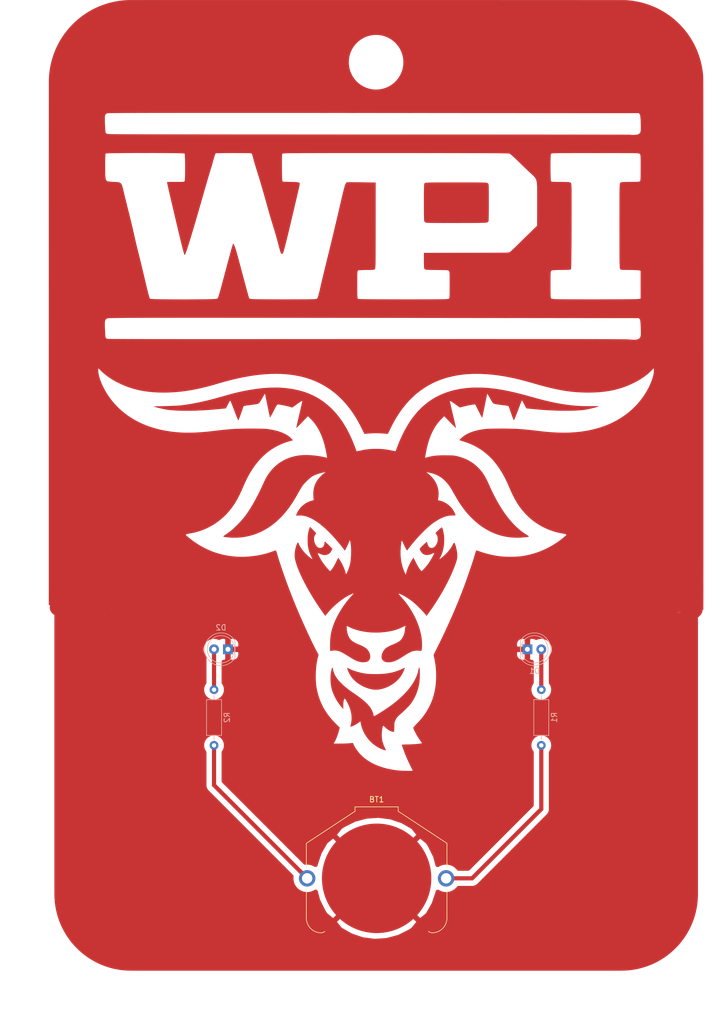
<source format=kicad_pcb>
(kicad_pcb (version 20171130) (host pcbnew "(5.1.8)-1")
  (title_block (rev 1))
  (layers (0 Front signal) (31 Back signal) (34 B.Paste user) (35 F.Paste user) (36 B.SilkS user) (37 F.SilkS user) (38 B.Mask user) (39 F.Mask user) (44 Edge.Cuts user))
  (net 0 "")
  (net 1 "Net-(BT1-Pad1)")
  (net 2 "Net-(BT1-Pad2)")
  (net 3 "Net-(D1-Pad2)")
  (net 4 "Net-(D2-Pad2)")
  (module goat:goat-pcb (layer Front) (at 236.69658 86.3046)
    (fp_text reference Ref** hide)
    (fp_text value Val** hide)
    (fp_poly (pts (xy -15.072732 -89.143818) (xy -14.311212 -89.143814) (xy -13.54561 -89.143806) (xy -12.776148 -89.143794) (xy -12.003048 -89.143779) (xy -11.226532 -89.143761) (xy -10.446823 -89.143739) (xy -9.664143 -89.143713) (xy -8.878714 -89.143684) (xy -8.090758 -89.143652) (xy -7.300497 -89.143616) (xy -6.508153 -89.143576) (xy -5.713949 -89.143534) (xy -4.918106 -89.143488) (xy -4.120848 -89.143438) (xy -3.322395 -89.143386) (xy -2.522971 -89.143329) (xy -1.722797 -89.14327) (xy -0.922096 -89.143207) (xy -0.121089 -89.143142) (xy 0.68 -89.143072) (xy 1.480951 -89.143) (xy 2.28154 -89.142924) (xy 3.081546 -89.142846) (xy 3.880747 -89.142764) (xy 4.67892 -89.142679) (xy 5.475842 -89.142591) (xy 6.271293 -89.142499) (xy 7.06505 -89.142405) (xy 7.85689 -89.142308) (xy 8.646591 -89.142207) (xy 9.433932 -89.142104) (xy 10.21869 -89.141997) (xy 11.000643 -89.141888) (xy 11.779568 -89.141775) (xy 12.555244 -89.14166) (xy 13.327449 -89.141541) (xy 14.09596 -89.14142) (xy 14.860555 -89.141296) (xy 15.621011 -89.141169) (xy 16.377108 -89.141039) (xy 17.128622 -89.140906) (xy 17.875332 -89.140771) (xy 18.617014 -89.140633) (xy 19.353448 -89.140491) (xy 20.084411 -89.140348) (xy 20.80968 -89.140201) (xy 21.529035 -89.140052) (xy 22.242251 -89.1399) (xy 22.949108 -89.139745) (xy 23.649382 -89.139588) (xy 24.342853 -89.139428) (xy 25.029297 -89.139265) (xy 25.708493 -89.1391) (xy 26.380219 -89.138932) (xy 27.044251 -89.138761) (xy 27.700369 -89.138588) (xy 28.348349 -89.138413) (xy 28.987971 -89.138235) (xy 29.61901 -89.138055) (xy 30.241246 -89.137872) (xy 30.854457 -89.137686) (xy 31.458419 -89.137498) (xy 32.052912 -89.137308) (xy 32.637712 -89.137116) (xy 33.212597 -89.136921) (xy 33.777346 -89.136723) (xy 34.331736 -89.136523) (xy 34.875545 -89.136321) (xy 35.408551 -89.136117) (xy 35.930532 -89.135911) (xy 36.441265 -89.135702) (xy 36.940529 -89.135491) (xy 37.428101 -89.135277) (xy 37.903759 -89.135062) (xy 38.36728 -89.134844) (xy 38.818444 -89.134624) (xy 39.257027 -89.134402) (xy 39.682807 -89.134178) (xy 40.095563 -89.133952) (xy 40.495071 -89.133724) (xy 40.881111 -89.133493) (xy 41.253459 -89.133261) (xy 41.611893 -89.133026) (xy 41.956192 -89.13279) (xy 42.286133 -89.132551) (xy 42.601494 -89.132311) (xy 42.902053 -89.132069) (xy 43.187588 -89.131824) (xy 43.457876 -89.131578) (xy 43.712696 -89.13133) (xy 43.951824 -89.13108) (xy 44.17504 -89.130828) (xy 44.382121 -89.130574) (xy 44.572844 -89.130319) (xy 44.746987 -89.130061) (xy 44.904329 -89.129802) (xy 45.044648 -89.129542) (xy 45.16772 -89.129279) (xy 45.273324 -89.129015) (xy 45.361238 -89.128749) (xy 45.431239 -89.128481) (xy 45.483105 -89.128212) (xy 45.516615 -89.12794) (xy 45.531546 -89.127668) (xy 45.531852 -89.127651) (xy 45.754538 -89.113169) (xy 45.961301 -89.098228) (xy 46.15503 -89.082514) (xy 46.338618 -89.065712) (xy 46.514953 -89.047506) (xy 46.686928 -89.027583) (xy 46.857432 -89.005628) (xy 47.029356 -88.981326) (xy 47.205592 -88.954362) (xy 47.371 -88.927439) (xy 47.852545 -88.838199) (xy 48.335671 -88.731167) (xy 48.818534 -88.606964) (xy 49.299288 -88.466212) (xy 49.776087 -88.309534) (xy 50.247084 -88.137551) (xy 50.710435 -87.950885) (xy 51.164293 -87.750159) (xy 51.606813 -87.535993) (xy 51.806593 -87.432853) (xy 52.277173 -87.174449) (xy 52.73622 -86.901193) (xy 53.183608 -86.613195) (xy 53.61921 -86.310565) (xy 54.0429 -85.993414) (xy 54.454554 -85.66185) (xy 54.854046 -85.315984) (xy 55.241249 -84.955925) (xy 55.616039 -84.581785) (xy 55.978289 -84.193671) (xy 56.327874 -83.791695) (xy 56.664668 -83.375966) (xy 56.988546 -82.946594) (xy 57.074347 -82.827519) (xy 57.106183 -82.78217) (xy 57.146238 -82.723962) (xy 57.192762 -82.65553) (xy 57.244004 -82.579513) (xy 57.298213 -82.498547) (xy 57.353637 -82.415269) (xy 57.408526 -82.332315) (xy 57.461128 -82.252323) (xy 57.509693 -82.177929) (xy 57.55247 -82.11177) (xy 57.587707 -82.056483) (xy 57.608473 -82.023186) (xy 57.87871 -81.565486) (xy 58.132117 -81.099576) (xy 58.368541 -80.625867) (xy 58.587829 -80.144768) (xy 58.789826 -79.656689) (xy 58.97438 -79.16204) (xy 59.141336 -78.66123) (xy 59.290542 -78.15467) (xy 59.421843 -77.642769) (xy 59.535086 -77.125937) (xy 59.62323 -76.646206) (xy 59.652102 -76.467291) (xy 59.678315 -76.291731) (xy 59.702169 -76.116792) (xy 59.723963 -75.939739) (xy 59.743997 -75.757837) (xy 59.76257 -75.568351) (xy 59.779982 -75.368546) (xy 59.796531 -75.155687) (xy 59.812518 -74.927039) (xy 59.814191 -74.901778) (xy 59.814477 -74.893834) (xy 59.814759 -74.878663) (xy 59.815037 -74.85614) (xy 59.815311 -74.826139) (xy 59.815581 -74.788535) (xy 59.815848 -74.743204) (xy 59.81611 -74.69002) (xy 59.816369 -74.628858) (xy 59.816624 -74.559593) (xy 59.816875 -74.4821) (xy 59.817123 -74.396253) (xy 59.817367 -74.301928) (xy 59.817607 -74.199) (xy 59.817844 -74.087343) (xy 59.818077 -73.966832) (xy 59.818307 -73.837343) (xy 59.818533 -73.69875) (xy 59.818756 -73.550927) (xy 59.818975 -73.39375) (xy 59.819191 -73.227094) (xy 59.819404 -73.050834) (xy 59.819614 -72.864844) (xy 59.81982 -72.668999) (xy 59.820023 -72.463175) (xy 59.820223 -72.247246) (xy 59.820419 -72.021087) (xy 59.820613 -71.784572) (xy 59.820803 -71.537578) (xy 59.820991 -71.279978) (xy 59.821175 -71.011648) (xy 59.821357 -70.732462) (xy 59.821536 -70.442296) (xy 59.821711 -70.141023) (xy 59.821884 -69.82852) (xy 59.822054 -69.504661) (xy 59.822222 -69.169321) (xy 59.822386 -68.822374) (xy 59.822548 -68.463696) (xy 59.822707 -68.093162) (xy 59.822864 -67.710646) (xy 59.823018 -67.316023) (xy 59.823169 -66.909168) (xy 59.823318 -66.489957) (xy 59.823465 -66.058264) (xy 59.823609 -65.613963) (xy 59.82375 -65.15693) (xy 59.82389 -64.68704) (xy 59.824027 -64.204167) (xy 59.824161 -63.708186) (xy 59.824294 -63.198973) (xy 59.824424 -62.676402) (xy 59.824552 -62.140348) (xy 59.824677 -61.590686) (xy 59.824801 -61.027291) (xy 59.824923 -60.450037) (xy 59.825042 -59.8588) (xy 59.82516 -59.253455) (xy 59.825276 -58.633876) (xy 59.825389 -57.999938) (xy 59.825501 -57.351516) (xy 59.825611 -56.688485) (xy 59.825719 -56.01072) (xy 59.825825 -55.318096) (xy 59.82593 -54.610488) (xy 59.826033 -53.88777) (xy 59.826134 -53.149817) (xy 59.826233 -52.396505) (xy 59.826331 -51.627708) (xy 59.826428 -50.843301) (xy 59.826523 -50.04316) (xy 59.826616 -49.227158) (xy 59.826708 -48.39517) (xy 59.826798 -47.547073) (xy 59.826887 -46.682739) (xy 59.826975 -45.802046) (xy 59.827062 -44.904866) (xy 59.827147 -43.991076) (xy 59.827231 -43.06055) (xy 59.827313 -42.113163) (xy 59.827395 -41.148789) (xy 59.827475 -40.167304) (xy 59.827555 -39.168583) (xy 59.827633 -38.152501) (xy 59.82771 -37.118932) (xy 59.827787 -36.067751) (xy 59.827862 -34.998833) (xy 59.827937 -33.912053) (xy 59.82801 -32.807286) (xy 59.828083 -31.684407) (xy 59.828155 -30.543291) (xy 59.828226 -29.383812) (xy 59.828297 -28.205845) (xy 59.828366 -27.009266) (xy 59.828409 -26.26313) (xy 59.828475 -25.094606) (xy 59.828539 -23.94475) (xy 59.828601 -22.813413) (xy 59.828661 -21.700449) (xy 59.82872 -20.605709) (xy 59.828776 -19.529047) (xy 59.82883 -18.470314) (xy 59.828882 -17.429363) (xy 59.828933 -16.406047) (xy 59.828981 -15.400219) (xy 59.829026 -14.411729) (xy 59.82907 -13.440432) (xy 59.829111 -12.48618) (xy 59.82915 -11.548825) (xy 59.829187 -10.628219) (xy 59.829222 -9.724215) (xy 59.829254 -8.836666) (xy 59.829283 -7.965424) (xy 59.829311 -7.110341) (xy 59.829335 -6.271271) (xy 59.829358 -5.448064) (xy 59.829377 -4.640575) (xy 59.829394 -3.848655) (xy 59.829409 -3.072157) (xy 59.829421 -2.310934) (xy 59.82943 -1.564837) (xy 59.829436 -0.833719) (xy 59.82944 -0.117434) (xy 59.829441 0.584167) (xy 59.829439 1.271232) (xy 59.829434 1.943907) (xy 59.829426 2.602341) (xy 59.829415 3.24668) (xy 59.829402 3.877072) (xy 59.829385 4.493665) (xy 59.829365 5.096607) (xy 59.829342 5.686044) (xy 59.829316 6.262125) (xy 59.829287 6.824997) (xy 59.829255 7.374807) (xy 59.82922 7.911703) (xy 59.829181 8.435832) (xy 59.829139 8.947342) (xy 59.829093 9.446381) (xy 59.829045 9.933096) (xy 59.828993 10.407634) (xy 59.828937 10.870143) (xy 59.828878 11.320771) (xy 59.828816 11.759665) (xy 59.82875 12.186972) (xy 59.82868 12.602841) (xy 59.828607 13.007418) (xy 59.82853 13.400851) (xy 59.828449 13.783288) (xy 59.828365 14.154876) (xy 59.828277 14.515762) (xy 59.828186 14.866095) (xy 59.82809 15.206022) (xy 59.827991 15.535689) (xy 59.827887 15.855246) (xy 59.82778 16.164839) (xy 59.827669 16.464615) (xy 59.827554 16.754723) (xy 59.827435 17.03531) (xy 59.827311 17.306523) (xy 59.827184 17.56851) (xy 59.827053 17.821418) (xy 59.826917 18.065395) (xy 59.826777 18.300588) (xy 59.826633 18.527146) (xy 59.826485 18.745215) (xy 59.826332 18.954943) (xy 59.826175 19.156477) (xy 59.826014 19.349965) (xy 59.825848 19.535555) (xy 59.825678 19.713394) (xy 59.825503 19.883629) (xy 59.825324 20.046409) (xy 59.82514 20.20188) (xy 59.824952 20.35019) (xy 59.824759 20.491487) (xy 59.824561 20.625918) (xy 59.824359 20.753631) (xy 59.824152 20.874772) (xy 59.82394 20.989491) (xy 59.823724 21.097933) (xy 59.823502 21.200248) (xy 59.823276 21.296582) (xy 59.823045 21.387082) (xy 59.822809 21.471897) (xy 59.822568 21.551173) (xy 59.822322 21.625059) (xy 59.822071 21.693702) (xy 59.821814 21.757249) (xy 59.821553 21.815848) (xy 59.821287 21.869646) (xy 59.821015 21.918791) (xy 59.820738 21.963431) (xy 59.820456 22.003712) (xy 59.820169 22.039784) (xy 59.819876 22.071792) (xy 59.819578 22.099884) (xy 59.819274 22.124209) (xy 59.818965 22.144913) (xy 59.818651 22.162144) (xy 59.818331 22.17605) (xy 59.818006 22.186777) (xy 59.817675 22.194475) (xy 59.817338 22.199289) (xy 59.816996 22.201369) (xy 59.816894 22.201481) (xy 59.804978 22.202384) (xy 59.776176 22.204975) (xy 59.732322 22.209079) (xy 59.675253 22.214518) (xy 59.606804 22.221117) (xy 59.52881 22.228699) (xy 59.443108 22.237088) (xy 59.351532 22.246108) (xy 59.330037 22.248233) (xy 59.238655 22.257262) (xy 59.131525 22.26783) (xy 59.011628 22.279643) (xy 58.88194 22.292409) (xy 58.745441 22.305834) (xy 58.605109 22.319625) (xy 58.463923 22.33349) (xy 58.324861 22.347136) (xy 58.190901 22.36027) (xy 58.133074 22.365936) (xy 58.00409 22.378572) (xy 57.869958 22.391717) (xy 57.73348 22.405096) (xy 57.597454 22.418434) (xy 57.464682 22.431456) (xy 57.337964 22.443889) (xy 57.2201 22.455456) (xy 57.113889 22.465885) (xy 57.022132 22.474899) (xy 56.980667 22.478975) (xy 56.875919 22.489274) (xy 56.762683 22.500408) (xy 56.645395 22.51194) (xy 56.528494 22.523434) (xy 56.416417 22.534453) (xy 56.313603 22.544561) (xy 56.224487 22.553322) (xy 56.213963 22.554356) (xy 56.033326 22.572115) (xy 55.869592 22.588215) (xy 55.72094 22.602834) (xy 55.585549 22.616152) (xy 55.461596 22.628349) (xy 55.347262 22.639603) (xy 55.240724 22.650094) (xy 55.14016 22.660001) (xy 55.043751 22.669502) (xy 55.019222 22.671921) (xy 54.976912 22.67609) (xy 54.917003 22.68199) (xy 54.840623 22.68951) (xy 54.748899 22.698539) (xy 54.642956 22.708966) (xy 54.523921 22.720681) (xy 54.392921 22.733573) (xy 54.251083 22.74753) (xy 54.099532 22.762442) (xy 53.939396 22.778199) (xy 53.771802 22.794688) (xy 53.597874 22.811801) (xy 53.418741 22.829425) (xy 53.235529 22.847449) (xy 53.049364 22.865764) (xy 52.861372 22.884258) (xy 52.672681 22.90282) (xy 52.484417 22.92134) (xy 52.297707 22.939707) (xy 52.113676 22.957809) (xy 51.933452 22.975537) (xy 51.758162 22.992779) (xy 51.588931 23.009424) (xy 51.426886 23.025362) (xy 51.273154 23.040481) (xy 51.128861 23.054671) (xy 50.995134 23.067822) (xy 50.8731 23.079822) (xy 50.763885 23.09056) (xy 50.668615 23.099926) (xy 50.621259 23.10458) (xy 50.563084 23.1103) (xy 50.487151 23.117767) (xy 50.394427 23.126887) (xy 50.285879 23.137565) (xy 50.162474 23.149705) (xy 50.025177 23.163213) (xy 49.874956 23.177993) (xy 49.712778 23.19395) (xy 49.539608 23.21099) (xy 49.356414 23.229016) (xy 49.164163 23.247935) (xy 48.963821 23.26765) (xy 48.756354 23.288067) (xy 48.54273 23.30909) (xy 48.323915 23.330624) (xy 48.100876 23.352575) (xy 47.874579 23.374847) (xy 47.645991 23.397345) (xy 47.416079 23.419974) (xy 47.375704 23.423948) (xy 47.119642 23.449151) (xy 46.851217 23.475569) (xy 46.572286 23.503021) (xy 46.284711 23.531322) (xy 45.99035 23.56029) (xy 45.691064 23.589742) (xy 45.388712 23.619496) (xy 45.085154 23.649367) (xy 44.78225 23.679173) (xy 44.481859 23.708731) (xy 44.185841 23.737858) (xy 43.896056 23.766371) (xy 43.614364 23.794087) (xy 43.342624 23.820823) (xy 43.082696 23.846396) (xy 42.83644 23.870623) (xy 42.605715 23.893321) (xy 42.450926 23.908548) (xy 41.92568 23.960216) (xy 41.409107 24.011033) (xy 40.90163 24.060956) (xy 40.403672 24.109943) (xy 39.915654 24.157953) (xy 39.438 24.204945) (xy 38.971133 24.250877) (xy 38.515474 24.295707) (xy 38.071447 24.339393) (xy 37.639473 24.381895) (xy 37.219977 24.42317) (xy 36.813379 24.463177) (xy 36.420103 24.501875) (xy 36.040572 24.539221) (xy 35.675208 24.575175) (xy 35.324433 24.609694) (xy 34.988671 24.642737) (xy 34.668343 24.674262) (xy 34.363872 24.704229) (xy 34.075682 24.732594) (xy 33.804194 24.759318) (xy 33.549831 24.784357) (xy 33.313017 24.807671) (xy 33.094172 24.829218) (xy 32.935333 24.844859) (xy 32.526181 24.885149) (xy 32.135254 24.923644) (xy 31.762054 24.960394) (xy 31.406082 24.995447) (xy 31.06684 25.028852) (xy 30.743829 25.060659) (xy 30.43655 25.090916) (xy 30.144504 25.119673) (xy 29.867193 25.146979) (xy 29.604118 25.172882) (xy 29.354781 25.197433) (xy 29.118682 25.220679) (xy 28.895324 25.242671) (xy 28.684207 25.263457) (xy 28.484832 25.283086) (xy 28.296702 25.301608) (xy 28.119317 25.319071) (xy 27.952179 25.335525) (xy 27.794789 25.351018) (xy 27.646648 25.3656) (xy 27.507258 25.379321) (xy 27.376119 25.392228) (xy 27.252734 25.404371) (xy 27.136604 25.415799) (xy 27.02723 25.426562) (xy 26.924113 25.436708) (xy 26.826754 25.446286) (xy 26.734655 25.455346) (xy 26.647318 25.463937) (xy 26.564243 25.472107) (xy 26.484932 25.479906) (xy 26.408886 25.487383) (xy 26.336037 25.494545) (xy 26.089463 25.518787) (xy 25.860946 25.541261) (xy 25.649816 25.562034) (xy 25.455404 25.581173) (xy 25.277041 25.598745) (xy 25.114059 25.614816) (xy 24.965787 25.629455) (xy 24.831559 25.642728) (xy 24.710704 25.654702) (xy 24.602553 25.665444) (xy 24.506438 25.675021) (xy 24.421689 25.6835) (xy 24.347639 25.690949) (xy 24.283616 25.697433) (xy 24.228954 25.70302) (xy 24.182982 25.707778) (xy 24.145032 25.711772) (xy 24.114435 25.715071) (xy 24.090522 25.71774) (xy 24.072623 25.719848) (xy 24.060071 25.721461) (xy 24.052195 25.722646) (xy 24.048328 25.72347) (xy 24.047694 25.723763) (xy 24.044568 25.732815) (xy 24.035635 25.759373) (xy 24.021011 25.803083) (xy 24.000814 25.863593) (xy 23.97516 25.940551) (xy 23.944167 26.033603) (xy 23.907952 26.142397) (xy 23.866632 26.266581) (xy 23.820324 26.405802) (xy 23.769145 26.559707) (xy 23.713212 26.727945) (xy 23.652642 26.910161) (xy 23.587553 27.106005) (xy 23.518061 27.315123) (xy 23.444284 27.537162) (xy 23.366339 27.77177) (xy 23.284342 28.018595) (xy 23.198412 28.277284) (xy 23.108664 28.547484) (xy 23.015216 28.828842) (xy 22.918186 29.121007) (xy 22.817689 29.423626) (xy 22.713844 29.736346) (xy 22.606768 30.058814) (xy 22.496577 30.390678) (xy 22.383389 30.731585) (xy 22.267321 31.081183) (xy 22.148489 31.43912) (xy 22.027011 31.805041) (xy 21.903005 32.178597) (xy 21.776586 32.559432) (xy 21.647873 32.947195) (xy 21.516983 33.341534) (xy 21.384031 33.742096) (xy 21.249136 34.148527) (xy 21.112415 34.560477) (xy 20.973985 34.977591) (xy 20.833962 35.399518) (xy 20.692465 35.825905) (xy 20.633387 36.003932) (xy 20.483907 36.45439) (xy 20.333643 36.907207) (xy 20.182779 37.361833) (xy 20.031496 37.817718) (xy 19.879979 38.274313) (xy 19.728408 38.731067) (xy 19.576967 39.187429) (xy 19.425839 39.642851) (xy 19.275205 40.096782) (xy 19.125248 40.548671) (xy 18.976151 40.99797) (xy 18.828097 41.444127) (xy 18.681267 41.886593) (xy 18.535845 42.324818) (xy 18.392012 42.758251) (xy 18.249952 43.186343) (xy 18.109847 43.608544) (xy 17.97188 44.024302) (xy 17.836232 44.43307) (xy 17.703087 44.834296) (xy 17.572628 45.22743) (xy 17.445036 45.611922) (xy 17.320494 45.987223) (xy 17.199184 46.352781) (xy 17.08129 46.708048) (xy 16.966994 47.052473) (xy 16.856478 47.385506) (xy 16.749925 47.706597) (xy 16.647517 48.015195) (xy 16.549438 48.310752) (xy 16.455868 48.592716) (xy 16.366992 48.860539) (xy 16.282991 49.113668) (xy 16.204048 49.351556) (xy 16.130346 49.573651) (xy 16.062066 49.779403) (xy 15.999393 49.968263) (xy 15.955958 50.099148) (xy 14.688474 53.918555) (xy 14.510329 53.918789) (xy 14.453666 53.918765) (xy 14.382566 53.91858) (xy 14.301409 53.918254) (xy 14.214574 53.917807) (xy 14.126438 53.917261) (xy 14.04138 53.916636) (xy 14.031148 53.916553) (xy 14.010767 53.916403) (xy 13.971905 53.916136) (xy 13.914896 53.915755) (xy 13.840072 53.91526) (xy 13.747767 53.914655) (xy 13.638315 53.913942) (xy 13.512049 53.913122) (xy 13.369302 53.912197) (xy 13.210407 53.911171) (xy 13.035699 53.910045) (xy 12.84551 53.90882) (xy 12.640174 53.907501) (xy 12.420024 53.906087) (xy 12.185393 53.904582) (xy 11.936616 53.902987) (xy 11.674024 53.901306) (xy 11.397953 53.899539) (xy 11.108735 53.897689) (xy 10.806703 53.895758) (xy 10.492191 53.893749) (xy 10.165532 53.891663) (xy 9.82706 53.889503) (xy 9.477108 53.88727) (xy 9.116009 53.884967) (xy 8.744097 53.882596) (xy 8.361705 53.880159) (xy 7.969167 53.877658) (xy 7.566816 53.875095) (xy 7.154985 53.872473) (xy 6.734008 53.869793) (xy 6.304218 53.867058) (xy 5.865948 53.86427) (xy 5.419532 53.861431) (xy 4.965304 53.858542) (xy 4.503596 53.855607) (xy 4.034742 53.852627) (xy 3.559076 53.849605) (xy 3.07693 53.846542) (xy 2.588639 53.843441) (xy 2.094535 53.840304) (xy 1.594952 53.837132) (xy 1.090223 53.833929) (xy 0.580682 53.830696) (xy 0.066663 53.827435) (xy -0.451503 53.824149) (xy -0.47037 53.824029) (xy -0.987293 53.820747) (xy -1.499719 53.817485) (xy -2.007322 53.814245) (xy -2.50978 53.811029) (xy -3.006766 53.807841) (xy -3.497958 53.804681) (xy -3.983031 53.801553) (xy -4.46166 53.798457) (xy -4.933521 53.795398) (xy -5.39829 53.792376) (xy -5.855642 53.789394) (xy -6.305254 53.786454) (xy -6.746799 53.783559) (xy -7.179956 53.78071) (xy -7.604398 53.77791) (xy -8.019802 53.775161) (xy -8.425843 53.772465) (xy -8.822197 53.769825) (xy -9.208539 53.767242) (xy -9.584546 53.764719) (xy -9.949892 53.762258) (xy -10.304254 53.759861) (xy -10.647308 53.75753) (xy -10.978728 53.755268) (xy -11.29819 53.753077) (xy -11.605371 53.750959) (xy -11.899945 53.748917) (xy -12.181589 53.746951) (xy -12.449978 53.745065) (xy -12.704788 53.743262) (xy -12.945694 53.741542) (xy -13.172372 53.739908) (xy -13.384498 53.738363) (xy -13.581747 53.736908) (xy -13.763795 53.735547) (xy -13.930317 53.73428) (xy -14.08099 53.733111) (xy -14.215489 53.732041) (xy -14.333489 53.731073) (xy -14.434667 53.730209) (xy -14.518697 53.72945) (xy -14.585256 53.728801) (xy -14.63402 53.728261) (xy -14.664663 53.727834) (xy -14.676861 53.727523) (xy -14.677079 53.727488) (xy -14.680405 53.718133) (xy -14.689264 53.691525) (xy -14.703444 53.648329) (xy -14.722729 53.589208) (xy -14.746905 53.514825) (xy -14.77576 53.425843) (xy -14.809078 53.322927) (xy -14.846646 53.206739) (xy -14.88825 53.077943) (xy -14.933676 52.937202) (xy -14.982709 52.78518) (xy -15.035137 52.62254) (xy -15.090744 52.449945) (xy -15.149318 52.26806) (xy -15.210643 52.077547) (xy -15.274507 51.879069) (xy -15.340694 51.673291) (xy -15.408992 51.460875) (xy -15.479185 51.242485) (xy -15.551061 51.018784) (xy -15.624405 50.790437) (xy -15.628886 50.776481) (xy -15.681754 50.611855) (xy -15.740151 50.430011) (xy -15.803855 50.231645) (xy -15.872642 50.017454) (xy -15.946289 49.788133) (xy -16.024572 49.544377) (xy -16.107267 49.286884) (xy -16.194151 49.016349) (xy -16.285001 48.733467) (xy -16.379593 48.438935) (xy -16.477704 48.133448) (xy -16.57911 47.817703) (xy -16.683587 47.492396) (xy -16.790912 47.158221) (xy -16.900862 46.815876) (xy -17.013212 46.466056) (xy -17.127741 46.109457) (xy -17.244223 45.746774) (xy -17.362436 45.378705) (xy -17.482156 45.005944) (xy -17.60316 44.629188) (xy -17.725223 44.249133) (xy -17.848123 43.866473) (xy -17.971636 43.481907) (xy -18.095539 43.096128) (xy -18.219608 42.709834) (xy -18.343619 42.323719) (xy -18.467349 41.938481) (xy -18.590575 41.554814) (xy -18.713072 41.173415) (xy -18.834619 40.79498) (xy -18.857202 40.724666) (xy -19.094356 39.986287) (xy -19.325918 39.265311) (xy -19.551886 38.561752) (xy -19.772254 37.875622) (xy -19.987019 37.206935) (xy -20.196177 36.555701) (xy -20.399723 35.921936) (xy -20.597654 35.30565) (xy -20.789965 34.706857) (xy -20.976653 34.125569) (xy -21.157713 33.561799) (xy -21.333141 33.01556) (xy -21.502934 32.486865) (xy -21.667087 31.975726) (xy -21.825595 31.482155) (xy -21.978456 31.006166) (xy -22.125664 30.547771) (xy -22.267217 30.106984) (xy -22.403109 29.683815) (xy -22.533336 29.278279) (xy -22.657896 28.890388) (xy -22.776783 28.520155) (xy -22.889993 28.167591) (xy -22.997522 27.832711) (xy -23.099367 27.515527) (xy -23.195523 27.216051) (xy -23.285987 26.934296) (xy -23.370753 26.670274) (xy -23.449818 26.423999) (xy -23.523179 26.195484) (xy -23.59083 25.98474) (xy -23.652768 25.79178) (xy -23.708988 25.616618) (xy -23.759487 25.459266) (xy -23.804261 25.319736) (xy -23.843305 25.198041) (xy -23.876616 25.094195) (xy -23.904189 25.008209) (xy -23.92602 24.940096) (xy -23.942105 24.889869) (xy -23.952441 24.857541) (xy -23.953453 24.85437) (xy -24.032942 24.605074) (xy -24.065008 24.597927) (xy -24.076824 24.596521) (xy -24.106662 24.593491) (xy -24.153807 24.588901) (xy -24.217542 24.582819) (xy -24.297151 24.57531) (xy -24.391918 24.56644) (xy -24.501128 24.556274) (xy -24.624063 24.544879) (xy -24.760008 24.53232) (xy -24.908246 24.518664) (xy -25.068062 24.503975) (xy -25.238739 24.488321) (xy -25.419561 24.471766) (xy -25.609813 24.454377) (xy -25.808777 24.436219) (xy -26.015738 24.417358) (xy -26.22998 24.397861) (xy -26.450786 24.377793) (xy -26.677441 24.357219) (xy -26.909228 24.336206) (xy -27.055704 24.322941) (xy -27.192039 24.310598) (xy -27.330749 24.298038) (xy -27.472118 24.285236) (xy -27.616429 24.272166) (xy -27.763967 24.258802) (xy -27.915016 24.245118) (xy -28.06986 24.231089) (xy -28.228784 24.216688) (xy -28.392071 24.201891) (xy -28.560006 24.18667) (xy -28.732872 24.171001) (xy -28.910954 24.154857) (xy -29.094537 24.138213) (xy -29.283903 24.121043) (xy -29.479338 24.103321) (xy -29.681125 24.085022) (xy -29.889549 24.066119) (xy -30.104893 24.046587) (xy -30.327443 24.026399) (xy -30.557481 24.005532) (xy -30.795293 23.983957) (xy -31.041162 23.96165) (xy -31.295372 23.938585) (xy -31.558208 23.914737) (xy -31.829954 23.890078) (xy -32.110894 23.864584) (xy -32.401312 23.838229) (xy -32.701492 23.810986) (xy -33.011718 23.782831) (xy -33.332275 23.753737) (xy -33.663446 23.723678) (xy -34.005516 23.69263) (xy -34.358769 23.660565) (xy -34.723489 23.627458) (xy -35.09996 23.593284) (xy -35.488467 23.558016) (xy -35.889293 23.52163) (xy -36.302723 23.484098) (xy -36.72904 23.445395) (xy -37.16853 23.405496) (xy -37.621475 23.364375) (xy -38.088161 23.322005) (xy -38.56887 23.278362) (xy -39.063889 23.233419) (xy -39.5735 23.18715) (xy -40.097988 23.13953) (xy -40.637637 23.090533) (xy -41.19273 23.040133) (xy -41.763553 22.988305) (xy -42.35039 22.935022) (xy -42.953524 22.880258) (xy -43.573239 22.823989) (xy -44.20982 22.766188) (xy -44.863552 22.706829) (xy -45.534717 22.645887) (xy -46.2236 22.583336) (xy -46.930486 22.51915) (xy -47.655658 22.453303) (xy -48.090667 22.413803) (xy -48.412637 22.38457) (xy -48.748763 22.354055) (xy -49.097478 22.322401) (xy -49.457216 22.289751) (xy -49.826409 22.256245) (xy -50.203491 22.222027) (xy -50.586896 22.187238) (xy -50.975058 22.152021) (xy -51.366408 22.116517) (xy -51.759382 22.080869) (xy -52.152411 22.045218) (xy -52.543931 22.009708) (xy -52.932374 21.974479) (xy -53.316173 21.939674) (xy -53.693762 21.905435) (xy -54.063575 21.871905) (xy -54.424045 21.839225) (xy -54.773605 21.807537) (xy -55.110688 21.776983) (xy -55.433729 21.747707) (xy -55.74116 21.719848) (xy -56.030519 21.693632) (xy -56.294693 21.669694) (xy -56.554172 21.646168) (xy -56.808325 21.623113) (xy -57.056519 21.600586) (xy -57.298122 21.578645) (xy -57.532503 21.557348) (xy -57.75903 21.536752) (xy -57.977071 21.516914) (xy -58.185994 21.497894) (xy -58.385167 21.479747) (xy -58.573959 21.462533) (xy -58.751738 21.446308) (xy -58.917872 21.43113) (xy -59.07173 21.417058) (xy -59.212678 21.404148) (xy -59.340086 21.392458) (xy -59.453322 21.382046) (xy -59.551754 21.37297) (xy -59.63475 21.365287) (xy -59.701678 21.359055) (xy -59.751907 21.354331) (xy -59.784804 21.351174) (xy -59.799739 21.349641) (xy -59.800562 21.349525) (xy -59.821753 21.345036) (xy -59.819158 -21.523928) (xy -50.789046 -21.523928) (xy -50.786014 -21.393681) (xy -50.779441 -21.273334) (xy -50.769076 -21.158555) (xy -50.754671 -21.045009) (xy -50.751809 -21.025556) (xy -50.712978 -20.803393) (xy -50.661541 -20.569269) (xy -50.598045 -20.324676) (xy -50.523039 -20.071104) (xy -50.437071 -19.810043) (xy -50.34069 -19.542986) (xy -50.234444 -19.271422) (xy -50.118881 -18.996843) (xy -49.99455 -18.720739) (xy -49.861999 -18.444601) (xy -49.721776 -18.16992) (xy -49.656219 -18.046999) (xy -49.408483 -17.608098) (xy -49.145011 -17.178882) (xy -48.86554 -16.75898) (xy -48.569808 -16.348022) (xy -48.25755 -15.945636) (xy -47.928505 -15.55145) (xy -47.724034 -15.319967) (xy -47.666318 -15.257102) (xy -47.59724 -15.183746) (xy -47.519159 -15.102278) (xy -47.434437 -15.015081) (xy -47.345433 -14.924533) (xy -47.254507 -14.833016) (xy -47.164021 -14.74291) (xy -47.076334 -14.656595) (xy -46.993806 -14.576451) (xy -46.918798 -14.50486) (xy -46.877111 -14.465819) (xy -46.49332 -14.122439) (xy -46.096353 -13.792355) (xy -45.686491 -13.475715) (xy -45.264017 -13.172666) (xy -44.829212 -12.883354) (xy -44.382357 -12.607926) (xy -43.923733 -12.346531) (xy -43.453623 -12.099315) (xy -42.972307 -11.866424) (xy -42.480068 -11.648007) (xy -41.977186 -11.44421) (xy -41.463943 -11.25518) (xy -40.940621 -11.081065) (xy -40.4075 -10.922012) (xy -39.864863 -10.778167) (xy -39.781715 -10.757679) (xy -39.291794 -10.643954) (xy -38.800567 -10.54162) (xy -38.307055 -10.450618) (xy -37.810278 -10.370888) (xy -37.309256 -10.302369) (xy -36.803011 -10.245002) (xy -36.290563 -10.198727) (xy -35.770933 -10.163483) (xy -35.243141 -10.139211) (xy -34.706209 -10.12585) (xy -34.159156 -10.123342) (xy -33.601003 -10.131625) (xy -33.030771 -10.15064) (xy -32.447481 -10.180327) (xy -31.850153 -10.220626) (xy -31.486593 -10.249706) (xy -31.339306 -10.262415) (xy -31.193618 -10.275542) (xy -31.047414 -10.289309) (xy -30.898582 -10.30394) (xy -30.745008 -10.319657) (xy -30.584577 -10.336682) (xy -30.415178 -10.355239) (xy -30.234695 -10.37555) (xy -30.041015 -10.397837) (xy -29.832025 -10.422324) (xy -29.703889 -10.437512) (xy -29.348787 -10.479487) (xy -29.010956 -10.518814) (xy -28.689052 -10.555572) (xy -28.381729 -10.58984) (xy -28.087643 -10.621696) (xy -27.805449 -10.651218) (xy -27.533802 -10.678487) (xy -27.271357 -10.70358) (xy -27.016769 -10.726576) (xy -26.768693 -10.747554) (xy -26.525785 -10.766594) (xy -26.286699 -10.783772) (xy -26.050092 -10.79917) (xy -25.814617 -10.812864) (xy -25.57893 -10.824934) (xy -25.341686 -10.835459) (xy -25.10154 -10.844517) (xy -24.857148 -10.852188) (xy -24.607165 -10.858549) (xy -24.350244 -10.86368) (xy -24.085043 -10.86766) (xy -23.810216 -10.870567) (xy -23.524418 -10.87248) (xy -23.226303 -10.873478) (xy -22.914529 -10.873639) (xy -22.587748 -10.873042) (xy -22.286148 -10.871951) (xy -22.03879 -10.870726) (xy -21.809149 -10.869241) (xy -21.596131 -10.867442) (xy -21.398641 -10.865273) (xy -21.215583 -10.86268) (xy -21.045861 -10.859608) (xy -20.88838 -10.856002) (xy -20.742045 -10.851808) (xy -20.60576 -10.846971) (xy -20.478429 -10.841436) (xy -20.358958 -10.835148) (xy -20.246251 -10.828053) (xy -20.139212 -10.820096) (xy -20.036746 -10.811223) (xy -19.937757 -10.801377) (xy -19.841151 -10.790506) (xy -19.745831 -10.778553) (xy -19.650702 -10.765465) (xy -19.554669 -10.751187) (xy -19.456636 -10.735663) (xy -19.412185 -10.728357) (xy -19.02311 -10.658598) (xy -18.650827 -10.581295) (xy -18.295382 -10.496466) (xy -17.956826 -10.404129) (xy -17.635207 -10.304303) (xy -17.330574 -10.197005) (xy -17.042975 -10.082254) (xy -16.772458 -9.960068) (xy -16.519072 -9.830465) (xy -16.282867 -9.693462) (xy -16.06389 -9.549079) (xy -15.879704 -9.411347) (xy -15.845091 -9.382556) (xy -15.802591 -9.345155) (xy -15.75368 -9.300613) (xy -15.699833 -9.250396) (xy -15.642526 -9.195972) (xy -15.583236 -9.138807) (xy -15.523438 -9.08037) (xy -15.464608 -9.022127) (xy -15.408221 -8.965546) (xy -15.355754 -8.912094) (xy -15.308683 -8.863239) (xy -15.268483 -8.820447) (xy -15.236629 -8.785185) (xy -15.214599 -8.758922) (xy -15.203868 -8.743125) (xy -15.203616 -8.739181) (xy -15.215698 -8.735067) (xy -15.243591 -8.726839) (xy -15.284906 -8.715162) (xy -15.337257 -8.700701) (xy -15.398256 -8.68412) (xy -15.465514 -8.666082) (xy -15.485065 -8.660882) (xy -15.809517 -8.571471) (xy -16.118136 -8.479558) (xy -16.413845 -8.38412) (xy -16.699567 -8.284134) (xy -16.978227 -8.178575) (xy -17.252747 -8.066419) (xy -17.526051 -7.946644) (xy -17.530704 -7.944536) (xy -17.938691 -7.749734) (xy -18.336843 -7.539648) (xy -18.725269 -7.31417) (xy -19.104078 -7.073196) (xy -19.473379 -6.816619) (xy -19.83328 -6.544335) (xy -20.183891 -6.256238) (xy -20.52532 -5.952222) (xy -20.857676 -5.632181) (xy -21.181068 -5.29601) (xy -21.495605 -4.943603) (xy -21.801396 -4.574855) (xy -22.098549 -4.189659) (xy -22.387174 -3.787912) (xy -22.66738 -3.369506) (xy -22.939274 -2.934336) (xy -23.202967 -2.482297) (xy -23.252322 -2.394186) (xy -23.30697 -2.295462) (xy -23.357773 -2.202465) (xy -23.406382 -2.11203) (xy -23.454452 -2.020995) (xy -23.503633 -1.926195) (xy -23.555579 -1.824469) (xy -23.611943 -1.712653) (xy -23.674376 -1.587583) (xy -23.686965 -1.562255) (xy -23.753811 -1.42682) (xy -23.816772 -1.297348) (xy -23.877184 -1.170929) (xy -23.936384 -1.044651) (xy -23.99571 -0.915605) (xy -24.0565 -0.780879) (xy -24.12009 -0.637562) (xy -24.187818 -0.482743) (xy -24.261021 -0.313512) (xy -24.265817 -0.302372) (xy -24.373829 -0.052602) (xy -24.475967 0.180974) (xy -24.572918 0.399795) (xy -24.665369 0.6053) (xy -24.754008 0.798929) (xy -24.839523 0.982121) (xy -24.922601 1.156315) (xy -25.00393 1.322951) (xy -25.084198 1.483467) (xy -25.164092 1.639303) (xy -25.2443 1.791898) (xy -25.325509 1.942691) (xy -25.408407 2.093122) (xy -25.421546 2.116666) (xy -25.668002 2.539701) (xy -25.92766 2.95068) (xy -26.200161 3.349174) (xy -26.485146 3.734756) (xy -26.782258 4.106996) (xy -27.09114 4.465465) (xy -27.411432 4.809735) (xy -27.742777 5.139376) (xy -28.084817 5.453961) (xy -28.437195 5.75306) (xy -28.499741 5.803653) (xy -28.874387 6.092734) (xy -29.258707 6.366125) (xy -29.652184 6.623565) (xy -30.054297 6.864795) (xy -30.464529 7.089554) (xy -30.882361 7.29758) (xy -31.307272 7.488614) (xy -31.738746 7.662394) (xy -32.176262 7.818661) (xy -32.619302 7.957153) (xy -32.987074 8.057455) (xy -33.100034 8.085663) (xy -33.211709 8.112276) (xy -33.325083 8.137922) (xy -33.44314 8.163229) (xy -33.568863 8.188826) (xy -33.705235 8.215341) (xy -33.855241 8.243401) (xy -33.965928 8.263573) (xy -34.096451 8.287303) (xy -34.209891 8.308303) (xy -34.307726 8.326912) (xy -34.391436 8.343469) (xy -34.462501 8.358311) (xy -34.522401 8.371776) (xy -34.572614 8.384203) (xy -34.61462 8.395929) (xy -34.649899 8.407294) (xy -34.67993 8.418634) (xy -34.706193 8.430288) (xy -34.715516 8.434881) (xy -34.752979 8.457399) (xy -34.776191 8.480989) (xy -34.784909 8.507262) (xy -34.778888 8.53783) (xy -34.757886 8.574304) (xy -34.721657 8.618295) (xy -34.681425 8.660105) (xy -34.634381 8.704873) (xy -34.573632 8.759413) (xy -34.500734 8.822492) (xy -34.417245 8.892881) (xy -34.324722 8.969348) (xy -34.224722 9.050663) (xy -34.118802 9.135594) (xy -34.008519 9.22291) (xy -33.895431 9.311381) (xy -33.781095 9.399775) (xy -33.667067 9.486862) (xy -33.554906 9.571411) (xy -33.446167 9.65219) (xy -33.342409 9.727969) (xy -33.245188 9.797517) (xy -33.221398 9.81427) (xy -32.793012 10.104254) (xy -32.355615 10.379503) (xy -31.91023 10.639508) (xy -31.457878 10.88376) (xy -30.999583 11.11175) (xy -30.536366 11.322968) (xy -30.06925 11.516905) (xy -29.599258 11.693053) (xy -29.139445 11.847112) (xy -28.685638 11.982748) (xy -28.232416 12.103005) (xy -27.777652 12.208275) (xy -27.319219 12.298952) (xy -26.854989 12.375428) (xy -26.382835 12.438095) (xy -25.90063 12.487345) (xy -25.508185 12.517221) (xy -25.429606 12.521547) (xy -25.33488 12.525446) (xy -25.22667 12.528895) (xy -25.10764 12.531871) (xy -24.980452 12.534348) (xy -24.84777 12.536304) (xy -24.712258 12.537714) (xy -24.576579 12.538555) (xy -24.443396 12.538803) (xy -24.315372 12.538433) (xy -24.195171 12.537423) (xy -24.085456 12.535749) (xy -23.988891 12.533386) (xy -23.931065 12.531331) (xy -23.387609 12.500977) (xy -22.851463 12.455359) (xy -22.323187 12.394583) (xy -21.803342 12.318753) (xy -21.292486 12.227977) (xy -20.791182 12.12236) (xy -20.299987 12.002007) (xy -19.819463 11.867025) (xy -19.35017 11.717519) (xy -19.035889 11.606932) (xy -18.904199 11.558894) (xy -18.789047 11.517222) (xy -18.689386 11.481577) (xy -18.604173 11.451623) (xy -18.532364 11.427026) (xy -18.472914 11.407447) (xy -18.424778 11.39255) (xy -18.386912 11.382) (xy -18.358272 11.37546) (xy -18.337814 11.372593) (xy -18.324492 11.373064) (xy -18.318084 11.375766) (xy -18.305277 11.392345) (xy -18.287854 11.423534) (xy -18.267274 11.466134) (xy -18.244997 11.516948) (xy -18.222481 11.572778) (xy -18.201186 11.630427) (xy -18.198905 11.636962) (xy -18.187115 11.672601) (xy -18.171308 11.722831) (xy -18.152549 11.78413) (xy -18.131905 11.852976) (xy -18.110444 11.925845) (xy -18.08925 11.999148) (xy -18.001196 12.301648) (xy -17.905683 12.620077) (xy -17.803126 12.953279) (xy -17.693939 13.300094) (xy -17.578539 13.659365) (xy -17.457339 14.029934) (xy -17.330756 14.410642) (xy -17.199204 14.800333) (xy -17.063099 15.197848) (xy -16.922855 15.602028) (xy -16.778887 16.011717) (xy -16.631612 16.425755) (xy -16.481443 16.842986) (xy -16.328797 17.262251) (xy -16.174088 17.682391) (xy -16.017731 18.10225) (xy -15.860141 18.52067) (xy -15.701734 18.936491) (xy -15.542925 19.348557) (xy -15.384128 19.755709) (xy -15.225759 20.156789) (xy -15.068234 20.55064) (xy -14.911966 20.936103) (xy -14.757372 21.31202) (xy -14.708338 21.430074) (xy -14.637698 21.599038) (xy -14.561488 21.780065) (xy -14.480439 21.97147) (xy -14.395286 22.171567) (xy -14.306759 22.378673) (xy -14.215593 22.591101) (xy -14.122518 22.807169) (xy -14.028269 23.025191) (xy -13.933578 23.243483) (xy -13.839177 23.460359) (xy -13.745799 23.674136) (xy -13.654177 23.883128) (xy -13.565043 24.085651) (xy -13.47913 24.280021) (xy -13.39717 24.464552) (xy -13.319896 24.63756) (xy -13.248041 24.79736) (xy -13.182337 24.942268) (xy -13.153727 25.004888) (xy -13.142549 25.029379) (xy -13.124897 25.068168) (xy -13.102061 25.118418) (xy -13.075331 25.177288) (xy -13.045996 25.241939) (xy -13.015346 25.309532) (xy -13.010585 25.320037) (xy -12.858164 25.655298) (xy -12.70734 25.985023) (xy -12.558514 26.308369) (xy -12.412088 26.624494) (xy -12.268462 26.932556) (xy -12.128038 27.231713) (xy -11.991217 27.521123) (xy -11.8584 27.799945) (xy -11.729989 28.067335) (xy -11.606383 28.322453) (xy -11.487986 28.564457) (xy -11.375197 28.792503) (xy -11.268417 29.005751) (xy -11.168049 29.203358) (xy -11.074493 29.384483) (xy -11.069817 29.393444) (xy -11.038805 29.45247) (xy -11.000424 29.524915) (xy -10.956328 29.607688) (xy -10.908173 29.697699) (xy -10.857614 29.791856) (xy -10.806307 29.88707) (xy -10.755906 29.980249) (xy -10.728392 30.030947) (xy -10.50975 30.433265) (xy -10.570476 30.656539) (xy -10.629846 30.880505) (xy -10.68242 31.091613) (xy -10.72906 31.294191) (xy -10.770629 31.492568) (xy -10.807989 31.691072) (xy -10.842001 31.894031) (xy -10.873528 32.105773) (xy -10.902576 32.323851) (xy -10.941837 32.662208) (xy -10.97347 32.997912) (xy -10.99772 33.335006) (xy -11.014831 33.677532) (xy -11.025049 34.029532) (xy -11.028617 34.395049) (xy -11.028625 34.407592) (xy -11.026762 34.693851) (xy -11.020817 34.964377) (xy -11.010515 35.221861) (xy -10.995582 35.468996) (xy -10.975743 35.708473) (xy -10.950723 35.942985) (xy -10.920248 36.175223) (xy -10.884044 36.40788) (xy -10.841836 36.643647) (xy -10.79335 36.885217) (xy -10.760486 37.036962) (xy -10.649465 37.495402) (xy -10.522103 37.944636) (xy -10.378301 38.384856) (xy -10.217965 38.816252) (xy -10.040995 39.239015) (xy -9.847297 39.653335) (xy -9.636771 40.059403) (xy -9.409323 40.457409) (xy -9.164854 40.847545) (xy -8.903269 41.230001) (xy -8.624469 41.604967) (xy -8.328358 41.972633) (xy -8.13631 42.196689) (xy -8.091081 42.248014) (xy -8.047105 42.297384) (xy -8.003247 42.345981) (xy -7.958374 42.394987) (xy -7.91135 42.445585) (xy -7.861043 42.498956) (xy -7.806317 42.556283) (xy -7.74604 42.618749) (xy -7.679075 42.687534) (xy -7.60429 42.763822) (xy -7.52055 42.848795) (xy -7.426722 42.943634) (xy -7.32167 43.049523) (xy -7.220041 43.151777) (xy -6.644658 43.730333) (xy -6.735768 44.083111) (xy -6.766243 44.200714) (xy -6.792923 44.30266) (xy -6.816543 44.391555) (xy -6.83784 44.470002) (xy -6.857551 44.540606) (xy -6.876412 44.60597) (xy -6.89516 44.668701) (xy -6.914531 44.731401) (xy -6.935262 44.796675) (xy -6.953586 44.853314) (xy -7.018126 45.04616) (xy -7.084698 45.234778) (xy -7.152625 45.417564) (xy -7.221229 45.59291) (xy -7.289832 45.759212) (xy -7.357757 45.914865) (xy -7.424328 46.058263) (xy -7.488865 46.187801) (xy -7.550692 46.301873) (xy -7.599191 46.383222) (xy -7.641386 46.452514) (xy -7.6755 46.512857) (xy -7.700809 46.562794) (xy -7.716588 46.600869) (xy -7.722113 46.625625) (xy -7.721796 46.629622) (xy -7.709508 46.643938) (xy -7.678986 46.654946) (xy -7.676363 46.655547) (xy -7.658338 46.657417) (xy -7.623122 46.659068) (xy -7.57234 46.660503) (xy -7.507614 46.661725) (xy -7.430569 46.662735) (xy -7.342827 46.663536) (xy -7.246012 46.66413) (xy -7.141748 46.664519) (xy -7.031657 46.664706) (xy -6.917364 46.664693) (xy -6.800492 46.664482) (xy -6.682663 46.664076) (xy -6.565502 46.663477) (xy -6.450632 46.662687) (xy -6.339677 46.661708) (xy -6.234259 46.660543) (xy -6.136003 46.659194) (xy -6.046531 46.657663) (xy -5.967467 46.655954) (xy -5.900435 46.654067) (xy -5.870222 46.652991) (xy -5.664363 46.64459) (xy -5.473093 46.636033) (xy -5.296913 46.627351) (xy -5.136324 46.618575) (xy -4.991828 46.609737) (xy -4.863924 46.600868) (xy -4.753115 46.591999) (xy -4.6599 46.583163) (xy -4.584781 46.57439) (xy -4.557889 46.570603) (xy -4.507479 46.563031) (xy -4.454296 46.555055) (xy -4.407348 46.548026) (xy -4.393259 46.54592) (xy -4.336734 46.539774) (xy -4.291094 46.541252) (xy -4.254015 46.552115) (xy -4.223172 46.574124) (xy -4.196242 46.609041) (xy -4.170899 46.658626) (xy -4.144821 46.724642) (xy -4.140096 46.737769) (xy -4.087819 46.869785) (xy -4.021759 47.011939) (xy -3.942915 47.162728) (xy -3.852285 47.320648) (xy -3.750867 47.484194) (xy -3.639661 47.651865) (xy -3.519663 47.822155) (xy -3.391873 47.993561) (xy -3.257288 48.16458) (xy -3.116907 48.333708) (xy -2.971728 48.499442) (xy -2.967087 48.504592) (xy -2.910416 48.565917) (xy -2.843347 48.63602) (xy -2.76907 48.711749) (xy -2.690778 48.789953) (xy -2.611663 48.86748) (xy -2.534917 48.941179) (xy -2.463733 49.007897) (xy -2.401301 49.064484) (xy -2.389482 49.07489) (xy -2.093027 49.321946) (xy -1.782096 49.557091) (xy -1.45682 49.780266) (xy -1.117333 49.991412) (xy -0.76377 50.190473) (xy -0.396262 50.37739) (xy -0.014943 50.552106) (xy 0.380052 50.714562) (xy 0.788592 50.864701) (xy 1.210542 51.002465) (xy 1.645769 51.127795) (xy 2.09414 51.240635) (xy 2.555521 51.340925) (xy 3.029779 51.428609) (xy 3.033889 51.429304) (xy 3.212152 51.458523) (xy 3.383587 51.484648) (xy 3.550963 51.507959) (xy 3.717047 51.528736) (xy 3.884606 51.547262) (xy 4.056408 51.563816) (xy 4.23522 51.57868) (xy 4.423809 51.592135) (xy 4.624944 51.604461) (xy 4.841391 51.61594) (xy 4.901259 51.618855) (xy 5.035567 51.624782) (xy 5.175651 51.630024) (xy 5.319392 51.634558) (xy 5.46467 51.638358) (xy 5.609365 51.6414) (xy 5.751356 51.643659) (xy 5.888525 51.645111) (xy 6.018751 51.645729) (xy 6.139915 51.64549) (xy 6.249896 51.644368) (xy 6.346575 51.64234) (xy 6.427832 51.639379) (xy 6.467593 51.637191) (xy 6.541126 51.631646) (xy 6.603286 51.625313) (xy 6.652423 51.618444) (xy 6.68689 51.61129) (xy 6.705039 51.604103) (xy 6.707481 51.600484) (xy 6.703421 51.591002) (xy 6.691712 51.566111) (xy 6.673059 51.527258) (xy 6.648169 51.475892) (xy 6.617747 51.41346) (xy 6.5825 51.34141) (xy 6.543133 51.261192) (xy 6.500353 51.174252) (xy 6.454864 51.08204) (xy 6.445249 51.062576) (xy 6.30279 50.772751) (xy 6.169309 50.497974) (xy 6.044274 50.237062) (xy 5.927151 49.98883) (xy 5.817409 49.752093) (xy 5.714514 49.525666) (xy 5.617932 49.308366) (xy 5.527132 49.099007) (xy 5.44158 48.896405) (xy 5.360743 48.699376) (xy 5.284089 48.506735) (xy 5.215875 48.329922) (xy 5.183236 48.243311) (xy 5.148286 48.149295) (xy 5.111565 48.049413) (xy 5.073612 47.945204) (xy 5.034966 47.838208) (xy 4.996166 47.729963) (xy 4.957751 47.622009) (xy 4.920261 47.515886) (xy 4.884233 47.413132) (xy 4.850208 47.315286) (xy 4.818725 47.223888) (xy 4.790322 47.140478) (xy 4.765538 47.066593) (xy 4.744913 47.003774) (xy 4.728985 46.953559) (xy 4.718294 46.917489) (xy 4.713379 46.897101) (xy 4.713111 46.894349) (xy 4.714328 46.884067) (xy 4.719864 46.876357) (xy 4.732549 46.870354) (xy 4.755211 46.865194) (xy 4.79068 46.860012) (xy 4.841784 46.853943) (xy 4.847389 46.853307) (xy 4.908955 46.846943) (xy 4.97621 46.841208) (xy 5.05067 46.836036) (xy 5.133855 46.831365) (xy 5.22728 46.827129) (xy 5.332465 46.823265) (xy 5.450926 46.819709) (xy 5.58418 46.816395) (xy 5.733747 46.81326) (xy 5.840326 46.81129) (xy 6.01282 46.808013) (xy 6.169335 46.804505) (xy 6.312709 46.800636) (xy 6.445777 46.796274) (xy 6.571376 46.791289) (xy 6.692342 46.78555) (xy 6.811512 46.778924) (xy 6.931722 46.771283) (xy 7.055808 46.762494) (xy 7.186607 46.752426) (xy 7.281333 46.744742) (xy 7.435771 46.731241) (xy 7.583206 46.716863) (xy 7.722338 46.701792) (xy 7.851863 46.686214) (xy 7.970481 46.670314) (xy 8.07689 46.654278) (xy 8.169788 46.638292) (xy 8.247874 46.62254) (xy 8.309846 46.607208) (xy 8.354403 46.592482) (xy 8.356556 46.591595) (xy 8.392126 46.576733) (xy 8.371731 46.536422) (xy 8.354823 46.506592) (xy 8.327941 46.463751) (xy 8.292455 46.409895) (xy 8.249737 46.347024) (xy 8.201157 46.277135) (xy 8.148088 46.202224) (xy 8.0919 46.124291) (xy 8.043854 46.05871) (xy 7.999797 45.998489) (xy 7.953653 45.93448) (xy 7.908576 45.871128) (xy 7.867724 45.812874) (xy 7.834254 45.764164) (xy 7.827692 45.754419) (xy 7.754635 45.643049) (xy 7.679629 45.524347) (xy 7.603407 45.399727) (xy 7.526701 45.2706) (xy 7.450246 45.138378) (xy 7.374772 45.004474) (xy 7.301015 44.870299) (xy 7.229705 44.737267) (xy 7.161577 44.606787) (xy 7.097364 44.480274) (xy 7.037797 44.359138) (xy 6.983611 44.244792) (xy 6.935537 44.138648) (xy 6.89431 44.042119) (xy 6.860661 43.956615) (xy 6.835324 43.883549) (xy 6.819032 43.824333) (xy 6.814954 43.803258) (xy 6.81293 43.775193) (xy 6.818739 43.750508) (xy 6.833773 43.721285) (xy 6.862203 43.677887) (xy 6.903252 43.622785) (xy 6.955859 43.557194) (xy 7.018964 43.482328) (xy 7.091504 43.3994) (xy 7.172419 43.309623) (xy 7.260648 43.214213) (xy 7.355129 43.114382) (xy 7.450729 43.015513) (xy 7.567968 42.895099) (xy 7.673403 42.785867) (xy 7.768749 42.685911) (xy 7.855721 42.59333) (xy 7.936034 42.506218) (xy 8.011403 42.422672) (xy 8.083544 42.340788) (xy 8.154172 42.258662) (xy 8.225002 42.174391) (xy 8.297749 42.086071) (xy 8.374128 41.991797) (xy 8.383169 41.980555) (xy 8.656434 41.627423) (xy 8.916131 41.265266) (xy 9.161704 40.895134) (xy 9.392595 40.51808) (xy 9.608247 40.135153) (xy 9.808103 39.747405) (xy 9.991608 39.355886) (xy 10.158203 38.961647) (xy 10.307332 38.56574) (xy 10.438438 38.169215) (xy 10.484361 38.015333) (xy 10.604946 37.565618) (xy 10.70898 37.107135) (xy 10.796465 36.639852) (xy 10.867407 36.163736) (xy 10.921809 35.678755) (xy 10.959675 35.184876) (xy 10.98101 34.682068) (xy 10.985817 34.170297) (xy 10.984942 34.078333) (xy 10.978971 33.780106) (xy 10.968428 33.495616) (xy 10.953011 33.220278) (xy 10.932417 32.949504) (xy 10.906344 32.678709) (xy 10.874553 32.403814) (xy 10.858216 32.276599) (xy 10.841428 32.153875) (xy 10.823775 32.033289) (xy 10.804845 31.912489) (xy 10.784223 31.78912) (xy 10.761498 31.660829) (xy 10.736255 31.525264) (xy 10.708082 31.380071) (xy 10.676565 31.222896) (xy 10.641292 31.051387) (xy 10.61507 30.925946) (xy 10.516016 30.454671) (xy 10.997768 29.491317) (xy 11.147887 29.190763) (xy 11.29006 28.905337) (xy 11.425038 28.633482) (xy 11.553572 28.373639) (xy 11.676412 28.124252) (xy 11.79431 27.883764) (xy 11.908015 27.650619) (xy 12.018279 27.423258) (xy 12.125853 27.200125) (xy 12.231486 26.979662) (xy 12.335931 26.760313) (xy 12.439938 26.540521) (xy 12.544257 26.318729) (xy 12.64964 26.093378) (xy 12.756836 25.862914) (xy 12.866598 25.625777) (xy 12.974992 25.390592) (xy 13.248842 24.790913) (xy 13.519639 24.189218) (xy 13.786796 23.586917) (xy 14.049727 22.985419) (xy 14.307847 22.386133) (xy 14.560569 21.790469) (xy 14.807307 21.199835) (xy 15.047474 20.615641) (xy 15.280485 20.039296) (xy 15.505754 19.47221) (xy 15.722694 18.915791) (xy 15.930719 18.371449) (xy 16.129243 17.840594) (xy 16.23441 17.554222) (xy 16.346919 17.244353) (xy 16.459763 16.930798) (xy 16.572542 16.614736) (xy 16.68486 16.297349) (xy 16.796319 15.979815) (xy 16.906523 15.663315) (xy 17.015072 15.34903) (xy 17.121572 15.038138) (xy 17.225622 14.731821) (xy 17.326828 14.431258) (xy 17.42479 14.137629) (xy 17.519112 13.852115) (xy 17.609396 13.575895) (xy 17.695246 13.31015) (xy 17.776263 13.05606) (xy 17.852049 12.814804) (xy 17.922209 12.587564) (xy 17.986344 12.375518) (xy 18.043259 12.182592) (xy 18.075619 12.073277) (xy 18.108567 11.965688) (xy 18.141385 11.861945) (xy 18.17336 11.764172) (xy 18.203773 11.674489) (xy 18.23191 11.595021) (xy 18.257054 11.527887) (xy 18.278489 11.475212) (xy 18.291545 11.446781) (xy 18.31039 11.409948) (xy 18.323995 11.38713) (xy 18.334967 11.375241) (xy 18.345915 11.371196) (xy 18.355227 11.371406) (xy 18.377697 11.37612) (xy 18.416531 11.387141) (xy 18.470514 11.404062) (xy 18.538433 11.426479) (xy 18.619075 11.453985) (xy 18.711226 11.486174) (xy 18.813672 11.52264) (xy 18.894778 11.551914) (xy 19.128181 11.63428) (xy 19.365373 11.713229) (xy 19.608502 11.789374) (xy 19.859718 11.86333) (xy 20.121168 11.93571) (xy 20.395002 12.007128) (xy 20.683369 12.078197) (xy 20.983222 12.148346) (xy 21.235505 12.204773) (xy 21.475296 12.255805) (xy 21.704752 12.301675) (xy 21.926033 12.342615) (xy 22.141297 12.378857) (xy 22.352703 12.410635) (xy 22.562409 12.438181) (xy 22.772575 12.461726) (xy 22.985358 12.481504) (xy 23.202917 12.497747) (xy 23.427412 12.510687) (xy 23.661 12.520557) (xy 23.90584 12.527588) (xy 24.164091 12.532015) (xy 24.437912 12.534068) (xy 24.567444 12.53428) (xy 24.842604 12.533196) (xy 25.100689 12.529876) (xy 25.343319 12.524218) (xy 25.572113 12.516121) (xy 25.788691 12.505482) (xy 25.994671 12.492201) (xy 26.191674 12.476175) (xy 26.381317 12.457302) (xy 26.565221 12.435481) (xy 26.745004 12.41061) (xy 26.88637 12.388545) (xy 27.419064 12.291793) (xy 27.94618 12.177112) (xy 28.467421 12.044627) (xy 28.982494 11.894462) (xy 29.491101 11.726745) (xy 29.99295 11.541599) (xy 30.487743 11.339151) (xy 30.975186 11.119526) (xy 31.454983 10.882849) (xy 31.92684 10.629245) (xy 32.390461 10.358841) (xy 32.845552 10.071762) (xy 33.291815 9.768132) (xy 33.626778 9.524974) (xy 33.712751 9.460443) (xy 33.795293 9.397645) (xy 33.876986 9.334543) (xy 33.960407 9.269101) (xy 34.048139 9.19928) (xy 34.14276 9.123045) (xy 34.246852 9.038358) (xy 34.346444 8.956777) (xy 34.439911 8.879611) (xy 34.519538 8.812921) (xy 34.586403 8.755721) (xy 34.641585 8.707021) (xy 34.686164 8.665835) (xy 34.721217 8.631174) (xy 34.747824 8.602052) (xy 34.767063 8.57748) (xy 34.776225 8.563318) (xy 34.792551 8.5263) (xy 34.792472 8.49599) (xy 34.775411 8.468925) (xy 34.757945 8.453682) (xy 34.738825 8.440872) (xy 34.715012 8.428461) (xy 34.685176 8.416121) (xy 34.647982 8.403522) (xy 34.602099 8.390336) (xy 34.546192 8.376235) (xy 34.478929 8.36089) (xy 34.398978 8.343972) (xy 34.305005 8.325154) (xy 34.195677 8.304106) (xy 34.069661 8.2805) (xy 34.012481 8.269936) (xy 33.816144 8.233222) (xy 33.635948 8.198254) (xy 33.469371 8.164404) (xy 33.31389 8.131043) (xy 33.166982 8.097544) (xy 33.026124 8.063279) (xy 32.888794 8.027621) (xy 32.752468 7.989941) (xy 32.614624 7.949611) (xy 32.472739 7.906004) (xy 32.324289 7.858491) (xy 32.215667 7.822755) (xy 31.770478 7.665291) (xy 31.335343 7.491973) (xy 30.910021 7.302695) (xy 30.494275 7.097355) (xy 30.240111 6.961322) (xy 29.825903 6.722488) (xy 29.424446 6.469837) (xy 29.035579 6.203236) (xy 28.659142 5.922553) (xy 28.294973 5.627654) (xy 27.942911 5.318409) (xy 27.602796 4.994684) (xy 27.274467 4.656346) (xy 26.957763 4.303264) (xy 26.83237 4.155564) (xy 26.624478 3.901139) (xy 26.426534 3.647022) (xy 26.237208 3.39114) (xy 26.05517 3.131422) (xy 25.879092 2.865793) (xy 25.707643 2.592183) (xy 25.539494 2.308518) (xy 25.373315 2.012725) (xy 25.207777 1.702734) (xy 25.04155 1.37647) (xy 25.014366 1.32174) (xy 24.955284 1.201816) (xy 24.89912 1.086545) (xy 24.844968 0.973942) (xy 24.791925 0.862023) (xy 24.739086 0.748801) (xy 24.685545 0.632293) (xy 24.630397 0.510511) (xy 24.572739 0.381472) (xy 24.511665 0.243189) (xy 24.446271 0.093678) (xy 24.375651 -0.069047) (xy 24.298902 -0.246972) (xy 24.289807 -0.268112) (xy 24.24899 -0.362727) (xy 24.206794 -0.460012) (xy 24.16452 -0.557001) (xy 24.123469 -0.65073) (xy 24.084941 -0.738233) (xy 24.050239 -0.816546) (xy 24.020663 -0.882703) (xy 24.002917 -0.921926) (xy 23.769069 -1.418972) (xy 23.528566 -1.898565) (xy 23.281223 -2.36092) (xy 23.026854 -2.806254) (xy 22.765275 -3.23478) (xy 22.496299 -3.646715) (xy 22.219741 -4.042273) (xy 21.935416 -4.421669) (xy 21.643138 -4.785119) (xy 21.342722 -5.132838) (xy 21.033982 -5.465041) (xy 20.716733 -5.781943) (xy 20.39079 -6.08376) (xy 20.055967 -6.370706) (xy 19.712079 -6.642996) (xy 19.35894 -6.900846) (xy 18.996366 -7.144471) (xy 18.624169 -7.374086) (xy 18.269185 -7.575268) (xy 18.07464 -7.678681) (xy 17.881478 -7.776486) (xy 17.684713 -7.87108) (xy 17.479363 -7.964861) (xy 17.267296 -8.057303) (xy 17.166823 -8.099824) (xy 17.070057 -8.139924) (xy 16.975118 -8.178283) (xy 16.880126 -8.215578) (xy 16.783201 -8.252488) (xy 16.682462 -8.289692) (xy 16.57603 -8.327869) (xy 16.462025 -8.367698) (xy 16.338565 -8.409856) (xy 16.203772 -8.455023) (xy 16.055764 -8.503878) (xy 15.892662 -8.557099) (xy 15.795037 -8.588737) (xy 15.696344 -8.620696) (xy 15.602835 -8.651053) (xy 15.516068 -8.679299) (xy 15.437601 -8.704921) (xy 15.368992 -8.727409) (xy 15.3118 -8.746251) (xy 15.267582 -8.760938) (xy 15.237896 -8.770958) (xy 15.224302 -8.775801) (xy 15.223712 -8.776067) (xy 15.227686 -8.783636) (xy 15.24399 -8.802397) (xy 15.27106 -8.830858) (xy 15.30733 -8.867525) (xy 15.351235 -8.910907) (xy 15.401208 -8.959512) (xy 15.455685 -9.011847) (xy 15.513099 -9.06642) (xy 15.571886 -9.121739) (xy 15.63048 -9.176312) (xy 15.687315 -9.228646) (xy 15.740825 -9.277249) (xy 15.789446 -9.320628) (xy 15.831611 -9.357292) (xy 15.848065 -9.371204) (xy 16.038383 -9.519834) (xy 16.2459 -9.662032) (xy 16.470024 -9.797493) (xy 16.710164 -9.925907) (xy 16.965727 -10.046969) (xy 17.236122 -10.160371) (xy 17.520758 -10.265805) (xy 17.662407 -10.313539) (xy 17.899519 -10.387064) (xy 18.150473 -10.457578) (xy 18.411612 -10.524322) (xy 18.679273 -10.586535) (xy 18.949798 -10.643456) (xy 19.219525 -10.694327) (xy 19.484796 -10.738387) (xy 19.741949 -10.774876) (xy 19.987324 -10.803034) (xy 20.047185 -10.808754) (xy 20.13005 -10.816129) (xy 20.210913 -10.822873) (xy 20.290953 -10.829017) (xy 20.371348 -10.834594) (xy 20.453276 -10.839637) (xy 20.537916 -10.844178) (xy 20.626448 -10.84825) (xy 20.720048 -10.851884) (xy 20.819897 -10.855114) (xy 20.927172 -10.857972) (xy 21.043052 -10.860491) (xy 21.168715 -10.862702) (xy 21.305341 -10.864639) (xy 21.454108 -10.866334) (xy 21.616194 -10.867818) (xy 21.792778 -10.869126) (xy 21.985039 -10.870289) (xy 22.194155 -10.87134) (xy 22.342593 -10.87199) (xy 22.689749 -10.873138) (xy 23.020118 -10.87356) (xy 23.335115 -10.873172) (xy 23.636153 -10.871894) (xy 23.924647 -10.869644) (xy 24.20201 -10.866338) (xy 24.469657 -10.861896) (xy 24.729002 -10.856235) (xy 24.981458 -10.849274) (xy 25.228441 -10.84093) (xy 25.471364 -10.831121) (xy 25.711642 -10.819765) (xy 25.950688 -10.806781) (xy 26.189916 -10.792087) (xy 26.430742 -10.775599) (xy 26.674578 -10.757237) (xy 26.922839 -10.736919) (xy 27.17694 -10.714562) (xy 27.438293 -10.690084) (xy 27.708315 -10.663404) (xy 27.988417 -10.634439) (xy 28.280016 -10.603108) (xy 28.584524 -10.569328) (xy 28.903356 -10.533017) (xy 29.237926 -10.494095) (xy 29.589649 -10.452477) (xy 29.600407 -10.451195) (xy 29.739251 -10.434652) (xy 29.861227 -10.420142) (xy 29.968149 -10.407456) (xy 30.061828 -10.396386) (xy 30.144079 -10.386722) (xy 30.216713 -10.378256) (xy 30.281545 -10.370777) (xy 30.340386 -10.364077) (xy 30.395051 -10.357948) (xy 30.447351 -10.352179) (xy 30.4991 -10.346562) (xy 30.552111 -10.340888) (xy 30.608196 -10.334948) (xy 30.611704 -10.334578) (xy 31.227507 -10.274045) (xy 31.828737 -10.223927) (xy 32.416468 -10.184191) (xy 32.991775 -10.154804) (xy 33.555732 -10.135734) (xy 34.109414 -10.126949) (xy 34.653895 -10.128417) (xy 35.190251 -10.140106) (xy 35.719555 -10.161983) (xy 35.945704 -10.174541) (xy 36.549334 -10.218669) (xy 37.146228 -10.278357) (xy 37.735899 -10.353492) (xy 38.317856 -10.443959) (xy 38.891612 -10.549643) (xy 39.456679 -10.670431) (xy 40.012567 -10.806209) (xy 40.558789 -10.956862) (xy 41.094855 -11.122277) (xy 41.620277 -11.302338) (xy 42.134567 -11.496932) (xy 42.637236 -11.705944) (xy 42.794296 -11.775291) (xy 42.883665 -11.816003) (xy 42.985282 -11.863475) (xy 43.095671 -11.916001) (xy 43.211354 -11.971873) (xy 43.328854 -12.029385) (xy 43.444693 -12.086828) (xy 43.555393 -12.142495) (xy 43.657478 -12.194681) (xy 43.747469 -12.241676) (xy 43.783929 -12.261126) (xy 44.245019 -12.519277) (xy 44.694115 -12.79115) (xy 45.130949 -13.07647) (xy 45.55525 -13.374964) (xy 45.966749 -13.686358) (xy 46.365176 -14.010377) (xy 46.750261 -14.34675) (xy 47.121735 -14.695201) (xy 47.479327 -15.055457) (xy 47.822768 -15.427244) (xy 48.151788 -15.810289) (xy 48.466118 -16.204317) (xy 48.765487 -16.609056) (xy 49.049625 -17.024231) (xy 49.318264 -17.449569) (xy 49.571133 -17.884795) (xy 49.807963 -18.329636) (xy 49.853365 -18.419704) (xy 50.003601 -18.730224) (xy 50.142229 -19.036724) (xy 50.268825 -19.338055) (xy 50.38296 -19.633071) (xy 50.484211 -19.920624) (xy 50.572149 -20.199568) (xy 50.64635 -20.468755) (xy 50.700876 -20.701) (xy 50.723235 -20.80794) (xy 50.741723 -20.903009) (xy 50.756741 -20.989899) (xy 50.768692 -21.072302) (xy 50.777977 -21.153912) (xy 50.784999 -21.23842) (xy 50.790161 -21.329518) (xy 50.793863 -21.430899) (xy 50.796508 -21.546255) (xy 50.797173 -21.585269) (xy 50.802442 -21.9145) (xy 50.756536 -21.872587) (xy 50.740315 -21.85736) (xy 50.712237 -21.830532) (xy 50.673903 -21.79365) (xy 50.626913 -21.748263) (xy 50.572868 -21.695918) (xy 50.513369 -21.638163) (xy 50.450016 -21.576545) (xy 50.400185 -21.527997) (xy 50.284115 -21.415255) (xy 50.179164 -21.314304) (xy 50.083385 -21.223394) (xy 49.994831 -21.140777) (xy 49.911555 -21.064706) (xy 49.831611 -20.993432) (xy 49.753051 -20.925207) (xy 49.673929 -20.858283) (xy 49.592297 -20.790911) (xy 49.506209 -20.721343) (xy 49.467002 -20.690053) (xy 49.13554 -20.436398) (xy 48.788932 -20.190765) (xy 48.426828 -19.952951) (xy 48.048879 -19.722751) (xy 47.654738 -19.499962) (xy 47.244054 -19.28438) (xy 46.81648 -19.075802) (xy 46.371666 -18.874023) (xy 46.31737 -18.850368) (xy 45.849609 -18.655887) (xy 45.378561 -18.476972) (xy 44.903238 -18.313391) (xy 44.422656 -18.164911) (xy 43.935828 -18.031299) (xy 43.441767 -17.912323) (xy 42.939487 -17.807749) (xy 42.428003 -17.717345) (xy 41.906327 -17.640878) (xy 41.373474 -17.578116) (xy 40.828457 -17.528825) (xy 40.668222 -17.517033) (xy 40.133214 -17.48551) (xy 39.586967 -17.464737) (xy 39.032818 -17.454645) (xy 38.474105 -17.455166) (xy 37.914165 -17.466229) (xy 37.356336 -17.487766) (xy 36.803955 -17.519707) (xy 36.26036 -17.561983) (xy 35.728887 -17.614524) (xy 35.672889 -17.62075) (xy 35.339287 -17.660333) (xy 35.004422 -17.704305) (xy 34.667198 -17.752894) (xy 34.326521 -17.806327) (xy 33.981297 -17.864833) (xy 33.630432 -17.92864) (xy 33.272829 -17.997976) (xy 32.907396 -18.07307) (xy 32.533038 -18.154149) (xy 32.148659 -18.241442) (xy 31.753166 -18.335177) (xy 31.345464 -18.435582) (xy 30.924459 -18.542885) (xy 30.489055 -18.657315) (xy 30.038159 -18.779099) (xy 29.793259 -18.846502) (xy 29.750163 -18.858524) (xy 29.69078 -18.875223) (xy 29.616909 -18.896088) (xy 29.530349 -18.920608) (xy 29.432899 -18.948271) (xy 29.326357 -18.978565) (xy 29.212522 -19.010981) (xy 29.093192 -19.045005) (xy 28.970167 -19.080128) (xy 28.845245 -19.115837) (xy 28.767852 -19.137984) (xy 28.409686 -19.240004) (xy 28.068018 -19.336243) (xy 27.741549 -19.427026) (xy 27.428983 -19.512681) (xy 27.12902 -19.593535) (xy 26.840363 -19.669913) (xy 26.561714 -19.742142) (xy 26.291775 -19.81055) (xy 26.029249 -19.875462) (xy 25.772836 -19.937206) (xy 25.521239 -19.996108) (xy 25.273161 -20.052494) (xy 25.027302 -20.106692) (xy 24.782366 -20.159028) (xy 24.537055 -20.209828) (xy 24.393407 -20.238854) (xy 23.72132 -20.366829) (xy 23.054548 -20.480537) (xy 22.393683 -20.579932) (xy 21.739316 -20.664966) (xy 21.092036 -20.735592) (xy 20.452434 -20.791763) (xy 19.821102 -20.833431) (xy 19.198628 -20.86055) (xy 18.585605 -20.873072) (xy 17.982623 -20.870949) (xy 17.390272 -20.854135) (xy 16.966259 -20.832639) (xy 16.37697 -20.788813) (xy 15.797207 -20.729044) (xy 15.22703 -20.653352) (xy 14.6665 -20.561756) (xy 14.115679 -20.454275) (xy 13.574626 -20.330927) (xy 13.043403 -20.191733) (xy 12.52207 -20.036711) (xy 12.010689 -19.86588) (xy 11.50932 -19.679259) (xy 11.018023 -19.476868) (xy 10.53686 -19.258725) (xy 10.065892 -19.02485) (xy 9.605178 -18.775261) (xy 9.154781 -18.509978) (xy 8.753593 -18.254721) (xy 8.322917 -17.959644) (xy 7.901943 -17.648896) (xy 7.490612 -17.32241) (xy 7.088866 -16.980123) (xy 6.696646 -16.621967) (xy 6.313893 -16.247879) (xy 5.940549 -15.857792) (xy 5.576556 -15.451642) (xy 5.221855 -15.029363) (xy 4.876386 -14.590889) (xy 4.540092 -14.136155) (xy 4.212914 -13.665096) (xy 3.894794 -13.177647) (xy 3.585672 -12.673742) (xy 3.286082 -12.154371) (xy 3.227384 -12.048871) (xy 3.170425 -11.945246) (xy 3.114417 -11.841955) (xy 3.058573 -11.737455) (xy 3.002105 -11.630205) (xy 2.944224 -11.518662) (xy 2.884144 -11.401285) (xy 2.821075 -11.276531) (xy 2.754232 -11.14286) (xy 2.682824 -10.998728) (xy 2.606066 -10.842594) (xy 2.523168 -10.672916) (xy 2.433344 -10.488152) (xy 2.406852 -10.433521) (xy 2.362092 -10.34121) (xy 2.319791 -10.254048) (xy 2.280657 -10.173488) (xy 2.245396 -10.100981) (xy 2.214717 -10.037981) (xy 2.189327 -9.985941) (xy 2.169934 -9.946312) (xy 2.157244 -9.920548) (xy 2.151965 -9.9101) (xy 2.151866 -9.909947) (xy 2.142301 -9.910208) (xy 2.116178 -9.911937) (xy 2.07568 -9.914965) (xy 2.022993 -9.919119) (xy 1.9603 -9.924229) (xy 1.889787 -9.930123) (xy 1.834444 -9.934838) (xy 1.548801 -9.958352) (xy 1.279305 -9.978353) (xy 1.023629 -9.994886) (xy 0.779444 -10.007994) (xy 0.544423 -10.01772) (xy 0.316237 -10.024109) (xy 0.092558 -10.027204) (xy -0.128941 -10.027049) (xy -0.350589 -10.023687) (xy -0.574713 -10.017163) (xy -0.803642 -10.00752) (xy -1.039705 -9.994801) (xy -1.114778 -9.990236) (xy -1.156034 -9.987478) (xy -1.211275 -9.983509) (xy -1.278086 -9.978522) (xy -1.354056 -9.972712) (xy -1.436769 -9.966274) (xy -1.523814 -9.959402) (xy -1.612777 -9.952291) (xy -1.701245 -9.945137) (xy -1.786803 -9.938132) (xy -1.86704 -9.931473) (xy -1.939541 -9.925354) (xy -2.001894 -9.91997) (xy -2.051685 -9.915514) (xy -2.086501 -9.912183) (xy -2.098696 -9.910864) (xy -2.141873 -9.905753) (xy -2.3707 -10.378599) (xy -2.474844 -10.593206) (xy -2.572297 -10.792808) (xy -2.662901 -10.977084) (xy -2.746495 -11.145711) (xy -2.822919 -11.298368) (xy -2.892013 -11.434734) (xy -2.953617 -11.554486) (xy -2.989351 -11.622852) (xy -3.280572 -12.158871) (xy -3.581248 -12.678738) (xy -3.891504 -13.182638) (xy -4.211465 -13.670759) (xy -4.541257 -14.143286) (xy -4.881004 -14.600406) (xy -5.230831 -15.042304) (xy -5.502591 -15.367) (xy -5.627603 -15.51045) (xy -5.763071 -15.661593) (xy -5.906297 -15.817612) (xy -6.054581 -15.975692) (xy -6.205225 -16.133017) (xy -6.355531 -16.286769) (xy -6.502799 -16.434132) (xy -6.644331 -16.57229) (xy -6.777428 -16.698426) (xy -6.786134 -16.706523) (xy -7.186917 -17.066252) (xy -7.597354 -17.409855) (xy -8.017383 -17.737294) (xy -8.446939 -18.048531) (xy -8.885958 -18.343526) (xy -9.334375 -18.622242) (xy -9.792127 -18.884638) (xy -10.259149 -19.130678) (xy -10.735378 -19.360321) (xy -11.220749 -19.57353) (xy -11.715199 -19.770265) (xy -12.083815 -19.904145) (xy -12.578654 -20.0673) (xy -13.084842 -20.215491) (xy -13.60239 -20.348722) (xy -14.13131 -20.466995) (xy -14.671612 -20.570311) (xy -15.223306 -20.658673) (xy -15.786404 -20.732083) (xy -16.360917 -20.790543) (xy -16.462963 -20.799265) (xy -16.641456 -20.813558) (xy -16.810978 -20.825954) (xy -16.974388 -20.836559) (xy -17.134547 -20.845482) (xy -17.294313 -20.85283) (xy -17.456547 -20.85871) (xy -17.624109 -20.863232) (xy -17.799858 -20.866501) (xy -17.986654 -20.868626) (xy -18.187358 -20.869715) (xy -18.339741 -20.869918) (xy -18.567688 -20.869349) (xy -18.780182 -20.867619) (xy -18.980558 -20.864606) (xy -19.172147 -20.86019) (xy -19.358285 -20.854253) (xy -19.542305 -20.846672) (xy -19.727539 -20.837329) (xy -19.917322 -20.826103) (xy -20.114986 -20.812875) (xy -20.301185 -20.799248) (xy -20.850591 -20.752587) (xy -21.405668 -20.695359) (xy -21.967068 -20.627436) (xy -22.535444 -20.548687) (xy -23.111447 -20.458984) (xy -23.695729 -20.358197) (xy -24.288943 -20.246196) (xy -24.891741 -20.122854) (xy -25.504775 -19.98804) (xy -26.128697 -19.841626) (xy -26.764159 -19.683482) (xy -27.411814 -19.513478) (xy -28.072313 -19.331486) (xy -28.746308 -19.137377) (xy -28.86663 -19.101875) (xy -29.018268 -19.057015) (xy -29.154091 -19.016925) (xy -29.276305 -18.980967) (xy -29.387113 -18.948503) (xy -29.488721 -18.918894) (xy -29.583335 -18.891501) (xy -29.67316 -18.865685) (xy -29.7604 -18.840809) (xy -29.847261 -18.816232) (xy -29.935948 -18.791317) (xy -30.019037 -18.768108) (xy -30.658964 -18.594485) (xy -31.2864 -18.433852) (xy -31.902313 -18.28605) (xy -32.507667 -18.15092) (xy -33.10343 -18.028301) (xy -33.690566 -17.918033) (xy -34.270043 -17.819957) (xy -34.842826 -17.733914) (xy -35.409881 -17.659742) (xy -35.972174 -17.597284) (xy -36.530672 -17.546379) (xy -37.086339 -17.506866) (xy -37.640144 -17.478588) (xy -37.869519 -17.470117) (xy -38.491233 -17.45611) (xy -39.100301 -17.455283) (xy -39.696577 -17.467629) (xy -40.279917 -17.493144) (xy -40.850175 -17.531822) (xy -41.407206 -17.583656) (xy -41.731259 -17.620611) (xy -42.212176 -17.686199) (xy -42.691842 -17.76524) (xy -43.167572 -17.857162) (xy -43.636679 -17.961392) (xy -44.096478 -18.077358) (xy -44.544282 -18.204488) (xy -44.709681 -18.255273) (xy -45.095336 -18.381898) (xy -45.485924 -18.521163) (xy -45.875066 -18.670674) (xy -46.25638 -18.828039) (xy -46.383222 -18.882955) (xy -46.83436 -19.088242) (xy -47.268429 -19.301149) (xy -47.685613 -19.521792) (xy -48.086098 -19.750287) (xy -48.470068 -19.98675) (xy -48.837708 -20.231298) (xy -49.189203 -20.484046) (xy -49.524736 -20.745111) (xy -49.844494 -21.014609) (xy -50.009778 -21.162868) (xy -50.048016 -21.198353) (xy -50.097419 -21.244861) (xy -50.155731 -21.300235) (xy -50.220696 -21.362314) (xy -50.290055 -21.428938) (xy -50.361553 -21.497948) (xy -50.432933 -21.567183) (xy -50.470741 -21.604008) (xy -50.785889 -21.911448) (xy -50.788785 -21.668409) (xy -50.789046 -21.523928) (xy -59.819158 -21.523928) (xy -59.818844 -26.696056) (xy -59.818769 -27.910874) (xy -59.818694 -29.106995) (xy -59.818639 -29.973664) (xy -49.584012 -29.973664) (xy -49.583857 -29.818759) (xy -49.581561 -29.645676) (xy -49.577122 -29.454518) (xy -49.570542 -29.245388) (xy -49.56182 -29.018387) (xy -49.557959 -28.927778) (xy -49.549965 -28.755407) (xy -49.541354 -28.589279) (xy -49.532214 -28.43043) (xy -49.522637 -28.2799) (xy -49.512712 -28.138725) (xy -49.502532 -28.007943) (xy -49.492185 -27.888592) (xy -49.481763 -27.78171) (xy -49.471356 -27.688333) (xy -49.461055 -27.6095) (xy -49.450949 -27.546249) (xy -49.441131 -27.499617) (xy -49.431689 -27.470641) (xy -49.430675 -27.468573) (xy -49.406734 -27.435943) (xy -49.368186 -27.399891) (xy -49.318279 -27.362929) (xy -49.260261 -27.32757) (xy -49.224091 -27.308747) (xy -49.175302 -27.285975) (xy -49.136085 -27.270744) (xy -49.099852 -27.260962) (xy -49.060015 -27.254536) (xy -49.049523 -27.253299) (xy -49.028593 -27.251776) (xy -48.993059 -27.25028) (xy -48.942781 -27.248808) (xy -48.877623 -27.24736) (xy -48.797447 -27.245936) (xy -48.702115 -27.244535) (xy -48.591488 -27.243156) (xy -48.465428 -27.241799) (xy -48.323799 -27.240463) (xy -48.166462 -27.239148) (xy -47.993278 -27.237852) (xy -47.804111 -27.236575) (xy -47.598821 -27.235316) (xy -47.377272 -27.234076) (xy -47.139325 -27.232852) (xy -46.884842 -27.231646) (xy -46.613686 -27.230455) (xy -46.325718 -27.229279) (xy -46.0208 -27.228118) (xy -45.698795 -27.226971) (xy -45.359565 -27.225837) (xy -45.002971 -27.224716) (xy -44.628876 -27.223607) (xy -44.237142 -27.222509) (xy -43.827631 -27.221422) (xy -43.400205 -27.220345) (xy -42.954725 -27.219278) (xy -42.491055 -27.218219) (xy -42.009056 -27.217169) (xy -41.50859 -27.216127) (xy -40.989519 -27.215091) (xy -40.710556 -27.214552) (xy -40.470172 -27.214109) (xy -40.220582 -27.213682) (xy -39.961594 -27.213271) (xy -39.693016 -27.212876) (xy -39.414653 -27.212498) (xy -39.126315 -27.212135) (xy -38.827808 -27.211788) (xy -38.51894 -27.211458) (xy -38.199518 -27.211143) (xy -37.869349 -27.210845) (xy -37.528242 -27.210562) (xy -37.176003 -27.210295) (xy -36.812439 -27.210045) (xy -36.437359 -27.20981) (xy -36.05057 -27.209591) (xy -35.651878 -27.209388) (xy -35.241092 -27.2092) (xy -34.818019 -27.209029) (xy -34.382466 -27.208873) (xy -33.93424 -27.208733) (xy -33.47315 -27.208609) (xy -32.999002 -27.208501) (xy -32.511604 -27.208409) (xy -32.010763 -27.208332) (xy -31.496287 -27.208271) (xy -30.967983 -27.208225) (xy -30.425659 -27.208196) (xy -29.869121 -27.208182) (xy -29.298178 -27.208183) (xy -28.712637 -27.208201) (xy -28.112304 -27.208234) (xy -27.496988 -27.208282) (xy -26.866497 -27.208346) (xy -26.220636 -27.208426) (xy -25.559214 -27.208521) (xy -24.882039 -27.208632) (xy -24.188917 -27.208758) (xy -23.479656 -27.2089) (xy -22.754063 -27.209057) (xy -22.011947 -27.20923) (xy -21.253113 -27.209418) (xy -20.47737 -27.209622) (xy -19.684525 -27.209841) (xy -18.874386 -27.210075) (xy -18.046759 -27.210325) (xy -17.201453 -27.21059) (xy -16.338274 -27.21087) (xy -15.457031 -27.211166) (xy -14.55753 -27.211477) (xy -13.639578 -27.211804) (xy -12.803482 -27.212109) (xy -11.45176 -27.212601) (xy -10.118755 -27.213076) (xy -8.804368 -27.213534) (xy -7.508501 -27.213974) (xy -6.231054 -27.214396) (xy -4.971931 -27.214801) (xy -3.731032 -27.215188) (xy -2.508258 -27.215557) (xy -1.303513 -27.215908) (xy -0.116696 -27.216241) (xy 1.05229 -27.216557) (xy 2.203543 -27.216855) (xy 3.337163 -27.217134) (xy 4.453248 -27.217396) (xy 5.551895 -27.217639) (xy 6.633203 -27.217864) (xy 7.697272 -27.218072) (xy 8.744198 -27.218261) (xy 9.774081 -27.218431) (xy 10.78702 -27.218584) (xy 11.783111 -27.218718) (xy 12.762455 -27.218834) (xy 13.725148 -27.218931) (xy 14.67129 -27.21901) (xy 15.60098 -27.21907) (xy 16.514314 -27.219112) (xy 17.411393 -27.219135) (xy 18.292314 -27.21914) (xy 19.157176 -27.219126) (xy 20.006076 -27.219093) (xy 20.839115 -27.219041) (xy 21.656389 -27.218971) (xy 22.457997 -27.218882) (xy 23.244039 -27.218774) (xy 24.014611 -27.218646) (xy 24.769813 -27.2185) (xy 25.509743 -27.218335) (xy 26.2345 -27.218151) (xy 26.944181 -27.217948) (xy 27.638885 -27.217726) (xy 28.318711 -27.217484) (xy 28.983757 -27.217224) (xy 29.634122 -27.216944) (xy 30.269903 -27.216644) (xy 30.8912 -27.216326) (xy 31.498111 -27.215988) (xy 32.090733 -27.21563) (xy 32.669166 -27.215253) (xy 33.233508 -27.214857) (xy 33.783857 -27.214441) (xy 34.320312 -27.214005) (xy 34.842971 -27.21355) (xy 35.351933 -27.213075) (xy 35.847295 -27.21258) (xy 36.329157 -27.212065) (xy 36.797617 -27.211531) (xy 37.252773 -27.210977) (xy 37.694724 -27.210403) (xy 38.123568 -27.209808) (xy 38.539403 -27.209194) (xy 38.942328 -27.20856) (xy 39.332441 -27.207906) (xy 39.709841 -27.207232) (xy 40.074626 -27.206537) (xy 40.426894 -27.205823) (xy 40.766744 -27.205088) (xy 41.094275 -27.204332) (xy 41.409584 -27.203557) (xy 41.712771 -27.202761) (xy 42.003933 -27.201944) (xy 42.283169 -27.201108) (xy 42.550577 -27.20025) (xy 42.806256 -27.199372) (xy 43.050305 -27.198474) (xy 43.282821 -27.197555) (xy 43.503903 -27.196615) (xy 43.713649 -27.195654) (xy 43.912158 -27.194673) (xy 44.099529 -27.193671) (xy 44.275859 -27.192648) (xy 44.441247 -27.191604) (xy 44.595791 -27.19054) (xy 44.739591 -27.189454) (xy 44.872744 -27.188347) (xy 44.995348 -27.187219) (xy 45.009589 -27.18708) (xy 45.165305 -27.185542) (xy 45.303635 -27.184141) (xy 45.426004 -27.182836) (xy 45.533838 -27.181583) (xy 45.628566 -27.180343) (xy 45.711613 -27.179072) (xy 45.784407 -27.177729) (xy 45.848373 -27.176273) (xy 45.904938 -27.17466) (xy 45.95553 -27.172851) (xy 46.001575 -27.170802) (xy 46.044499 -27.168472) (xy 46.08573 -27.165819) (xy 46.126693 -27.162802) (xy 46.168816 -27.159379) (xy 46.213525 -27.155507) (xy 46.262248 -27.151145) (xy 46.274885 -27.150003) (xy 46.441457 -27.135523) (xy 46.595584 -27.123297) (xy 46.73588 -27.11342) (xy 46.86096 -27.105987) (xy 46.969441 -27.101092) (xy 47.013518 -27.099715) (xy 47.057068 -27.098492) (xy 47.096446 -27.097222) (xy 47.125911 -27.096098) (xy 47.135815 -27.095612) (xy 47.154027 -27.095534) (xy 47.187477 -27.096328) (xy 47.232615 -27.097872) (xy 47.28589 -27.100046) (xy 47.340739 -27.102582) (xy 47.495566 -27.113654) (xy 47.633815 -27.131281) (xy 47.756749 -27.15604) (xy 47.865629 -27.188505) (xy 47.961718 -27.229253) (xy 48.046279 -27.278859) (xy 48.120572 -27.337899) (xy 48.18586 -27.406948) (xy 48.243405 -27.486583) (xy 48.26645 -27.524866) (xy 48.31831 -27.627619) (xy 48.357288 -27.733) (xy 48.384931 -27.845955) (xy 48.400954 -27.954112) (xy 48.404094 -27.994487) (xy 48.406559 -28.051587) (xy 48.408357 -28.123333) (xy 48.409495 -28.207646) (xy 48.409983 -28.30245) (xy 48.409828 -28.405665) (xy 48.40904 -28.515213) (xy 48.407625 -28.629016) (xy 48.405593 -28.744997) (xy 48.402952 -28.861076) (xy 48.39971 -28.975177) (xy 48.396494 -29.068889) (xy 48.388442 -29.278589) (xy 48.380569 -29.470389) (xy 48.372782 -29.6452) (xy 48.364989 -29.803935) (xy 48.357098 -29.947508) (xy 48.349016 -30.076829) (xy 48.340652 -30.192812) (xy 48.331912 -30.296369) (xy 48.322704 -30.388411) (xy 48.312937 -30.469853) (xy 48.302517 -30.541606) (xy 48.291353 -30.604582) (xy 48.279352 -30.659694) (xy 48.266422 -30.707854) (xy 48.25247 -30.749974) (xy 48.237404 -30.786968) (xy 48.221132 -30.819747) (xy 48.218914 -30.823763) (xy 48.208434 -30.839718) (xy 48.189728 -30.865637) (xy 48.165308 -30.898285) (xy 48.137686 -30.934425) (xy 48.109373 -30.97082) (xy 48.082882 -31.004236) (xy 48.060724 -31.031436) (xy 48.045411 -31.049183) (xy 48.039948 -31.054334) (xy 48.030477 -31.054392) (xy 48.002445 -31.054464) (xy 47.956103 -31.054552) (xy 47.891704 -31.054654) (xy 47.809503 -31.05477) (xy 47.709751 -31.0549) (xy 47.592701 -31.055045) (xy 47.458606 -31.055203) (xy 47.307719 -31.055375) (xy 47.140293 -31.055561) (xy 46.956581 -31.055759) (xy 46.756835 -31.05597) (xy 46.541309 -31.056194) (xy 46.310255 -31.056431) (xy 46.063926 -31.056679) (xy 45.802575 -31.05694) (xy 45.526455 -31.057213) (xy 45.235818 -31.057497) (xy 44.930918 -31.057792) (xy 44.612007 -31.058099) (xy 44.279339 -31.058417) (xy 43.933165 -31.058745) (xy 43.573739 -31.059084) (xy 43.201315 -31.059434) (xy 42.816143 -31.059793) (xy 42.418478 -31.060163) (xy 42.008573 -31.060542) (xy 41.586679 -31.06093) (xy 41.153051 -31.061328) (xy 40.70794 -31.061735) (xy 40.2516 -31.06215) (xy 39.784284 -31.062574) (xy 39.306244 -31.063007) (xy 38.817733 -31.063448) (xy 38.319005 -31.063896) (xy 37.810311 -31.064353) (xy 37.291905 -31.064817) (xy 36.76404 -31.065288) (xy 36.226968 -31.065766) (xy 35.680943 -31.066251) (xy 35.126217 -31.066743) (xy 34.563043 -31.067241) (xy 33.991673 -31.067746) (xy 33.412362 -31.068257) (xy 32.825361 -31.068773) (xy 32.230923 -31.069295) (xy 31.629302 -31.069822) (xy 31.02075 -31.070354) (xy 30.40552 -31.070892) (xy 29.783865 -31.071434) (xy 29.156037 -31.07198) (xy 28.52229 -31.072531) (xy 27.882877 -31.073086) (xy 27.238049 -31.073645) (xy 26.588061 -31.074207) (xy 25.933165 -31.074773) (xy 25.273613 -31.075342) (xy 24.609659 -31.075914) (xy 23.941556 -31.076489) (xy 23.269556 -31.077067) (xy 22.593912 -31.077646) (xy 21.914877 -31.078228) (xy 21.232705 -31.078812) (xy 20.547646 -31.079398) (xy 19.859956 -31.079984) (xy 19.169886 -31.080573) (xy 18.477689 -31.081162) (xy 17.783618 -31.081752) (xy 17.087927 -31.082343) (xy 16.390867 -31.082934) (xy 15.692692 -31.083525) (xy 14.993654 -31.084117) (xy 14.294007 -31.084708) (xy 13.594003 -31.085298) (xy 12.893895 -31.085888) (xy 12.193936 -31.086477) (xy 11.494379 -31.087065) (xy 10.795477 -31.087652) (xy 10.097482 -31.088237) (xy 9.400647 -31.08882) (xy 8.705226 -31.089402) (xy 8.01147 -31.089981) (xy 7.319634 -31.090558) (xy 6.629969 -31.091132) (xy 5.942729 -31.091703) (xy 5.258166 -31.092272) (xy 4.576534 -31.092837) (xy 3.898084 -31.093399) (xy 3.223071 -31.093956) (xy 2.551747 -31.09451) (xy 1.884364 -31.09506) (xy 1.221176 -31.095606) (xy 0.562435 -31.096147) (xy -0.091605 -31.096683) (xy -0.740693 -31.097214) (xy -1.384574 -31.09774) (xy -2.022997 -31.098261) (xy -2.655708 -31.098776) (xy -3.282455 -31.099285) (xy -3.902984 -31.099788) (xy -4.517043 -31.100285) (xy -5.124379 -31.100776) (xy -5.724739 -31.101259) (xy -6.31787 -31.101736) (xy -6.90352 -31.102205) (xy -7.481435 -31.102668) (xy -8.051363 -31.103122) (xy -8.613051 -31.103569) (xy -9.166246 -31.104008) (xy -9.710695 -31.104439) (xy -10.246145 -31.104861) (xy -10.772344 -31.105274) (xy -11.289038 -31.105679) (xy -11.795975 -31.106075) (xy -12.292902 -31.106461) (xy -12.779566 -31.106838) (xy -13.255714 -31.107205) (xy -13.721094 -31.107562) (xy -14.175452 -31.107909) (xy -14.618536 -31.108246) (xy -15.050092 -31.108572) (xy -15.469869 -31.108887) (xy -15.877613 -31.109191) (xy -16.27307 -31.109484) (xy -16.65599 -31.109766) (xy -17.026117 -31.110036) (xy -17.383201 -31.110294) (xy -17.726987 -31.110539) (xy -18.057224 -31.110773) (xy -18.373657 -31.110994) (xy -18.617259 -31.111162) (xy -19.550948 -31.111792) (xy -20.466001 -31.112389) (xy -21.362595 -31.112951) (xy -22.240911 -31.113479) (xy -23.101125 -31.113972) (xy -23.943416 -31.114429) (xy -24.767963 -31.114851) (xy -25.574945 -31.115236) (xy -26.364539 -31.115584) (xy -27.136925 -31.115895) (xy -27.89228 -31.116169) (xy -28.630783 -31.116404) (xy -29.352612 -31.116601) (xy -30.057946 -31.116759) (xy -30.746964 -31.116877) (xy -31.419843 -31.116956) (xy -32.076763 -31.116994) (xy -32.717901 -31.116991) (xy -33.343436 -31.116947) (xy -33.953547 -31.116861) (xy -34.548411 -31.116733) (xy -35.128208 -31.116562) (xy -35.693116 -31.116348) (xy -36.243313 -31.116091) (xy -36.778978 -31.115789) (xy -37.300288 -31.115444) (xy -37.807424 -31.115053) (xy -38.300562 -31.114617) (xy -38.779881 -31.114135) (xy -39.245561 -31.113607) (xy -39.697779 -31.113033) (xy -40.136713 -31.112411) (xy -40.562543 -31.111742) (xy -40.975446 -31.111024) (xy -41.375601 -31.110258) (xy -41.763187 -31.109443) (xy -42.138381 -31.108579) (xy -42.501363 -31.107665) (xy -42.852311 -31.106701) (xy -43.191402 -31.105686) (xy -43.518817 -31.104619) (xy -43.834732 -31.103501) (xy -44.139327 -31.102331) (xy -44.43278 -31.101109) (xy -44.715269 -31.099833) (xy -44.986973 -31.098504) (xy -45.248071 -31.097121) (xy -45.49874 -31.095684) (xy -45.739159 -31.094192) (xy -45.969506 -31.092645) (xy -46.189961 -31.091042) (xy -46.400701 -31.089383) (xy -46.601905 -31.087667) (xy -46.793751 -31.085894) (xy -46.976418 -31.084064) (xy -47.150084 -31.082176) (xy -47.314928 -31.080229) (xy -47.471127 -31.078224) (xy -47.618862 -31.076159) (xy -47.758309 -31.074035) (xy -47.889647 -31.07185) (xy -48.013055 -31.069605) (xy -48.128711 -31.067298) (xy -48.236794 -31.06493) (xy -48.337482 -31.0625) (xy -48.430954 -31.060008) (xy -48.517388 -31.057453) (xy -48.596961 -31.054834) (xy -48.669854 -31.052152) (xy -48.736244 -31.049405) (xy -48.79631 -31.046594) (xy -48.850229 -31.043717) (xy -48.898182 -31.040775) (xy -48.940345 -31.037767) (xy -48.976898 -31.034692) (xy -48.978508 -31.034544) (xy -49.037918 -31.027546) (xy -49.085506 -31.018059) (xy -49.128241 -31.004525) (xy -49.147841 -30.996658) (xy -49.242506 -30.951634) (xy -49.322207 -30.902218) (xy -49.388333 -30.846444) (xy -49.442275 -30.782347) (xy -49.485421 -30.707963) (xy -49.519162 -30.621328) (xy -49.544887 -30.520475) (xy -49.563201 -30.409445) (xy -49.571619 -30.328281) (xy -49.577893 -30.228527) (xy -49.582024 -30.110287) (xy -49.584012 -29.973664) (xy -59.818639 -29.973664) (xy -59.818618 -30.284535) (xy -59.81854 -31.443611) (xy -59.818462 -32.584341) (xy -59.818384 -33.706841) (xy -59.818304 -34.81123) (xy -59.818223 -35.897623) (xy -59.818141 -36.966138) (xy -59.818057 -38.016892) (xy -59.817973 -39.050002) (xy -59.817888 -40.065585) (xy -59.817801 -41.063758) (xy -59.817713 -42.044639) (xy -59.817624 -43.008345) (xy -59.817534 -43.954992) (xy -59.817442 -44.884697) (xy -59.817349 -45.797579) (xy -59.817255 -46.693753) (xy -59.817159 -47.573337) (xy -59.817062 -48.436448) (xy -59.816963 -49.283204) (xy -59.816863 -50.11372) (xy -59.816761 -50.928115) (xy -59.816657 -51.726505) (xy -59.816552 -52.509008) (xy -59.816445 -53.27574) (xy -59.816337 -54.026819) (xy -59.816226 -54.762362) (xy -59.816114 -55.482485) (xy -59.816001 -56.187307) (xy -59.815885 -56.876943) (xy -59.815767 -57.551512) (xy -59.815648 -58.21113) (xy -59.815538 -58.800244) (xy -49.529003 -58.800244) (xy -49.528927 -58.597678) (xy -49.528109 -58.396488) (xy -49.526536 -58.198115) (xy -49.524195 -58.004001) (xy -49.521073 -57.815587) (xy -49.517158 -57.634315) (xy -49.512436 -57.461626) (xy -49.506896 -57.298963) (xy -49.501494 -57.168815) (xy -49.494292 -57.023386) (xy -49.486667 -56.8957) (xy -49.478509 -56.784691) (xy -49.469706 -56.68929) (xy -49.460147 -56.60843) (xy -49.449722 -56.541042) (xy -49.438321 -56.486059) (xy -49.426269 -56.443704) (xy -49.395044 -56.364609) (xy -49.356341 -56.288303) (xy -49.312293 -56.217819) (xy -49.265032 -56.156187) (xy -49.216692 -56.106441) (xy -49.169405 -56.07161) (xy -49.161443 -56.067297) (xy -49.118513 -56.050339) (xy -49.057344 -56.033809) (xy -48.97851 -56.017769) (xy -48.882582 -56.002282) (xy -48.770133 -55.98741) (xy -48.641736 -55.973215) (xy -48.497964 -55.95976) (xy -48.339389 -55.947106) (xy -48.166583 -55.935317) (xy -47.980119 -55.924455) (xy -47.780571 -55.914581) (xy -47.742593 -55.912882) (xy -47.599546 -55.906192) (xy -47.473667 -55.899362) (xy -47.363312 -55.892154) (xy -47.266833 -55.884332) (xy -47.182584 -55.875658) (xy -47.108921 -55.865894) (xy -47.044196 -55.854803) (xy -46.986764 -55.842148) (xy -46.934978 -55.827691) (xy -46.887194 -55.811196) (xy -46.841764 -55.792424) (xy -46.81242 -55.778744) (xy -46.750855 -55.741669) (xy -46.68808 -55.691087) (xy -46.628638 -55.631406) (xy -46.577069 -55.567034) (xy -46.548951 -55.523067) (xy -46.526238 -55.481866) (xy -46.504695 -55.439727) (xy -46.483956 -55.395426) (xy -46.463652 -55.347739) (xy -46.443418 -55.295445) (xy -46.422886 -55.237319) (xy -46.401689 -55.172138) (xy -46.37946 -55.098679) (xy -46.355831 -55.015719) (xy -46.330436 -54.922034) (xy -46.302908 -54.816402) (xy -46.272878 -54.697599) (xy -46.239981 -54.564402) (xy -46.20385 -54.415588) (xy -46.164116 -54.249934) (xy -46.153514 -54.205482) (xy -46.089957 -53.939586) (xy -46.025515 -53.671686) (xy -45.959811 -53.400255) (xy -45.892468 -53.123765) (xy -45.823109 -52.840691) (xy -45.751357 -52.549506) (xy -45.676837 -52.248683) (xy -45.599169 -51.936695) (xy -45.517979 -51.612015) (xy -45.43289 -51.273118) (xy -45.343523 -50.918476) (xy -45.288636 -50.701223) (xy -45.16873 -50.225302) (xy -45.054109 -49.766777) (xy -44.944624 -49.325031) (xy -44.840127 -48.899446) (xy -44.740471 -48.489406) (xy -44.645508 -48.094293) (xy -44.555088 -47.713491) (xy -44.469065 -47.34638) (xy -44.387291 -46.992346) (xy -44.309616 -46.650769) (xy -44.235894 -46.321033) (xy -44.20912 -46.199778) (xy -44.145278 -45.910715) (xy -44.084489 -45.63785) (xy -44.026211 -45.378915) (xy -43.969903 -45.13164) (xy -43.915023 -44.893754) (xy -43.861027 -44.662991) (xy -43.807373 -44.437078) (xy -43.753521 -44.213749) (xy -43.698926 -43.990732) (xy -43.643048 -43.765758) (xy -43.585344 -43.53656) (xy -43.525271 -43.300865) (xy -43.462288 -43.056407) (xy -43.410078 -42.855445) (xy -43.37322 -42.712835) (xy -43.332343 -42.552409) (xy -43.287575 -42.374706) (xy -43.239047 -42.180261) (xy -43.186889 -41.969611) (xy -43.13123 -41.743293) (xy -43.072201 -41.501844) (xy -43.009931 -41.245799) (xy -42.944551 -40.975696) (xy -42.876189 -40.692071) (xy -42.804977 -40.395461) (xy -42.731043 -40.086403) (xy -42.654519 -39.765433) (xy -42.575533 -39.433087) (xy -42.494215 -39.089904) (xy -42.410696 -38.736418) (xy -42.325106 -38.373167) (xy -42.323916 -38.368112) (xy -42.275462 -38.162236) (xy -42.230981 -37.973359) (xy -42.190157 -37.800162) (xy -42.152674 -37.641325) (xy -42.118216 -37.495528) (xy -42.086468 -37.361451) (xy -42.057113 -37.237775) (xy -42.029836 -37.123178) (xy -42.00432 -37.016342) (xy -41.98025 -36.915946) (xy -41.957309 -36.820671) (xy -41.935183 -36.729197) (xy -41.913554 -36.640204) (xy -41.892107 -36.552372) (xy -41.870526 -36.46438) (xy -41.848494 -36.374911) (xy -41.825697 -36.282642) (xy -41.801818 -36.186255) (xy -41.796987 -36.166778) (xy -41.740644 -35.941506) (xy -41.687913 -35.734445) (xy -41.638721 -35.545355) (xy -41.593 -35.373996) (xy -41.550679 -35.220128) (xy -41.511687 -35.083509) (xy -41.475955 -34.963901) (xy -41.443412 -34.861064) (xy -41.413987 -34.774756) (xy -41.387612 -34.704738) (xy -41.364214 -34.650769) (xy -41.343725 -34.612611) (xy -41.341157 -34.608625) (xy -41.327203 -34.58982) (xy -41.312409 -34.578183) (xy -41.290939 -34.570716) (xy -41.256958 -34.564421) (xy -41.254316 -34.564003) (xy -41.199083 -34.556874) (xy -41.125339 -34.54995) (xy -41.033389 -34.543239) (xy -40.923538 -34.536746) (xy -40.796088 -34.53048) (xy -40.651343 -34.524447) (xy -40.489609 -34.518655) (xy -40.311187 -34.51311) (xy -40.116383 -34.507819) (xy -39.9055 -34.50279) (xy -39.678842 -34.49803) (xy -39.436713 -34.493544) (xy -39.179417 -34.489342) (xy -38.907257 -34.485429) (xy -38.620538 -34.481812) (xy -38.319563 -34.478499) (xy -38.004637 -34.475497) (xy -37.676063 -34.472813) (xy -37.334145 -34.470453) (xy -37.168667 -34.469457) (xy -36.940146 -34.46815) (xy -36.728882 -34.466963) (xy -36.533313 -34.465894) (xy -36.351881 -34.464944) (xy -36.183027 -34.464111) (xy -36.025192 -34.463397) (xy -35.876816 -34.462799) (xy -35.736341 -34.462319) (xy -35.602208 -34.461956) (xy -35.472856 -34.46171) (xy -35.346728 -34.461579) (xy -35.222263 -34.461565) (xy -35.097904 -34.461667) (xy -34.97209 -34.461883) (xy -34.843262 -34.462215) (xy -34.709862 -34.462662) (xy -34.570331 -34.463224) (xy -34.423108 -34.463899) (xy -34.266635 -34.464689) (xy -34.099353 -34.465592) (xy -33.919703 -34.466608) (xy -33.726126 -34.467738) (xy -33.551519 -34.468774) (xy -33.164519 -34.471249) (xy -32.79617 -34.473945) (xy -32.446308 -34.476866) (xy -32.114768 -34.480016) (xy -31.801389 -34.483398) (xy -31.506005 -34.487015) (xy -31.228454 -34.490872) (xy -30.968572 -34.494971) (xy -30.726195 -34.499317) (xy -30.501161 -34.503913) (xy -30.293305 -34.508762) (xy -30.102465 -34.513868) (xy -29.928476 -34.519235) (xy -29.771175 -34.524866) (xy -29.630399 -34.530765) (xy -29.505984 -34.536935) (xy -29.397767 -34.54338) (xy -29.305584 -34.550103) (xy -29.229271 -34.557108) (xy -29.17002 -34.564209) (xy -29.106042 -34.57928) (xy -29.045895 -34.604798) (xy -28.995026 -34.638061) (xy -28.967797 -34.664576) (xy -28.950874 -34.686557) (xy -28.933562 -34.712799) (xy -28.915669 -34.743935) (xy -28.896998 -34.780599) (xy -28.877356 -34.823423) (xy -28.856548 -34.873042) (xy -28.834378 -34.930088) (xy -28.810652 -34.995196) (xy -28.785175 -35.068998) (xy -28.757753 -35.152127) (xy -28.728191 -35.245218) (xy -28.696295 -35.348904) (xy -28.661868 -35.463818) (xy -28.624717 -35.590593) (xy -28.584647 -35.729863) (xy -28.541464 -35.882262) (xy -28.494971 -36.048422) (xy -28.444976 -36.228977) (xy -28.391282 -36.424561) (xy -28.333696 -36.635807) (xy -28.272023 -36.863348) (xy -28.206067 -37.107818) (xy -28.135634 -37.36985) (xy -28.132431 -37.381787) (xy -28.111273 -37.460706) (xy -28.085712 -37.556166) (xy -28.056186 -37.666531) (xy -28.023132 -37.79016) (xy -27.986988 -37.925414) (xy -27.948192 -38.070655) (xy -27.907181 -38.224244) (xy -27.864393 -38.384541) (xy -27.820265 -38.549908) (xy -27.775236 -38.718706) (xy -27.729741 -38.889295) (xy -27.684221 -39.060037) (xy -27.63911 -39.229293) (xy -27.615018 -39.319713) (xy -27.508108 -39.720595) (xy -27.404837 -40.10703) (xy -27.30525 -40.478861) (xy -27.209388 -40.835931) (xy -27.117297 -41.178085) (xy -27.02902 -41.505165) (xy -26.944599 -41.817015) (xy -26.86408 -42.113478) (xy -26.787504 -42.394399) (xy -26.714916 -42.659619) (xy -26.64636 -42.908983) (xy -26.581878 -43.142334) (xy -26.521515 -43.359515) (xy -26.465313 -43.56037) (xy -26.413317 -43.744742) (xy -26.36557 -43.912475) (xy -26.322115 -44.063412) (xy -26.282996 -44.197396) (xy -26.248257 -44.314272) (xy -26.217941 -44.413881) (xy -26.192091 -44.496068) (xy -26.170752 -44.560676) (xy -26.153966 -44.607549) (xy -26.141778 -44.63653) (xy -26.13423 -44.647462) (xy -26.133723 -44.647556) (xy -26.103758 -44.638297) (xy -26.070571 -44.610553) (xy -26.034183 -44.56437) (xy -25.994615 -44.499798) (xy -25.951887 -44.416882) (xy -25.906021 -44.315671) (xy -25.857035 -44.196214) (xy -25.804952 -44.058556) (xy -25.749792 -43.902746) (xy -25.691575 -43.728832) (xy -25.630322 -43.536862) (xy -25.574228 -43.354038) (xy -25.559937 -43.306562) (xy -25.545948 -43.259808) (xy -25.532055 -43.21303) (xy -25.518055 -43.165483) (xy -25.503745 -43.116421) (xy -25.48892 -43.065098) (xy -25.473377 -43.010768) (xy -25.456912 -42.952687) (xy -25.439322 -42.890108) (xy -25.420401 -42.822285) (xy -25.399946 -42.748473) (xy -25.377754 -42.667927) (xy -25.353621 -42.5799) (xy -25.327343 -42.483647) (xy -25.298716 -42.378422) (xy -25.267535 -42.263479) (xy -25.233598 -42.138074) (xy -25.196701 -42.00146) (xy -25.156639 -41.852891) (xy -25.113209 -41.691622) (xy -25.066207 -41.516907) (xy -25.015429 -41.328001) (xy -24.960671 -41.124158) (xy -24.90173 -40.904632) (xy -24.838401 -40.668677) (xy -24.770481 -40.415548) (xy -24.746148 -40.324852) (xy -24.653402 -39.979166) (xy -24.565351 -39.651037) (xy -24.48183 -39.339846) (xy -24.402671 -39.044974) (xy -24.327707 -38.765804) (xy -24.256772 -38.501716) (xy -24.189697 -38.252091) (xy -24.126316 -38.016311) (xy -24.066462 -37.793758) (xy -24.009968 -37.583813) (xy -23.956667 -37.385858) (xy -23.906391 -37.199272) (xy -23.858974 -37.023439) (xy -23.814248 -36.85774) (xy -23.772046 -36.701555) (xy -23.732202 -36.554266) (xy -23.694548 -36.415255) (xy -23.658917 -36.283904) (xy -23.625142 -36.159592) (xy -23.593056 -36.041703) (xy -23.562492 -35.929616) (xy -23.533283 -35.822714) (xy -23.505262 -35.720378) (xy -23.478261 -35.62199) (xy -23.452113 -35.52693) (xy -23.426653 -35.434581) (xy -23.401711 -35.344323) (xy -23.377122 -35.255537) (xy -23.37155 -35.235445) (xy -23.342901 -35.132365) (xy -23.318689 -35.045795) (xy -23.298409 -34.97409) (xy -23.281558 -34.915604) (xy -23.267633 -34.868692) (xy -23.25613 -34.83171) (xy -23.246546 -34.803011) (xy -23.238378 -34.780952) (xy -23.231122 -34.763886) (xy -23.224275 -34.750169) (xy -23.221578 -34.74532) (xy -23.194165 -34.707505) (xy -23.154745 -34.666141) (xy -23.108311 -34.625734) (xy -23.059857 -34.590794) (xy -23.032478 -34.57464) (xy -23.008377 -34.562411) (xy -22.986647 -34.553588) (xy -22.963033 -34.547293) (xy -22.933281 -34.542649) (xy -22.893138 -34.538776) (xy -22.83999 -34.53491) (xy -22.765781 -34.53054) (xy -22.673336 -34.526285) (xy -22.56323 -34.52215) (xy -22.436042 -34.518139) (xy -22.29235 -34.514257) (xy -22.13273 -34.510507) (xy -21.95776 -34.506896) (xy -21.768018 -34.503427) (xy -21.564081 -34.500106) (xy -21.346526 -34.496935) (xy -21.115931 -34.493921) (xy -20.872874 -34.491068) (xy -20.617931 -34.48838) (xy -20.35168 -34.485862) (xy -20.074699 -34.483519) (xy -19.787564 -34.481355) (xy -19.490854 -34.479374) (xy -19.185146 -34.477582) (xy -18.871018 -34.475982) (xy -18.549046 -34.47458) (xy -18.219808 -34.47338) (xy -17.883882 -34.472387) (xy -17.541844 -34.471605) (xy -17.194274 -34.471038) (xy -16.841747 -34.470692) (xy -16.484841 -34.470571) (xy -16.124134 -34.470679) (xy -15.760204 -34.471022) (xy -15.393627 -34.471603) (xy -15.024981 -34.472427) (xy -14.981296 -34.472541) (xy -14.653233 -34.473446) (xy -14.343434 -34.474389) (xy -14.05135 -34.475385) (xy -13.776431 -34.476449) (xy -13.518126 -34.477597) (xy -13.275886 -34.478844) (xy -13.049161 -34.480206) (xy -12.8374 -34.481698) (xy -12.640054 -34.483335) (xy -12.456572 -34.485134) (xy -12.286405 -34.487109) (xy -12.129002 -34.489275) (xy -11.983813 -34.491649) (xy -11.850289 -34.494246) (xy -11.727879 -34.497081) (xy -11.616034 -34.500169) (xy -11.514203 -34.503526) (xy -11.421836 -34.507168) (xy -11.338383 -34.51111) (xy -11.263294 -34.515366) (xy -11.19602 -34.519954) (xy -11.136009 -34.524888) (xy -11.082713 -34.530183) (xy -11.035581 -34.535855) (xy -10.994062 -34.54192) (xy -10.957608 -34.548392) (xy -10.925667 -34.555288) (xy -10.897691 -34.562623) (xy -10.873128 -34.570411) (xy -10.851429 -34.578669) (xy -10.832044 -34.587413) (xy -10.828775 -34.58903) (xy -10.794089 -34.610733) (xy -10.762945 -34.64031) (xy -10.733717 -34.68014) (xy -10.704777 -34.732602) (xy -10.6745 -34.800075) (xy -10.660138 -34.83563) (xy -10.640737 -34.886238) (xy -10.621443 -34.93944) (xy -10.602002 -34.996219) (xy -10.582158 -35.057559) (xy -10.561655 -35.124442) (xy -10.54024 -35.197851) (xy -10.517657 -35.278771) (xy -10.49365 -35.368183) (xy -10.467965 -35.467071) (xy -10.440347 -35.576418) (xy -10.41054 -35.697208) (xy -10.378289 -35.830423) (xy -10.343339 -35.977047) (xy -10.305435 -36.138063) (xy -10.264323 -36.314453) (xy -10.219746 -36.507202) (xy -10.171449 -36.717292) (xy -10.168255 -36.731223) (xy -10.121457 -36.934881) (xy -10.074992 -37.136103) (xy -10.028457 -37.336583) (xy -9.981452 -37.538013) (xy -9.933573 -37.742089) (xy -9.884421 -37.950503) (xy -9.833593 -38.164949) (xy -9.780688 -38.38712) (xy -9.725303 -38.61871) (xy -9.667038 -38.861412) (xy -9.605491 -39.116921) (xy -9.54026 -39.386929) (xy -9.470944 -39.67313) (xy -9.455481 -39.736889) (xy -9.417176 -39.894791) (xy -9.382373 -40.038219) (xy -9.350615 -40.169039) (xy -9.321444 -40.289114) (xy -9.294403 -40.40031) (xy -9.269035 -40.504492) (xy -9.244883 -40.603525) (xy -9.221489 -40.699274) (xy -9.198395 -40.793604) (xy -9.175145 -40.88838) (xy -9.151282 -40.985468) (xy -9.126347 -41.086731) (xy -9.099884 -41.194035) (xy -9.071436 -41.309245) (xy -9.040545 -41.434226) (xy -9.006753 -41.570843) (xy -8.969604 -41.720962) (xy -8.92864 -41.886446) (xy -8.904177 -41.98526) (xy -8.788654 -42.452625) (xy -8.673919 -42.91834) (xy -8.559724 -43.383445) (xy -8.445821 -43.848977) (xy -8.331962 -44.315974) (xy -8.217898 -44.785473) (xy -8.103381 -45.258514) (xy -7.988164 -45.736133) (xy -7.871998 -46.219368) (xy -7.754635 -46.709258) (xy -7.635827 -47.206841) (xy -7.515326 -47.713154) (xy -7.392883 -48.229235) (xy -7.268251 -48.756123) (xy -7.141182 -49.294854) (xy -7.011427 -49.846468) (xy -6.878738 -50.412002) (xy -6.742868 -50.992494) (xy -6.603567 -51.588982) (xy -6.460588 -52.202504) (xy -6.416752 -52.390847) (xy -6.372318 -52.581747) (xy -6.331814 -52.755611) (xy -6.294932 -52.913738) (xy -6.261364 -53.057424) (xy -6.230802 -53.187966) (xy -6.202937 -53.30666) (xy -6.177463 -53.414805) (xy -6.154072 -53.513696) (xy -6.132455 -53.60463) (xy -6.112304 -53.688904) (xy -6.093312 -53.767815) (xy -6.075171 -53.84266) (xy -6.057573 -53.914736) (xy -6.040211 -53.985339) (xy -6.022775 -54.055767) (xy -6.004959 -54.127316) (xy -5.996004 -54.163149) (xy -5.943802 -54.369497) (xy -5.894798 -54.558289) (xy -5.848708 -54.730458) (xy -5.805247 -54.886935) (xy -5.764128 -55.028655) (xy -5.725067 -55.156549) (xy -5.687778 -55.271551) (xy -5.651976 -55.374594) (xy -5.617375 -55.46661) (xy -5.58369 -55.548533) (xy -5.550636 -55.621295) (xy -5.548804 -55.625106) (xy -5.50818 -55.701311) (xy -5.466796 -55.763671) (xy -5.425683 -55.810978) (xy -5.385871 -55.842024) (xy -5.352597 -55.854961) (xy -5.337296 -55.856165) (xy -5.304989 -55.8575) (xy -5.25748 -55.858928) (xy -5.196576 -55.860409) (xy -5.124085 -55.861908) (xy -5.041811 -55.863384) (xy -4.951563 -55.8648) (xy -4.855145 -55.866119) (xy -4.783667 -55.866977) (xy -4.688064 -55.867882) (xy -4.585725 -55.868497) (xy -4.475942 -55.868815) (xy -4.358006 -55.868828) (xy -4.23121 -55.868531) (xy -4.094846 -55.867914) (xy -3.948204 -55.866972) (xy -3.790576 -55.865697) (xy -3.621255 -55.864082) (xy -3.439531 -55.862118) (xy -3.244697 -55.8598) (xy -3.036045 -55.85712) (xy -2.812865 -55.854071) (xy -2.57445 -55.850645) (xy -2.320092 -55.846835) (xy -2.049081 -55.842634) (xy -1.76071 -55.838035) (xy -1.454271 -55.833031) (xy -1.439333 -55.832784) (xy -1.293344 -55.830389) (xy -1.150807 -55.828083) (xy -1.01306 -55.825886) (xy -0.881439 -55.823818) (xy -0.757281 -55.821899) (xy -0.641923 -55.820148) (xy -0.536701 -55.818586) (xy -0.442954 -55.817232) (xy -0.362016 -55.816108) (xy -0.295225 -55.815231) (xy -0.243918 -55.814624) (xy -0.209432 -55.814305) (xy -0.199082 -55.81426) (xy -0.073607 -55.814149) (xy -0.078141 -48.972612) (xy -0.078448 -48.517806) (xy -0.078754 -48.081389) (xy -0.079062 -47.662936) (xy -0.079372 -47.262019) (xy -0.079688 -46.878213) (xy -0.08001 -46.511093) (xy -0.080341 -46.160231) (xy -0.080682 -45.825203) (xy -0.081035 -45.505582) (xy -0.081402 -45.200942) (xy -0.081785 -44.910858) (xy -0.082185 -44.634903) (xy -0.082604 -44.372652) (xy -0.083045 -44.123678) (xy -0.083508 -43.887556) (xy -0.083997 -43.66386) (xy -0.084511 -43.452163) (xy -0.085055 -43.25204) (xy -0.085628 -43.063065) (xy -0.086233 -42.884811) (xy -0.086872 -42.716854) (xy -0.087546 -42.558767) (xy -0.088258 -42.410124) (xy -0.089009 -42.270499) (xy -0.0898 -42.139466) (xy -0.090635 -42.016599) (xy -0.091514 -41.901473) (xy -0.092439 -41.793661) (xy -0.093413 -41.692737) (xy -0.094436 -41.598276) (xy -0.095511 -41.509851) (xy -0.09664 -41.427037) (xy -0.097824 -41.349408) (xy -0.099065 -41.276537) (xy -0.100365 -41.207999) (xy -0.101726 -41.143368) (xy -0.10315 -41.082217) (xy -0.104637 -41.024122) (xy -0.106191 -40.968656) (xy -0.107813 -40.915392) (xy -0.109505 -40.863906) (xy -0.111268 -40.813771) (xy -0.112832 -40.771704) (xy -0.118564 -40.632452) (xy -0.124634 -40.510684) (xy -0.131292 -40.40507) (xy -0.138789 -40.314279) (xy -0.147377 -40.236981) (xy -0.157307 -40.171846) (xy -0.168829 -40.117543) (xy -0.182194 -40.072742) (xy -0.197654 -40.036113) (xy -0.21546 -40.006324) (xy -0.235862 -39.982046) (xy -0.259111 -39.961949) (xy -0.266627 -39.956572) (xy -0.290101 -39.941519) (xy -0.315169 -39.927972) (xy -0.342903 -39.915842) (xy -0.37438 -39.905042) (xy -0.410674 -39.895482) (xy -0.452859 -39.887075) (xy -0.502009 -39.879731) (xy -0.5592 -39.873362) (xy -0.625506 -39.86788) (xy -0.702 -39.863196) (xy -0.789759 -39.859222) (xy -0.889856 -39.855869) (xy -1.003366 -39.853049) (xy -1.131364 -39.850673) (xy -1.274924 -39.848653) (xy -1.43512 -39.8469) (xy -1.613027 -39.845325) (xy -1.618074 -39.845285) (xy -1.820506 -39.843421) (xy -2.005213 -39.841214) (xy -2.173284 -39.838623) (xy -2.325807 -39.835607) (xy -2.463868 -39.832125) (xy -2.588556 -39.828137) (xy -2.70096 -39.823601) (xy -2.802167 -39.818478) (xy -2.893264 -39.812726) (xy -2.97534 -39.806304) (xy -3.049483 -39.799173) (xy -3.11678 -39.79129) (xy -3.139349 -39.788287) (xy -3.206536 -39.777138) (xy -3.257965 -39.763935) (xy -3.29666 -39.747666) (xy -3.325649 -39.727323) (xy -3.327646 -39.725483) (xy -3.345753 -39.703178) (xy -3.361627 -39.671673) (xy -3.37548 -39.629699) (xy -3.387526 -39.575992) (xy -3.39798 -39.509285) (xy -3.407053 -39.42831) (xy -3.41496 -39.331802) (xy -3.421914 -39.218494) (xy -3.425612 -39.144223) (xy -3.427152 -39.100625) (xy -3.428589 -39.039445) (xy -3.429921 -38.961918) (xy -3.431148 -38.869274) (xy -3.432271 -38.762749) (xy -3.433289 -38.643574) (xy -3.434203 -38.512982) (xy -3.435012 -38.372208) (xy -3.435717 -38.222483) (xy -3.436317 -38.065041) (xy -3.436813 -37.901115) (xy -3.437205 -37.731937) (xy -3.437492 -37.558742) (xy -3.437674 -37.382761) (xy -3.437752 -37.205229) (xy -3.437726 -37.027377) (xy -3.437595 -36.850439) (xy -3.43736 -36.675649) (xy -3.43702 -36.504238) (xy -3.436576 -36.337441) (xy -3.436028 -36.17649) (xy -3.435375 -36.022618) (xy -3.434618 -35.877058) (xy -3.433756 -35.741043) (xy -3.43279 -35.615807) (xy -3.43172 -35.502582) (xy -3.430545 -35.402601) (xy -3.429266 -35.317098) (xy -3.427883 -35.247305) (xy -3.426395 -35.194456) (xy -3.425591 -35.174297) (xy -3.419362 -35.053864) (xy -3.41247 -34.950758) (xy -3.404628 -34.863494) (xy -3.395551 -34.79059) (xy -3.384955 -34.73056) (xy -3.372552 -34.68192) (xy -3.358059 -34.643187) (xy -3.34119 -34.612876) (xy -3.321659 -34.589503) (xy -3.311407 -34.580435) (xy -3.292525 -34.567234) (xy -3.27164 -34.558102) (xy -3.243636 -34.551533) (xy -3.2034 -34.546021) (xy -3.189111 -34.544449) (xy -3.142088 -34.540087) (xy -3.084152 -34.535886) (xy -3.015023 -34.531844) (xy -2.934423 -34.527957) (xy -2.842074 -34.524222) (xy -2.737696 -34.520637) (xy -2.621013 -34.517199) (xy -2.491744 -34.513904) (xy -2.349611 -34.510751) (xy -2.194337 -34.507735) (xy -2.025642 -34.504855) (xy -1.843248 -34.502108) (xy -1.646876 -34.49949) (xy -1.436248 -34.496999) (xy -1.211086 -34.494631) (xy -0.97111 -34.492385) (xy -0.716043 -34.490256) (xy -0.445605 -34.488243) (xy -0.159519 -34.486342) (xy 0.142495 -34.484551) (xy 0.460714 -34.482866) (xy 0.795418 -34.481285) (xy 1.146885 -34.479805) (xy 1.515393 -34.478422) (xy 1.901221 -34.477135) (xy 2.304647 -34.475941) (xy 2.725951 -34.474835) (xy 3.165409 -34.473817) (xy 3.623302 -34.472882) (xy 3.795889 -34.472559) (xy 4.088616 -34.472079) (xy 4.386241 -34.471695) (xy 4.688035 -34.471406) (xy 4.993271 -34.471208) (xy 5.30122 -34.471101) (xy 5.611155 -34.471081) (xy 5.922347 -34.471147) (xy 6.234069 -34.471297) (xy 6.545592 -34.471528) (xy 6.856189 -34.471839) (xy 7.165131 -34.472226) (xy 7.47169 -34.472689) (xy 7.775139 -34.473225) (xy 8.074749 -34.473831) (xy 8.369793 -34.474506) (xy 8.659542 -34.475248) (xy 8.943269 -34.476054) (xy 9.220244 -34.476923) (xy 9.489742 -34.477852) (xy 9.751032 -34.478838) (xy 10.003388 -34.479881) (xy 10.246081 -34.480977) (xy 10.478384 -34.482125) (xy 10.699568 -34.483323) (xy 10.908905 -34.484568) (xy 11.105668 -34.485858) (xy 11.289128 -34.487192) (xy 11.458557 -34.488566) (xy 11.613227 -34.48998) (xy 11.752411 -34.49143) (xy 11.875379 -34.492914) (xy 11.981406 -34.494432) (xy 12.069761 -34.495979) (xy 12.112037 -34.496876) (xy 12.293986 -34.501381) (xy 12.457957 -34.506145) (xy 12.604786 -34.511232) (xy 12.735308 -34.516705) (xy 12.85036 -34.522625) (xy 12.950778 -34.529056) (xy 13.037396 -34.536061) (xy 13.111052 -34.543701) (xy 13.17258 -34.552041) (xy 13.222817 -34.561141) (xy 13.262598 -34.571066) (xy 13.29276 -34.581877) (xy 13.301532 -34.586053) (xy 13.323947 -34.601485) (xy 13.343832 -34.623961) (xy 13.361373 -34.65459) (xy 13.376759 -34.694479) (xy 13.390178 -34.744736) (xy 13.401819 -34.806469) (xy 13.41187 -34.880786) (xy 13.420518 -34.968794) (xy 13.427953 -35.071601) (xy 13.434362 -35.190316) (xy 13.439934 -35.326046) (xy 13.443039 -35.418889) (xy 13.444268 -35.468701) (xy 13.445408 -35.535381) (xy 13.446458 -35.617662) (xy 13.44742 -35.714276) (xy 13.448293 -35.823955) (xy 13.449077 -35.94543) (xy 13.449773 -36.077434) (xy 13.45038 -36.218698) (xy 13.450899 -36.367955) (xy 13.45133 -36.523936) (xy 13.451673 -36.685372) (xy 13.451927 -36.850997) (xy 13.452094 -37.019542) (xy 13.452173 -37.189738) (xy 13.452165 -37.360318) (xy 13.452068 -37.530013) (xy 13.451885 -37.697555) (xy 13.451614 -37.861677) (xy 13.451255 -38.02111) (xy 13.45081 -38.174586) (xy 13.450277 -38.320837) (xy 13.449658 -38.458595) (xy 13.448952 -38.586591) (xy 13.448159 -38.703558) (xy 13.44728 -38.808228) (xy 13.446314 -38.899331) (xy 13.445262 -38.975601) (xy 13.444124 -39.035769) (xy 13.442899 -39.078567) (xy 13.442722 -39.083075) (xy 13.437109 -39.201432) (xy 13.430584 -39.302552) (xy 13.422874 -39.388003) (xy 13.413704 -39.459351) (xy 13.402802 -39.518164) (xy 13.389894 -39.56601) (xy 13.374706 -39.604455) (xy 13.356965 -39.635066) (xy 13.34338 -39.652121) (xy 13.301033 -39.692723) (xy 13.25317 -39.725562) (xy 13.19689 -39.75185) (xy 13.129296 -39.772803) (xy 13.047487 -39.789633) (xy 12.996333 -39.797441) (xy 12.963851 -39.801776) (xy 12.931245 -39.805725) (xy 12.89748 -39.809318) (xy 12.861524 -39.812579) (xy 12.822342 -39.815535) (xy 12.7789 -39.818213) (xy 12.730164 -39.82064) (xy 12.6751 -39.822842) (xy 12.612674 -39.824844) (xy 12.541852 -39.826675) (xy 12.461599 -39.82836) (xy 12.370883 -39.829927) (xy 12.268669 -39.8314) (xy 12.153923 -39.832808) (xy 12.025611 -39.834176) (xy 11.882698 -39.835531) (xy 11.724152 -39.836899) (xy 11.548937 -39.838308) (xy 11.356021 -39.839783) (xy 11.34063 -39.839899) (xy 11.085245 -39.841909) (xy 10.848259 -39.843981) (xy 10.629255 -39.846122) (xy 10.427816 -39.848339) (xy 10.243526 -39.85064) (xy 10.075967 -39.853034) (xy 9.924724 -39.855527) (xy 9.789381 -39.858128) (xy 9.66952 -39.860844) (xy 9.564725 -39.863684) (xy 9.474579 -39.866654) (xy 9.398666 -39.869762) (xy 9.33657 -39.873016) (xy 9.287874 -39.876425) (xy 9.266296 -39.878404) (xy 9.160557 -39.89183) (xy 9.071751 -39.909346) (xy 8.99823 -39.932099) (xy 8.938343 -39.961232) (xy 8.890442 -39.99789) (xy 8.852877 -40.043216) (xy 8.823999 -40.098356) (xy 8.802159 -40.164454) (xy 8.792253 -40.207346) (xy 8.787243 -40.232992) (xy 8.782709 -40.25894) (xy 8.778621 -40.286224) (xy 8.774954 -40.315877) (xy 8.771678 -40.34893) (xy 8.768768 -40.386418) (xy 8.766195 -40.429371) (xy 8.763931 -40.478824) (xy 8.76195 -40.535809) (xy 8.760224 -40.601358) (xy 8.758726 -40.676504) (xy 8.757427 -40.76228) (xy 8.756301 -40.859719) (xy 8.75532 -40.969852) (xy 8.754457 -41.093714) (xy 8.753683 -41.232336) (xy 8.752973 -41.386752) (xy 8.752297 -41.557993) (xy 8.751679 -41.732452) (xy 8.747487 -42.961311) (xy 10.142836 -42.967027) (xy 10.25844 -42.967473) (xy 10.391829 -42.967939) (xy 10.541975 -42.968421) (xy 10.707847 -42.968919) (xy 10.888418 -42.969429) (xy 11.082657 -42.96995) (xy 11.289535 -42.970479) (xy 11.508024 -42.971014) (xy 11.737093 -42.971553) (xy 11.975713 -42.972094) (xy 12.222856 -42.972633) (xy 12.477492 -42.97317) (xy 12.738592 -42.973702) (xy 13.005126 -42.974227) (xy 13.276066 -42.974742) (xy 13.550382 -42.975245) (xy 13.827044 -42.975735) (xy 14.105024 -42.976208) (xy 14.383292 -42.976663) (xy 14.660819 -42.977097) (xy 14.936577 -42.977508) (xy 15.113 -42.97776) (xy 15.48631 -42.978308) (xy 15.857931 -42.978899) (xy 16.227356 -42.979533) (xy 16.594079 -42.980207) (xy 16.957597 -42.98092) (xy 17.317402 -42.981668) (xy 17.67299 -42.982452) (xy 18.023854 -42.983268) (xy 18.369491 -42.984115) (xy 18.709393 -42.984991) (xy 19.043055 -42.985894) (xy 19.369973 -42.986822) (xy 19.689641 -42.987773) (xy 20.001552 -42.988745) (xy 20.305202 -42.989737) (xy 20.600085 -42.990746) (xy 20.885695 -42.991771) (xy 21.161528 -42.99281) (xy 21.427077 -42.99386) (xy 21.681837 -42.994921) (xy 21.925303 -42.995989) (xy 22.156969 -42.997064) (xy 22.376329 -42.998142) (xy 22.582879 -42.999223) (xy 22.776113 -43.000305) (xy 22.955524 -43.001385) (xy 23.120608 -43.002461) (xy 23.27086 -43.003533) (xy 23.405773 -43.004597) (xy 23.524842 -43.005652) (xy 23.627562 -43.006696) (xy 23.713427 -43.007727) (xy 23.781932 -43.008744) (xy 23.832571 -43.009744) (xy 23.861889 -43.010606) (xy 23.9721 -43.015499) (xy 24.070182 -43.021156) (xy 24.15483 -43.027466) (xy 24.224735 -43.034314) (xy 24.278591 -43.041588) (xy 24.315093 -43.049175) (xy 24.318148 -43.050071) (xy 24.349206 -43.063486) (xy 24.391652 -43.087536) (xy 24.442759 -43.120416) (xy 24.499801 -43.160321) (xy 24.56005 -43.205447) (xy 24.597275 -43.234816) (xy 24.650953 -43.278649) (xy 24.706654 -43.32544) (xy 24.765269 -43.376026) (xy 24.827689 -43.431245) (xy 24.894808 -43.491935) (xy 24.967517 -43.558935) (xy 25.046707 -43.633082) (xy 25.133271 -43.715215) (xy 25.2281 -43.806171) (xy 25.332087 -43.906788) (xy 25.446122 -44.017905) (xy 25.571099 -44.14036) (xy 25.707908 -44.27499) (xy 25.781327 -44.347428) (xy 25.942458 -44.506462) (xy 26.100383 -44.662202) (xy 26.256172 -44.815691) (xy 26.410889 -44.967976) (xy 26.565603 -45.1201) (xy 26.721381 -45.27311) (xy 26.879289 -45.42805) (xy 27.040394 -45.585965) (xy 27.205763 -45.7479) (xy 27.376464 -45.9149) (xy 27.553563 -46.088009) (xy 27.738127 -46.268274) (xy 27.931223 -46.456738) (xy 28.133918 -46.654447) (xy 28.347279 -46.862446) (xy 28.572373 -47.08178) (xy 28.731426 -47.23671) (xy 29.433482 -47.920482) (xy 29.439895 -48.788741) (xy 29.440457 -48.873996) (xy 29.44102 -48.976955) (xy 29.44158 -49.09651) (xy 29.442136 -49.231551) (xy 29.442683 -49.380967) (xy 29.443221 -49.543649) (xy 29.443746 -49.718487) (xy 29.444256 -49.904372) (xy 29.444748 -50.100194) (xy 29.44522 -50.304842) (xy 29.445669 -50.517208) (xy 29.446092 -50.73618) (xy 29.446487 -50.960651) (xy 29.446851 -51.18951) (xy 29.447182 -51.421646) (xy 29.447477 -51.655951) (xy 29.447734 -51.891314) (xy 29.44795 -52.126627) (xy 29.448098 -52.324) (xy 29.448277 -52.596298) (xy 29.448432 -52.850507) (xy 29.448553 -53.087356) (xy 29.448634 -53.307571) (xy 29.448665 -53.51188) (xy 29.448638 -53.701009) (xy 29.448546 -53.875686) (xy 29.448379 -54.036637) (xy 29.448131 -54.184589) (xy 29.447792 -54.320271) (xy 29.447354 -54.444408) (xy 29.44681 -54.557728) (xy 29.446151 -54.660957) (xy 29.445369 -54.754824) (xy 29.444456 -54.840054) (xy 29.443403 -54.917375) (xy 29.442203 -54.987515) (xy 29.440847 -55.051199) (xy 29.439327 -55.109156) (xy 29.437634 -55.162112) (xy 29.435761 -55.210794) (xy 29.4337 -55.255929) (xy 29.431442 -55.298244) (xy 29.428979 -55.338467) (xy 29.426303 -55.377325) (xy 29.423406 -55.415544) (xy 29.420279 -55.453851) (xy 29.416914 -55.492974) (xy 29.413304 -55.533639) (xy 29.411767 -55.550741) (xy 29.392737 -55.730971) (xy 29.369335 -55.894629) (xy 29.341022 -56.043565) (xy 29.307256 -56.179628) (xy 29.267499 -56.304667) (xy 29.22121 -56.420531) (xy 29.167849 -56.52907) (xy 29.106877 -56.632131) (xy 29.087357 -56.661759) (xy 29.052559 -56.711433) (xy 29.01466 -56.761466) (xy 28.972432 -56.813146) (xy 28.924645 -56.867762) (xy 28.87007 -56.9266) (xy 28.807477 -56.990949) (xy 28.735638 -57.062095) (xy 28.653322 -57.141327) (xy 28.5593 -57.229932) (xy 28.452344 -57.329198) (xy 28.433889 -57.34621) (xy 28.270402 -57.497354) (xy 28.100193 -57.655819) (xy 27.922608 -57.822227) (xy 27.736995 -57.997199) (xy 27.542702 -58.181356) (xy 27.339076 -58.37532) (xy 27.125465 -58.579712) (xy 26.951488 -58.746856) (xy 31.883423 -58.746856) (xy 31.883606 -58.560326) (xy 31.884154 -58.374516) (xy 31.885076 -58.190823) (xy 31.886382 -58.010642) (xy 31.888079 -57.835368) (xy 31.890177 -57.666397) (xy 31.891121 -57.601556) (xy 31.894741 -57.384224) (xy 31.898726 -57.185272) (xy 31.903093 -57.004268) (xy 31.907862 -56.840782) (xy 31.913049 -56.694381) (xy 31.918675 -56.564634) (xy 31.924756 -56.45111) (xy 31.931312 -56.353377) (xy 31.938361 -56.271004) (xy 31.945922 -56.203559) (xy 31.952552 -56.158874) (xy 31.963481 -56.109772) (xy 31.979118 -56.068936) (xy 32.001215 -56.035436) (xy 32.031524 -56.008341) (xy 32.071797 -55.986719) (xy 32.123787 -55.969641) (xy 32.189246 -55.956175) (xy 32.269925 -55.945391) (xy 32.367576 -55.936359) (xy 32.372092 -55.936002) (xy 32.401823 -55.934381) (xy 32.449551 -55.932737) (xy 32.514456 -55.931079) (xy 32.595721 -55.929419) (xy 32.692528 -55.927768) (xy 32.804057 -55.926137) (xy 32.929492 -55.924538) (xy 33.068013 -55.922982) (xy 33.218802 -55.921478) (xy 33.38104 -55.92004) (xy 33.55391 -55.918677) (xy 33.736593 -55.917402) (xy 33.749074 -55.91732) (xy 33.94366 -55.916016) (xy 34.120428 -55.914735) (xy 34.280375 -55.913444) (xy 34.424498 -55.912113) (xy 34.553794 -55.910709) (xy 34.669261 -55.9092) (xy 34.771893 -55.907555) (xy 34.86269 -55.905743) (xy 34.942648 -55.90373) (xy 35.012763 -55.901487) (xy 35.074032 -55.898981) (xy 35.127453 -55.896179) (xy 35.174023 -55.893052) (xy 35.214737 -55.889566) (xy 35.250594 -55.885691) (xy 35.282591 -55.881394) (xy 35.311723 -55.876643) (xy 35.338988 -55.871408) (xy 35.364152 -55.865937) (xy 35.443505 -55.840381) (xy 35.515394 -55.80259) (xy 35.576502 -55.754788) (xy 35.623516 -55.699201) (xy 35.631378 -55.686593) (xy 35.645719 -55.657276) (xy 35.658513 -55.620211) (xy 35.669932 -55.574068) (xy 35.680147 -55.517518) (xy 35.689328 -55.449233) (xy 35.697646 -55.367883) (xy 35.705271 -55.272139) (xy 35.712375 -55.160673) (xy 35.719126 -55.032155) (xy 35.721283 -54.986297) (xy 35.722638 -54.946819) (xy 35.723935 -54.88916) (xy 35.725174 -54.813955) (xy 35.726354 -54.721837) (xy 35.727474 -54.613441) (xy 35.728534 -54.489401) (xy 35.729532 -54.350351) (xy 35.730468 -54.196925) (xy 35.731342 -54.029757) (xy 35.732152 -53.849481) (xy 35.732899 -53.656732) (xy 35.73358 -53.452143) (xy 35.734197 -53.236349) (xy 35.734747 -53.009983) (xy 35.73523 -52.77368) (xy 35.735646 -52.528074) (xy 35.735993 -52.2738) (xy 35.736272 -52.01149) (xy 35.736481 -51.741779) (xy 35.736619 -51.465302) (xy 35.736687 -51.182692) (xy 35.736683 -50.894584) (xy 35.736606 -50.601611) (xy 35.736457 -50.304408) (xy 35.736233 -50.003609) (xy 35.735935 -49.699848) (xy 35.735562 -49.393759) (xy 35.735113 -49.085977) (xy 35.734588 -48.777134) (xy 35.733985 -48.467866) (xy 35.733304 -48.158807) (xy 35.732544 -47.85059) (xy 35.731705 -47.54385) (xy 35.730786 -47.239221) (xy 35.730063 -47.018223) (xy 35.728564 -46.584382) (xy 35.72706 -46.168946) (xy 35.725546 -45.771505) (xy 35.724016 -45.391647) (xy 35.722463 -45.028964) (xy 35.720882 -44.683044) (xy 35.719267 -44.353478) (xy 35.717612 -44.039856) (xy 35.715912 -43.741767) (xy 35.714159 -43.4588) (xy 35.712349 -43.190547) (xy 35.710475 -42.936596) (xy 35.708531 -42.696538) (xy 35.706512 -42.469961) (xy 35.704412 -42.256457) (xy 35.702225 -42.055615) (xy 35.699944 -41.867024) (xy 35.697564 -41.690275) (xy 35.695079 -41.524957) (xy 35.692483 -41.37066) (xy 35.68977 -41.226973) (xy 35.686934 -41.093488) (xy 35.68397 -40.969792) (xy 35.680871 -40.855477) (xy 35.677632 -40.750132) (xy 35.674246 -40.653347) (xy 35.670708 -40.564712) (xy 35.667011 -40.483816) (xy 35.66315 -40.410249) (xy 35.659119 -40.343601) (xy 35.654913 -40.283462) (xy 35.650524 -40.229421) (xy 35.645947 -40.181069) (xy 35.641177 -40.137995) (xy 35.636207 -40.09979) (xy 35.631031 -40.066042) (xy 35.629703 -40.058248) (xy 35.619506 -40.005932) (xy 35.608888 -39.96914) (xy 35.595888 -39.944643) (xy 35.578544 -39.929212) (xy 35.554897 -39.91962) (xy 35.543815 -39.916826) (xy 35.497343 -39.908458) (xy 35.433578 -39.900369) (xy 35.354038 -39.892627) (xy 35.260244 -39.885302) (xy 35.153716 -39.878462) (xy 35.035973 -39.872176) (xy 34.908534 -39.866513) (xy 34.772921 -39.861543) (xy 34.630652 -39.857333) (xy 34.483247 -39.853954) (xy 34.332227 -39.851473) (xy 34.17911 -39.84996) (xy 34.059518 -39.849497) (xy 33.972955 -39.849225) (xy 33.871459 -39.848615) (xy 33.758912 -39.847709) (xy 33.639194 -39.846545) (xy 33.516183 -39.845164) (xy 33.393759 -39.843606) (xy 33.275803 -39.84191) (xy 33.189333 -39.840518) (xy 33.026314 -39.837431) (xy 32.880865 -39.833921) (xy 32.751742 -39.829831) (xy 32.637702 -39.825005) (xy 32.537502 -39.819287) (xy 32.449898 -39.812521) (xy 32.373647 -39.80455) (xy 32.307506 -39.795219) (xy 32.250232 -39.784371) (xy 32.200581 -39.77185) (xy 32.15731 -39.7575) (xy 32.119176 -39.741165) (xy 32.084935 -39.722688) (xy 32.053344 -39.701914) (xy 32.046583 -39.696989) (xy 32.017554 -39.67278) (xy 31.992931 -39.645459) (xy 31.972228 -39.613201) (xy 31.954956 -39.574184) (xy 31.940628 -39.526583) (xy 31.928756 -39.468574) (xy 31.918852 -39.398335) (xy 31.910429 -39.314041) (xy 31.902999 -39.21387) (xy 31.898747 -39.144223) (xy 31.897229 -39.10769) (xy 31.895809 -39.053543) (xy 31.89449 -38.982978) (xy 31.893269 -38.897188) (xy 31.892149 -38.797369) (xy 31.891127 -38.684715) (xy 31.890206 -38.56042) (xy 31.889384 -38.425679) (xy 31.888661 -38.281687) (xy 31.888038 -38.129638) (xy 31.887515 -37.970727) (xy 31.887091 -37.806149) (xy 31.886767 -37.637097) (xy 31.886542 -37.464767) (xy 31.886417 -37.290353) (xy 31.886392 -37.115049) (xy 31.886466 -36.940051) (xy 31.88664 -36.766553) (xy 31.886913 -36.595749) (xy 31.887286 -36.428834) (xy 31.887759 -36.267003) (xy 31.888331 -36.11145) (xy 31.889003 -35.96337) (xy 31.889774 -35.823957) (xy 31.890645 -35.694405) (xy 31.891616 -35.575911) (xy 31.892687 -35.469667) (xy 31.893857 -35.376869) (xy 31.895127 -35.298711) (xy 31.896496 -35.236388) (xy 31.897965 -35.191094) (xy 31.898729 -35.175358) (xy 31.906898 -35.052665) (xy 31.916223 -34.948406) (xy 31.926748 -34.862234) (xy 31.938516 -34.793798) (xy 31.95157 -34.742753) (xy 31.953326 -34.737487) (xy 31.977113 -34.69148) (xy 32.013987 -34.647037) (xy 32.058652 -34.60972) (xy 32.093927 -34.589822) (xy 32.12334 -34.578605) (xy 32.159228 -34.568354) (xy 32.202577 -34.558994) (xy 32.254374 -34.550454) (xy 32.315605 -34.54266) (xy 32.387256 -34.53554) (xy 32.470313 -34.529019) (xy 32.565763 -34.523026) (xy 32.674591 -34.517487) (xy 32.797784 -34.512329) (xy 32.936328 -34.507479) (xy 33.091209 -34.502864) (xy 33.263413 -34.498411) (xy 33.358667 -34.496168) (xy 33.446602 -34.494397) (xy 33.55263 -34.492679) (xy 33.676025 -34.491016) (xy 33.816066 -34.48941) (xy 33.972028 -34.487862) (xy 34.143188 -34.486373) (xy 34.328823 -34.484945) (xy 34.52821 -34.483578) (xy 34.740625 -34.482275) (xy 34.965345 -34.481035) (xy 35.201647 -34.479861) (xy 35.448808 -34.478755) (xy 35.706103 -34.477716) (xy 35.972811 -34.476747) (xy 36.248207 -34.475849) (xy 36.531569 -34.475023) (xy 36.822172 -34.474271) (xy 37.119294 -34.473593) (xy 37.422212 -34.472991) (xy 37.730202 -34.472467) (xy 38.04254 -34.472021) (xy 38.358504 -34.471655) (xy 38.67737 -34.471371) (xy 38.998415 -34.471169) (xy 39.320916 -34.471051) (xy 39.644149 -34.471018) (xy 39.967391 -34.471071) (xy 40.289919 -34.471212) (xy 40.611009 -34.471443) (xy 40.929939 -34.471763) (xy 41.245984 -34.472175) (xy 41.558422 -34.47268) (xy 41.866529 -34.47328) (xy 42.169582 -34.473975) (xy 42.466858 -34.474767) (xy 42.757633 -34.475656) (xy 43.041184 -34.476646) (xy 43.316788 -34.477736) (xy 43.405778 -34.478117) (xy 43.794958 -34.479907) (xy 44.165582 -34.481789) (xy 44.51791 -34.483768) (xy 44.8522 -34.485846) (xy 45.168711 -34.488028) (xy 45.467702 -34.490316) (xy 45.749432 -34.492713) (xy 46.014159 -34.495222) (xy 46.262144 -34.497848) (xy 46.493644 -34.500593) (xy 46.708919 -34.50346) (xy 46.908227 -34.506452) (xy 47.091827 -34.509574) (xy 47.259979 -34.512827) (xy 47.412941 -34.516216) (xy 47.550973 -34.519743) (xy 47.674332 -34.523412) (xy 47.783278 -34.527226) (xy 47.878071 -34.531187) (xy 47.949555 -34.534775) (xy 48.009369 -34.538196) (xy 48.055011 -34.541493) (xy 48.091096 -34.545526) (xy 48.122242 -34.551153) (xy 48.153065 -34.559231) (xy 48.188183 -34.57062) (xy 48.232211 -34.586177) (xy 48.23885 -34.588557) (xy 48.363516 -34.633275) (xy 48.358778 -39.683013) (xy 48.250593 -39.724619) (xy 48.192396 -39.745515) (xy 48.136147 -39.762162) (xy 48.077709 -39.775354) (xy 48.012943 -39.785885) (xy 47.937714 -39.794549) (xy 47.847885 -39.802141) (xy 47.846074 -39.802275) (xy 47.776557 -39.807206) (xy 47.706155 -39.811739) (xy 47.633685 -39.815901) (xy 47.557964 -39.819724) (xy 47.477808 -39.823237) (xy 47.392035 -39.826469) (xy 47.29946 -39.82945) (xy 47.198901 -39.832209) (xy 47.089175 -39.834777) (xy 46.969097 -39.837183) (xy 46.837486 -39.839456) (xy 46.693158 -39.841626) (xy 46.534929 -39.843722) (xy 46.361616 -39.845775) (xy 46.172036 -39.847814) (xy 45.965006 -39.849868) (xy 45.931667 -39.850186) (xy 45.791432 -39.85162) (xy 45.657843 -39.853187) (xy 45.532164 -39.854864) (xy 45.415659 -39.856626) (xy 45.309594 -39.858449) (xy 45.215233 -39.860308) (xy 45.13384 -39.862179) (xy 45.06668 -39.864039) (xy 45.015017 -39.865863) (xy 44.980117 -39.867626) (xy 44.967407 -39.868683) (xy 44.878837 -39.881623) (xy 44.804221 -39.898481) (xy 44.745583 -39.918769) (xy 44.731443 -39.925435) (xy 44.694625 -39.951405) (xy 44.657484 -39.989707) (xy 44.624835 -40.034574) (xy 44.601495 -40.080236) (xy 44.600901 -40.08179) (xy 44.591521 -40.110521) (xy 44.582801 -40.145662) (xy 44.574706 -40.187967) (xy 44.567199 -40.238193) (xy 44.560242 -40.297094) (xy 44.553799 -40.365425) (xy 44.547834 -40.443942) (xy 44.54231 -40.533399) (xy 44.53719 -40.634553) (xy 44.532437 -40.748157) (xy 44.528014 -40.874967) (xy 44.523886 -41.015739) (xy 44.520016 -41.171227) (xy 44.516366 -41.342187) (xy 44.5129 -41.529374) (xy 44.509581 -41.733542) (xy 44.506373 -41.955447) (xy 44.505028 -42.055815) (xy 44.504179 -42.13075) (xy 44.503362 -42.223302) (xy 44.502578 -42.332779) (xy 44.501826 -42.458488) (xy 44.501106 -42.599738) (xy 44.500418 -42.755836) (xy 44.499762 -42.92609) (xy 44.499139 -43.109806) (xy 44.498548 -43.306294) (xy 44.497989 -43.51486) (xy 44.497462 -43.734812) (xy 44.496967 -43.965458) (xy 44.496505 -44.206105) (xy 44.496075 -44.456061) (xy 44.495677 -44.714634) (xy 44.495311 -44.981131) (xy 44.494977 -45.25486) (xy 44.494676 -45.535129) (xy 44.494407 -45.821245) (xy 44.49417 -46.112515) (xy 44.493966 -46.408249) (xy 44.493793 -46.707752) (xy 44.493653 -47.010333) (xy 44.493545 -47.315299) (xy 44.493469 -47.621958) (xy 44.493426 -47.929618) (xy 44.493415 -48.237586) (xy 44.493436 -48.545171) (xy 44.493489 -48.851678) (xy 44.493575 -49.156417) (xy 44.493693 -49.458695) (xy 44.493843 -49.757819) (xy 44.494025 -50.053097) (xy 44.49424 -50.343837) (xy 44.494486 -50.629346) (xy 44.494766 -50.908932) (xy 44.495077 -51.181903) (xy 44.495421 -51.447566) (xy 44.495797 -51.705229) (xy 44.496205 -51.954199) (xy 44.496646 -52.193785) (xy 44.497118 -52.423293) (xy 44.497623 -52.642032) (xy 44.498161 -52.849309) (xy 44.498731 -53.044431) (xy 44.499333 -53.226707) (xy 44.499967 -53.395444) (xy 44.500633 -53.54995) (xy 44.501332 -53.689531) (xy 44.502064 -53.813497) (xy 44.502827 -53.921154) (xy 44.503623 -54.01181) (xy 44.504451 -54.084773) (xy 44.504981 -54.120815) (xy 44.508443 -54.319501) (xy 44.512001 -54.500297) (xy 44.515713 -54.664125) (xy 44.519638 -54.811911) (xy 44.523832 -54.944578) (xy 44.528355 -55.063049) (xy 44.533264 -55.16825) (xy 44.538616 -55.261104) (xy 44.544471 -55.342535) (xy 44.550885 -55.413466) (xy 44.557916 -55.474823) (xy 44.565623 -55.527528) (xy 44.574064 -55.572506) (xy 44.583296 -55.610681) (xy 44.593377 -55.642977) (xy 44.601741 -55.664387) (xy 44.628097 -55.708256) (xy 44.667906 -55.752901) (xy 44.716523 -55.793959) (xy 44.769299 -55.827072) (xy 44.781531 -55.833103) (xy 44.80435 -55.843191) (xy 44.828114 -55.85235) (xy 44.853814 -55.860631) (xy 44.882439 -55.868089) (xy 44.91498 -55.874777) (xy 44.952426 -55.880748) (xy 44.995769 -55.886057) (xy 45.045998 -55.890756) (xy 45.104103 -55.894898) (xy 45.171074 -55.898539) (xy 45.247903 -55.90173) (xy 45.335578 -55.904525) (xy 45.435091 -55.906978) (xy 45.547431 -55.909143) (xy 45.673588 -55.911072) (xy 45.814553 -55.91282) (xy 45.971316 -55.91444) (xy 46.144868 -55.915984) (xy 46.336197 -55.917508) (xy 46.345593 -55.91758) (xy 46.548582 -55.919207) (xy 46.733773 -55.920884) (xy 46.902181 -55.922647) (xy 47.054822 -55.924531) (xy 47.192712 -55.926575) (xy 47.316867 -55.928813) (xy 47.428303 -55.931281) (xy 47.528037 -55.934017) (xy 47.617083 -55.937056) (xy 47.696458 -55.940435) (xy 47.767179 -55.944189) (xy 47.83026 -55.948355) (xy 47.886718 -55.95297) (xy 47.937569 -55.958069) (xy 47.983829 -55.963688) (xy 48.026514 -55.969865) (xy 48.06664 -55.976635) (xy 48.082142 -55.979505) (xy 48.140013 -55.992137) (xy 48.183423 -56.005933) (xy 48.216717 -56.022621) (xy 48.244195 -56.043884) (xy 48.267135 -56.070989) (xy 48.286666 -56.10747) (xy 48.303191 -56.154978) (xy 48.317118 -56.215164) (xy 48.328851 -56.289678) (xy 48.338795 -56.38017) (xy 48.344905 -56.453852) (xy 48.34838 -56.51115) (xy 48.351618 -56.585624) (xy 48.354617 -56.676042) (xy 48.357379 -56.781168) (xy 48.359903 -56.899768) (xy 48.362189 -57.030608) (xy 48.364236 -57.172454) (xy 48.366046 -57.324071) (xy 48.367618 -57.484224) (xy 48.368952 -57.65168) (xy 48.370048 -57.825203) (xy 48.370906 -58.00356) (xy 48.371525 -58.185516) (xy 48.371907 -58.369836) (xy 48.37205 -58.555287) (xy 48.371955 -58.740634) (xy 48.371621 -58.924643) (xy 48.371049 -59.106078) (xy 48.370239 -59.283707) (xy 48.369191 -59.456293) (xy 48.367904 -59.622604) (xy 48.366378 -59.781404) (xy 48.364614 -59.931459) (xy 48.362612 -60.071535) (xy 48.360371 -60.200398) (xy 48.357891 -60.316812) (xy 48.355172 -60.419544) (xy 48.352215 -60.50736) (xy 48.34902 -60.579024) (xy 48.345585 -60.633302) (xy 48.345025 -60.640149) (xy 48.333919 -60.744785) (xy 48.319927 -60.831586) (xy 48.303102 -60.90029) (xy 48.283778 -60.950082) (xy 48.258153 -60.989039) (xy 48.222154 -61.029356) (xy 48.182189 -61.064541) (xy 48.150122 -61.085444) (xy 48.123445 -61.097306) (xy 48.0907 -61.108161) (xy 48.050927 -61.118083) (xy 48.003166 -61.127144) (xy 47.946457 -61.135421) (xy 47.879842 -61.142986) (xy 47.80236 -61.149913) (xy 47.713051 -61.156278) (xy 47.610958 -61.162153) (xy 47.495119 -61.167613) (xy 47.364575 -61.172732) (xy 47.218367 -61.177584) (xy 47.055536 -61.182243) (xy 46.87512 -61.186783) (xy 46.820667 -61.188058) (xy 46.773756 -61.188911) (xy 46.708662 -61.189735) (xy 46.626017 -61.190529) (xy 46.526451 -61.191294) (xy 46.410596 -61.192029) (xy 46.279083 -61.192734) (xy 46.132545 -61.19341) (xy 45.971612 -61.194057) (xy 45.796916 -61.194674) (xy 45.609088 -61.195262) (xy 45.40876 -61.19582) (xy 45.196563 -61.196349) (xy 44.973128 -61.196849) (xy 44.739088 -61.197319) (xy 44.495074 -61.19776) (xy 44.241717 -61.198171) (xy 43.979648 -61.198553) (xy 43.709499 -61.198905) (xy 43.431902 -61.199229) (xy 43.147488 -61.199522) (xy 42.856887 -61.199787) (xy 42.560733 -61.200022) (xy 42.259656 -61.200228) (xy 41.954288 -61.200405) (xy 41.64526 -61.200552) (xy 41.333204 -61.20067) (xy 41.018751 -61.200758) (xy 40.702532 -61.200818) (xy 40.385179 -61.200848) (xy 40.067324 -61.200849) (xy 39.749598 -61.20082) (xy 39.432632 -61.200762) (xy 39.117058 -61.200676) (xy 38.803508 -61.200559) (xy 38.492612 -61.200414) (xy 38.185002 -61.20024) (xy 37.881311 -61.200036) (xy 37.582168 -61.199803) (xy 37.288206 -61.199541) (xy 37.000056 -61.199249) (xy 36.718349 -61.198929) (xy 36.443718 -61.198579) (xy 36.176793 -61.198201) (xy 35.918206 -61.197793) (xy 35.668588 -61.197356) (xy 35.428571 -61.19689) (xy 35.198786 -61.196394) (xy 34.979865 -61.19587) (xy 34.772439 -61.195316) (xy 34.57714 -61.194734) (xy 34.394599 -61.194122) (xy 34.225448 -61.193482) (xy 34.070317 -61.192812) (xy 33.929839 -61.192113) (xy 33.804645 -61.191385) (xy 33.695367 -61.190629) (xy 33.602635 -61.189843) (xy 33.527082 -61.189028) (xy 33.469338 -61.188184) (xy 33.452741 -61.187867) (xy 33.259938 -61.183657) (xy 33.085058 -61.179383) (xy 32.927209 -61.174988) (xy 32.785499 -61.170411) (xy 32.659037 -61.165593) (xy 32.546929 -61.160476) (xy 32.448284 -61.155) (xy 32.362211 -61.149105) (xy 32.287817 -61.142734) (xy 32.22421 -61.135825) (xy 32.170499 -61.128322) (xy 32.125792 -61.120163) (xy 32.089195 -61.11129) (xy 32.059819 -61.101643) (xy 32.042859 -61.094295) (xy 32.014863 -61.073766) (xy 31.990497 -61.04077) (xy 31.969498 -60.994336) (xy 31.951604 -60.93349) (xy 31.936552 -60.85726) (xy 31.924081 -60.764674) (xy 31.913929 -60.654761) (xy 31.910249 -60.602519) (xy 31.906491 -60.533586) (xy 31.902983 -60.447236) (xy 31.899734 -60.344862) (xy 31.896752 -60.227862) (xy 31.894047 -60.097629) (xy 31.891627 -59.95556) (xy 31.889501 -59.803049) (xy 31.887679 -59.641493) (xy 31.886168 -59.472286) (xy 31.884978 -59.296823) (xy 31.884118 -59.1165) (xy 31.883597 -58.932713) (xy 31.883423 -58.746856) (xy 26.951488 -58.746856) (xy 26.901216 -58.795153) (xy 26.665677 -59.022265) (xy 26.418195 -59.261669) (xy 26.194824 -59.478334) (xy 26.007696 -59.65971) (xy 25.833184 -59.828127) (xy 25.670753 -59.984081) (xy 25.519865 -60.128066) (xy 25.379986 -60.260579) (xy 25.250579 -60.382115) (xy 25.131108 -60.493168) (xy 25.021036 -60.594235) (xy 24.919828 -60.68581) (xy 24.826947 -60.768389) (xy 24.741858 -60.842466) (xy 24.664024 -60.908538) (xy 24.592909 -60.9671) (xy 24.527977 -61.018646) (xy 24.525111 -61.020871) (xy 24.484703 -61.051355) (xy 24.450596 -61.073989) (xy 24.418528 -61.090208) (xy 24.38424 -61.101446) (xy 24.343469 -61.10914) (xy 24.291954 -61.114724) (xy 24.233481 -61.119091) (xy 24.182532 -61.122222) (xy 24.122947 -61.125284) (xy 24.054555 -61.128277) (xy 23.977185 -61.131201) (xy 23.890667 -61.134058) (xy 23.794828 -61.136848) (xy 23.6895 -61.139571) (xy 23.574511 -61.142228) (xy 23.449689 -61.14482) (xy 23.314865 -61.147347) (xy 23.169868 -61.14981) (xy 23.014526 -61.15221) (xy 22.848668 -61.154546) (xy 22.672125 -61.15682) (xy 22.484726 -61.159033) (xy 22.286298 -61.161184) (xy 22.076672 -61.163274) (xy 21.855677 -61.165305) (xy 21.623142 -61.167276) (xy 21.378896 -61.169188) (xy 21.122769 -61.171041) (xy 20.854588 -61.172837) (xy 20.574185 -61.174576) (xy 20.281388 -61.176259) (xy 19.976025 -61.177886) (xy 19.657927 -61.179457) (xy 19.326922 -61.180973) (xy 18.98284 -61.182436) (xy 18.62551 -61.183844) (xy 18.254761 -61.1852) (xy 17.870422 -61.186503) (xy 17.472322 -61.187755) (xy 17.060291 -61.188955) (xy 16.634158 -61.190105) (xy 16.193752 -61.191205) (xy 15.738902 -61.192255) (xy 15.269437 -61.193256) (xy 14.785187 -61.194209) (xy 14.28598 -61.195115) (xy 13.771646 -61.195973) (xy 13.242015 -61.196785) (xy 12.696914 -61.197551) (xy 12.136174 -61.198271) (xy 11.559624 -61.198947) (xy 10.967092 -61.199579) (xy 10.358409 -61.200167) (xy 9.733402 -61.200712) (xy 9.091902 -61.201214) (xy 8.433738 -61.201675) (xy 7.758738 -61.202095) (xy 7.066733 -61.202474) (xy 6.35755 -61.202813) (xy 5.63102 -61.203113) (xy 4.886971 -61.203373) (xy 4.125233 -61.203596) (xy 3.345635 -61.20378) (xy 2.548006 -61.203928) (xy 1.732175 -61.204039) (xy 0.897971 -61.204114) (xy 0.045224 -61.204154) (xy -0.465667 -61.204161) (xy -1.138437 -61.204155) (xy -1.792655 -61.204133) (xy -2.428583 -61.204093) (xy -3.046485 -61.204033) (xy -3.646622 -61.203952) (xy -4.229257 -61.203847) (xy -4.794654 -61.203717) (xy -5.343073 -61.203561) (xy -5.874779 -61.203376) (xy -6.390033 -61.203161) (xy -6.889099 -61.202914) (xy -7.372239 -61.202633) (xy -7.839715 -61.202316) (xy -8.29179 -61.201963) (xy -8.728727 -61.20157) (xy -9.150788 -61.201137) (xy -9.558237 -61.200661) (xy -9.951334 -61.200141) (xy -10.330344 -61.199574) (xy -10.695529 -61.19896) (xy -11.047151 -61.198297) (xy -11.385473 -61.197582) (xy -11.710758 -61.196814) (xy -12.023268 -61.195992) (xy -12.323266 -61.195112) (xy -12.611014 -61.194175) (xy -12.886776 -61.193178) (xy -13.150813 -61.192118) (xy -13.403388 -61.190996) (xy -13.644764 -61.189807) (xy -13.875204 -61.188552) (xy -14.094969 -61.187228) (xy -14.304324 -61.185834) (xy -14.50353 -61.184367) (xy -14.692849 -61.182827) (xy -14.872545 -61.18121) (xy -15.042881 -61.179516) (xy -15.204118 -61.177742) (xy -15.35652 -61.175888) (xy -15.500348 -61.173951) (xy -15.635866 -61.171929) (xy -15.763336 -61.169821) (xy -15.883022 -61.167624) (xy -15.995184 -61.165338) (xy -16.100087 -61.162961) (xy -16.197992 -61.16049) (xy -16.289162 -61.157924) (xy -16.373861 -61.155261) (xy -16.452349 -61.1525) (xy -16.524891 -61.149638) (xy -16.591749 -61.146674) (xy -16.653185 -61.143607) (xy -16.709461 -61.140433) (xy -16.760842 -61.137153) (xy -16.807588 -61.133763) (xy -16.849963 -61.130263) (xy -16.88823 -61.12665) (xy -16.92265 -61.122922) (xy -16.953487 -61.119079) (xy -16.981003 -61.115117) (xy -17.005462 -61.111037) (xy -17.027124 -61.106834) (xy -17.046253 -61.102509) (xy -17.063112 -61.098059) (xy -17.077964 -61.093482) (xy -17.078393 -61.093339) (xy -17.110028 -61.079318) (xy -17.133438 -61.059442) (xy -17.150557 -61.030457) (xy -17.163319 -60.989108) (xy -17.173468 -60.933421) (xy -17.181215 -60.871827) (xy -17.188196 -60.79569) (xy -17.194418 -60.704685) (xy -17.199886 -60.598489) (xy -17.204605 -60.476776) (xy -17.208582 -60.339223) (xy -17.211822 -60.185503) (xy -17.21433 -60.015294) (xy -17.216112 -59.82827) (xy -17.217174 -59.624106) (xy -17.217522 -59.40248) (xy -17.217161 -59.163064) (xy -17.216096 -58.905536) (xy -17.214334 -58.629571) (xy -17.214067 -58.594038) (xy -17.211894 -58.329666) (xy -17.209535 -58.083485) (xy -17.206962 -57.854872) (xy -17.204148 -57.643202) (xy -17.201065 -57.447853) (xy -17.197687 -57.2682) (xy -17.193986 -57.103621) (xy -17.189934 -56.953492) (xy -17.185505 -56.81719) (xy -17.18067 -56.69409) (xy -17.175404 -56.58357) (xy -17.169678 -56.485007) (xy -17.163464 -56.397776) (xy -17.156737 -56.321254) (xy -17.149468 -56.254818) (xy -17.14163 -56.197844) (xy -17.133196 -56.14971) (xy -17.124139 -56.10979) (xy -17.114431 -56.077463) (xy -17.104044 -56.052105) (xy -17.102585 -56.049173) (xy -17.089161 -56.025331) (xy -17.074966 -56.008937) (xy -17.055729 -55.997654) (xy -17.027181 -55.989145) (xy -16.985053 -55.981073) (xy -16.975066 -55.979381) (xy -16.92161 -55.971411) (xy -16.859628 -55.964093) (xy -16.788217 -55.95739) (xy -16.706475 -55.951264) (xy -16.613498 -55.945676) (xy -16.508385 -55.94059) (xy -16.390231 -55.935968) (xy -16.258135 -55.931772) (xy -16.111194 -55.927965) (xy -15.948505 -55.924508) (xy -15.769166 -55.921365) (xy -15.572272 -55.918497) (xy -15.489296 -55.91743) (xy -15.371052 -55.915853) (xy -15.255374 -55.914103) (xy -15.144084 -55.912222) (xy -15.039005 -55.910249) (xy -14.941957 -55.908223) (xy -14.854762 -55.906185) (xy -14.779241 -55.904175) (xy -14.717215 -55.902233) (xy -14.670506 -55.900399) (xy -14.64263 -55.898841) (xy -14.506776 -55.887248) (xy -14.388633 -55.873563) (xy -14.287172 -55.857367) (xy -14.201363 -55.838241) (xy -14.130177 -55.815763) (xy -14.072585 -55.789516) (xy -14.027557 -55.759079) (xy -13.994064 -55.724033) (xy -13.971077 -55.683957) (xy -13.957566 -55.638432) (xy -13.95455 -55.618302) (xy -13.953877 -55.60573) (xy -13.95435 -55.589062) (xy -13.956071 -55.567842) (xy -13.959145 -55.541614) (xy -13.963672 -55.509924) (xy -13.969755 -55.472315) (xy -13.977498 -55.428333) (xy -13.987001 -55.377521) (xy -13.998369 -55.319426) (xy -14.011703 -55.25359) (xy -14.027106 -55.17956) (xy -14.04468 -55.096879) (xy -14.064528 -55.005091) (xy -14.086752 -54.903743) (xy -14.111455 -54.792378) (xy -14.138739 -54.67054) (xy -14.168707 -54.537775) (xy -14.201462 -54.393627) (xy -14.237105 -54.237641) (xy -14.275739 -54.069361) (xy -14.317467 -53.888332) (xy -14.362391 -53.694098) (xy -14.410614 -53.486204) (xy -14.462238 -53.264195) (xy -14.517365 -53.027616) (xy -14.576099 -52.77601) (xy -14.638541 -52.508922) (xy -14.704794 -52.225898) (xy -14.774961 -51.926482) (xy -14.849144 -51.610218) (xy -14.927446 -51.27665) (xy -15.009969 -50.925325) (xy -15.027258 -50.851741) (xy -15.114968 -50.478587) (xy -15.198595 -50.12304) (xy -15.278313 -49.784382) (xy -15.354297 -49.461893) (xy -15.426721 -49.154854) (xy -15.495757 -48.862546) (xy -15.56158 -48.58425) (xy -15.624364 -48.319245) (xy -15.684282 -48.066814) (xy -15.741509 -47.826237) (xy -15.796218 -47.596794) (xy -15.848583 -47.377767) (xy -15.898777 -47.168435) (xy -15.946976 -46.96808) (xy -15.993351 -46.775983) (xy -16.038078 -46.591424) (xy -16.081331 -46.413684) (xy -16.123282 -46.242043) (xy -16.164106 -46.075783) (xy -16.203976 -45.914184) (xy -16.243067 -45.756527) (xy -16.281552 -45.602093) (xy -16.319605 -45.450162) (xy -16.3574 -45.300016) (xy -16.395111 -45.150934) (xy -16.432912 -45.002198) (xy -16.470975 -44.853088) (xy -16.509476 -44.702885) (xy -16.548588 -44.55087) (xy -16.57097 -44.464112) (xy -16.625969 -44.251905) (xy -16.676797 -44.057488) (xy -16.723604 -43.880338) (xy -16.76654 -43.719932) (xy -16.805755 -43.575749) (xy -16.8414 -43.447265) (xy -16.873624 -43.333958) (xy -16.902579 -43.235305) (xy -16.928413 -43.150785) (xy -16.951278 -43.079875) (xy -16.971323 -43.022052) (xy -16.988699 -42.976794) (xy -17.003556 -42.943578) (xy -17.013142 -42.926246) (xy -17.046542 -42.883048) (xy -17.087395 -42.844909) (xy -17.131157 -42.815193) (xy -17.173282 -42.797261) (xy -17.192188 -42.793775) (xy -17.240456 -42.793546) (xy -17.280633 -42.802901) (xy -17.315264 -42.823742) (xy -17.346894 -42.857975) (xy -17.378067 -42.907505) (xy -17.399279 -42.948782) (xy -17.415212 -42.982973) (xy -17.431449 -43.020772) (xy -17.448256 -43.063101) (xy -17.465905 -43.110882) (xy -17.484662 -43.165035) (xy -17.504798 -43.226483) (xy -17.526581 -43.296148) (xy -17.55028 -43.374949) (xy -17.576164 -43.46381) (xy -17.604501 -43.563651) (xy -17.63556 -43.675395) (xy -17.669611 -43.799961) (xy -17.706922 -43.938273) (xy -17.747762 -44.091251) (xy -17.7924 -44.259818) (xy -17.841104 -44.444893) (xy -17.888036 -44.624038) (xy -17.977901 -44.964157) (xy -18.06882 -45.301126) (xy -18.161479 -45.637318) (xy -18.256567 -45.975109) (xy -18.354769 -46.316872) (xy -18.456772 -46.664983) (xy -18.563265 -47.021816) (xy -18.674933 -47.389746) (xy -18.792463 -47.771147) (xy -18.875932 -48.038926) (xy -19.052666 -48.609233) (xy -19.224301 -49.174973) (xy -19.392164 -49.740673) (xy -19.557581 -50.310859) (xy -19.721878 -50.890057) (xy -19.886381 -51.482796) (xy -19.910778 -51.571775) (xy -20.1514 -52.442299) (xy -20.396612 -53.312973) (xy -20.645581 -54.180961) (xy -20.897474 -55.043427) (xy -21.151457 -55.897535) (xy -21.406697 -56.740449) (xy -21.66236 -57.569333) (xy -21.835514 -58.121884) (xy -21.911522 -58.363778) (xy -21.981823 -58.589502) (xy -22.046887 -58.80066) (xy -22.107184 -58.998853) (xy -22.163184 -59.185686) (xy -22.215357 -59.36276) (xy -22.264173 -59.531678) (xy -22.310102 -59.694044) (xy -22.353614 -59.851458) (xy -22.395179 -60.005526) (xy -22.435267 -60.157848) (xy -22.455359 -60.23563) (xy -22.496022 -60.392458) (xy -22.532994 -60.531639) (xy -22.566517 -60.653927) (xy -22.596837 -60.760074) (xy -22.624195 -60.850832) (xy -22.648836 -60.926955) (xy -22.671002 -60.989195) (xy -22.690938 -61.038304) (xy -22.708887 -61.075036) (xy -22.725092 -61.100142) (xy -22.739573 -61.114231) (xy -22.764181 -61.125182) (xy -22.803696 -61.135362) (xy -22.858635 -61.144823) (xy -22.929516 -61.153617) (xy -23.016856 -61.161794) (xy -23.121172 -61.169407) (xy -23.242982 -61.176507) (xy -23.382804 -61.183146) (xy -23.466778 -61.186588) (xy -23.51759 -61.188178) (xy -23.586011 -61.189701) (xy -23.670839 -61.191153) (xy -23.770866 -61.192533) (xy -23.88489 -61.193837) (xy -24.011704 -61.195062) (xy -24.150105 -61.196207) (xy -24.298888 -61.197268) (xy -24.456848 -61.198242) (xy -24.62278 -61.199127) (xy -24.79548 -61.19992) (xy -24.973742 -61.200618) (xy -25.156363 -61.201219) (xy -25.342137 -61.20172) (xy -25.52986 -61.202118) (xy -25.718327 -61.20241) (xy -25.906333 -61.202593) (xy -26.092673 -61.202666) (xy -26.276144 -61.202625) (xy -26.45554 -61.202467) (xy -26.629656 -61.202189) (xy -26.797288 -61.20179) (xy -26.957231 -61.201266) (xy -27.10828 -61.200615) (xy -27.249231 -61.199833) (xy -27.378878 -61.198918) (xy -27.496018 -61.197867) (xy -27.599446 -61.196678) (xy -27.643667 -61.196061) (xy -27.881445 -61.192305) (xy -28.101447 -61.188404) (xy -28.303584 -61.184358) (xy -28.487769 -61.180172) (xy -28.653913 -61.175849) (xy -28.801928 -61.171392) (xy -28.931724 -61.166803) (xy -29.043214 -61.162086) (xy -29.136309 -61.157244) (xy -29.21092 -61.152279) (xy -29.26696 -61.147196) (xy -29.304339 -61.141996) (xy -29.319993 -61.138054) (xy -29.338003 -61.122767) (xy -29.359832 -61.089261) (xy -29.385416 -61.037726) (xy -29.414691 -60.968353) (xy -29.447596 -60.881332) (xy -29.484065 -60.776855) (xy -29.524037 -60.655111) (xy -29.567447 -60.516291) (xy -29.614232 -60.360586) (xy -29.664329 -60.188186) (xy -29.717674 -59.999283) (xy -29.774205 -59.794066) (xy -29.807473 -59.671186) (xy -29.861551 -59.471547) (xy -29.913316 -59.28302) (xy -29.962527 -59.106436) (xy -30.008941 -58.942624) (xy -30.052318 -58.792416) (xy -30.092416 -58.656641) (xy -30.128993 -58.536131) (xy -30.161809 -58.431715) (xy -30.190621 -58.344225) (xy -30.207008 -58.297047) (xy -30.221707 -58.254562) (xy -30.239611 -58.200501) (xy -30.260799 -58.134598) (xy -30.285348 -58.056584) (xy -30.313338 -57.96619) (xy -30.344847 -57.86315) (xy -30.379953 -57.747194) (xy -30.418735 -57.618055) (xy -30.461272 -57.475466) (xy -30.507641 -57.319157) (xy -30.557922 -57.148861) (xy -30.612193 -56.964311) (xy -30.670532 -56.765237) (xy -30.733018 -56.551372) (xy -30.799729 -56.322448) (xy -30.870744 -56.078197) (xy -30.946141 -55.818352) (xy -31.026 -55.542643) (xy -31.110397 -55.250803) (xy -31.199413 -54.942564) (xy -31.293124 -54.617658) (xy -31.391611 -54.275817) (xy -31.494951 -53.916774) (xy -31.603222 -53.540259) (xy -31.716504 -53.146005) (xy -31.759403 -52.99663) (xy -31.84443 -52.700553) (xy -31.924563 -52.42158) (xy -32.000089 -52.158725) (xy -32.071291 -51.911004) (xy -32.138455 -51.677433) (xy -32.201866 -51.457025) (xy -32.261808 -51.248798) (xy -32.318568 -51.051765) (xy -32.37243 -50.864942) (xy -32.423679 -50.687345) (xy -32.4726 -50.517989) (xy -32.519478 -50.355888) (xy -32.564599 -50.200059) (xy -32.608247 -50.049515) (xy -32.650707 -49.903274) (xy -32.692265 -49.760349) (xy -32.733206 -49.619757) (xy -32.773814 -49.480512) (xy -32.814375 -49.34163) (xy -32.855174 -49.202125) (xy -32.896496 -49.061014) (xy -32.938625 -48.917311) (xy -32.981848 -48.770032) (xy -33.026448 -48.618192) (xy -33.054306 -48.523408) (xy -33.186155 -48.075854) (xy -33.31351 -47.645493) (xy -33.436357 -47.232367) (xy -33.554684 -46.836518) (xy -33.668477 -46.457988) (xy -33.777723 -46.096817) (xy -33.882407 -45.753048) (xy -33.982516 -45.426723) (xy -34.078038 -45.117883) (xy -34.168958 -44.82657) (xy -34.255264 -44.552825) (xy -34.336941 -44.296691) (xy -34.413976 -44.058208) (xy -34.486356 -43.83742) (xy -34.554067 -43.634366) (xy -34.617096 -43.449089) (xy -34.67543 -43.281632) (xy -34.729055 -43.132034) (xy -34.777957 -43.000339) (xy -34.822123 -42.886587) (xy -34.861539 -42.790821) (xy -34.896193 -42.713082) (xy -34.92607 -42.653412) (xy -34.951158 -42.611852) (xy -34.968992 -42.590537) (xy -34.983258 -42.579423) (xy -34.993298 -42.581395) (xy -35.005322 -42.594849) (xy -35.019926 -42.619482) (xy -35.038462 -42.661929) (xy -35.060776 -42.721638) (xy -35.086715 -42.798057) (xy -35.116122 -42.890635) (xy -35.148844 -42.99882) (xy -35.184726 -43.122059) (xy -35.223613 -43.259803) (xy -35.265351 -43.411497) (xy -35.309785 -43.576592) (xy -35.35676 -43.754535) (xy -35.406123 -43.944774) (xy -35.457719 -44.146759) (xy -35.511392 -44.359936) (xy -35.566988 -44.583754) (xy -35.598874 -44.713408) (xy -35.655619 -44.945088) (xy -35.70948 -45.165279) (xy -35.760918 -45.375899) (xy -35.810395 -45.578864) (xy -35.858374 -45.776093) (xy -35.905316 -45.969503) (xy -35.951685 -46.16101) (xy -35.997942 -46.352533) (xy -36.044548 -46.545988) (xy -36.091968 -46.743292) (xy -36.140662 -46.946364) (xy -36.191093 -47.15712) (xy -36.243723 -47.377478) (xy -36.299014 -47.609355) (xy -36.357428 -47.854668) (xy -36.419428 -48.115335) (xy -36.45493 -48.264704) (xy -36.541485 -48.629259) (xy -36.627662 -48.99282) (xy -36.713292 -49.354664) (xy -36.798207 -49.714067) (xy -36.882239 -50.070305) (xy -36.965219 -50.422654) (xy -37.046979 -50.770392) (xy -37.127351 -51.112793) (xy -37.206166 -51.449134) (xy -37.283256 -51.778692) (xy -37.358452 -52.100743) (xy -37.431587 -52.414563) (xy -37.502492 -52.719428) (xy -37.570998 -53.014614) (xy -37.636937 -53.299399) (xy -37.700142 -53.573058) (xy -37.760443 -53.834867) (xy -37.817672 -54.084102) (xy -37.871661 -54.320041) (xy -37.922241 -54.541959) (xy -37.969245 -54.749132) (xy -38.012504 -54.940837) (xy -38.051849 -55.116349) (xy -38.087112 -55.274946) (xy -38.11529 -55.40294) (xy -38.134118 -55.489963) (xy -38.14903 -55.561553) (xy -38.160507 -55.620571) (xy -38.169031 -55.669877) (xy -38.175083 -55.712334) (xy -38.179143 -55.7508) (xy -38.181693 -55.788137) (xy -38.18232 -55.80153) (xy -38.187141 -55.915912) (xy -36.833589 -55.920501) (xy -36.636091 -55.921196) (xy -36.456438 -55.921894) (xy -36.293664 -55.922619) (xy -36.1468 -55.923395) (xy -36.014876 -55.924244) (xy -35.896926 -55.925191) (xy -35.791979 -55.926258) (xy -35.699068 -55.927471) (xy -35.617225 -55.928851) (xy -35.545481 -55.930423) (xy -35.482867 -55.93221) (xy -35.428415 -55.934236) (xy -35.381157 -55.936524) (xy -35.340124 -55.939098) (xy -35.304348 -55.941982) (xy -35.272861 -55.945198) (xy -35.244693 -55.94877) (xy -35.218877 -55.952723) (xy -35.194445 -55.957079) (xy -35.17555 -55.960808) (xy -35.112298 -55.977031) (xy -35.063336 -55.99835) (xy -35.026492 -56.027313) (xy -34.999592 -56.066467) (xy -34.980464 -56.118362) (xy -34.966935 -56.185546) (xy -34.963605 -56.209352) (xy -34.956104 -56.272469) (xy -34.949232 -56.341567) (xy -34.94296 -56.417579) (xy -34.93726 -56.50144) (xy -34.932104 -56.594083) (xy -34.927463 -56.696442) (xy -34.923309 -56.809451) (xy -34.919613 -56.934045) (xy -34.916346 -57.071156) (xy -34.913481 -57.221719) (xy -34.910988 -57.386668) (xy -34.90884 -57.566936) (xy -34.907007 -57.763458) (xy -34.905461 -57.977167) (xy -34.904484 -58.147186) (xy -34.903333 -58.461121) (xy -34.903219 -58.759644) (xy -34.904133 -59.042471) (xy -34.906071 -59.309321) (xy -34.909025 -59.559911) (xy -34.91299 -59.793958) (xy -34.917958 -60.01118) (xy -34.923924 -60.211295) (xy -34.930881 -60.39402) (xy -34.938822 -60.559072) (xy -34.947741 -60.70617) (xy -34.957632 -60.835031) (xy -34.968021 -60.941186) (xy -34.975917 -61.003989) (xy -34.984046 -61.050177) (xy -34.992991 -61.081944) (xy -35.003335 -61.101485) (xy -35.01284 -61.1097) (xy -35.034561 -61.116228) (xy -35.074827 -61.122583) (xy -35.133366 -61.128758) (xy -35.209909 -61.134751) (xy -35.304184 -61.140558) (xy -35.415923 -61.146174) (xy -35.544854 -61.151597) (xy -35.690707 -61.156821) (xy -35.853213 -61.161843) (xy -36.0321 -61.166659) (xy -36.227099 -61.171266) (xy -36.43794 -61.175658) (xy -36.664352 -61.179833) (xy -36.906065 -61.183787) (xy -37.162808 -61.187515) (xy -37.434312 -61.191014) (xy -37.720306 -61.194279) (xy -38.020521 -61.197308) (xy -38.334685 -61.200095) (xy -38.662528 -61.202637) (xy -39.003781 -61.204931) (xy -39.358173 -61.206971) (xy -39.725434 -61.208755) (xy -40.105293 -61.210278) (xy -40.497481 -61.211537) (xy -40.901727 -61.212527) (xy -41.31776 -61.213245) (xy -41.745312 -61.213687) (xy -42.18411 -61.213849) (xy -42.215741 -61.213849) (xy -42.655329 -61.213708) (xy -43.08369 -61.213286) (xy -43.500551 -61.212587) (xy -43.905644 -61.211616) (xy -44.298699 -61.210377) (xy -44.679444 -61.208872) (xy -45.04761 -61.207106) (xy -45.402926 -61.205084) (xy -45.745122 -61.202809) (xy -46.073928 -61.200284) (xy -46.389074 -61.197514) (xy -46.690289 -61.194503) (xy -46.977304 -61.191254) (xy -47.249848 -61.187772) (xy -47.50765 -61.18406) (xy -47.75044 -61.180122) (xy -47.977949 -61.175963) (xy -48.189907 -61.171585) (xy -48.386041 -61.166994) (xy -48.566084 -61.162192) (xy -48.729763 -61.157185) (xy -48.87681 -61.151975) (xy -49.006954 -61.146566) (xy -49.119924 -61.140964) (xy -49.21545 -61.13517) (xy -49.293263 -61.12919) (xy -49.353092 -61.123028) (xy -49.394666 -61.116686) (xy -49.417715 -61.11017) (xy -49.418642 -61.1097) (xy -49.429414 -61.100028) (xy -49.438616 -61.082097) (xy -49.446779 -61.053694) (xy -49.454433 -61.012605) (xy -49.462111 -60.956617) (xy -49.468275 -60.902865) (xy -49.476681 -60.8136) (xy -49.484513 -60.706969) (xy -49.491756 -60.584415) (xy -49.498397 -60.447379) (xy -49.504425 -60.297304) (xy -49.509826 -60.13563) (xy -49.514587 -59.963799) (xy -49.518696 -59.783252) (xy -49.522139 -59.595432) (xy -49.524904 -59.401779) (xy -49.526978 -59.203736) (xy -49.528349 -59.002744) (xy -49.529003 -58.800244) (xy -59.815538 -58.800244) (xy -59.815527 -58.855914) (xy -59.815403 -59.485982) (xy -59.815278 -60.10145) (xy -59.815151 -60.702435) (xy -59.815021 -61.289056) (xy -59.81489 -61.861428) (xy -59.814756 -62.419669) (xy -59.81462 -62.963896) (xy -59.814482 -63.494226) (xy -59.814341 -64.010776) (xy -59.814199 -64.513663) (xy -59.814054 -65.003005) (xy -59.813907 -65.478918) (xy -59.813757 -65.941519) (xy -59.813605 -66.390927) (xy -59.81345 -66.827257) (xy -59.813293 -67.250626) (xy -59.813274 -67.300593) (xy -49.581576 -67.300593) (xy -49.580272 -67.081911) (xy -49.576591 -66.857444) (xy -49.570665 -66.629851) (xy -49.562628 -66.401789) (xy -49.552612 -66.175917) (xy -49.540752 -65.954892) (xy -49.527179 -65.741372) (xy -49.512028 -65.538017) (xy -49.495431 -65.347483) (xy -49.477521 -65.172429) (xy -49.473014 -65.132776) (xy -49.464082 -65.059232) (xy -49.456069 -65.001799) (xy -49.448424 -64.957829) (xy -49.440596 -64.924674) (xy -49.432034 -64.899689) (xy -49.422187 -64.880225) (xy -49.419601 -64.876127) (xy -49.396114 -64.850199) (xy -49.358146 -64.819994) (xy -49.308968 -64.78748) (xy -49.251847 -64.754625) (xy -49.190053 -64.723397) (xy -49.126853 -64.695764) (xy -49.107549 -64.688258) (xy -49.089827 -64.681906) (xy -49.072409 -64.676756) (xy -49.052962 -64.672606) (xy -49.029155 -64.669254) (xy -48.998655 -64.666498) (xy -48.95913 -64.664135) (xy -48.908248 -64.661965) (xy -48.843677 -64.659784) (xy -48.763085 -64.657392) (xy -48.74524 -64.656881) (xy -48.660297 -64.654733) (xy -48.557285 -64.652614) (xy -48.436181 -64.650524) (xy -48.296962 -64.648463) (xy -48.139606 -64.646432) (xy -47.96409 -64.644429) (xy -47.77039 -64.642455) (xy -47.558485 -64.64051) (xy -47.328351 -64.638594) (xy -47.079965 -64.636706) (xy -46.813305 -64.634847) (xy -46.528348 -64.633016) (xy -46.22507 -64.631214) (xy -45.90345 -64.629439) (xy -45.563464 -64.627693) (xy -45.20509 -64.625975) (xy -44.828304 -64.624284) (xy -44.433085 -64.622622) (xy -44.019408 -64.620987) (xy -43.587251 -64.61938) (xy -43.136592 -64.6178) (xy -42.667407 -64.616247) (xy -42.179675 -64.614722) (xy -41.673371 -64.613224) (xy -41.148473 -64.611753) (xy -40.604958 -64.610309) (xy -40.042804 -64.608892) (xy -39.461987 -64.607502) (xy -38.862485 -64.606139) (xy -38.244276 -64.604802) (xy -37.607335 -64.603491) (xy -36.951641 -64.602207) (xy -36.27717 -64.600949) (xy -35.809296 -64.600111) (xy -35.665031 -64.599872) (xy -35.502214 -64.599629) (xy -35.321112 -64.599382) (xy -35.121987 -64.599131) (xy -34.905104 -64.598877) (xy -34.670728 -64.59862) (xy -34.419123 -64.59836) (xy -34.150552 -64.598096) (xy -33.865281 -64.59783) (xy -33.563573 -64.597561) (xy -33.245693 -64.597289) (xy -32.911904 -64.597015) (xy -32.562472 -64.596738) (xy -32.19766 -64.596459) (xy -31.817733 -64.596178) (xy -31.422955 -64.595895) (xy -31.01359 -64.59561) (xy -30.589903 -64.595324) (xy -30.152157 -64.595035) (xy -29.700617 -64.594745) (xy -29.235547 -64.594454) (xy -28.757212 -64.594162) (xy -28.265875 -64.593868) (xy -27.761802 -64.593574) (xy -27.245255 -64.593278) (xy -26.7165 -64.592982) (xy -26.175801 -64.592686) (xy -25.623421 -64.592388) (xy -25.059626 -64.592091) (xy -24.484679 -64.591793) (xy -23.898845 -64.591495) (xy -23.302387 -64.591197) (xy -22.695571 -64.590899) (xy -22.07866 -64.590602) (xy -21.451919 -64.590305) (xy -20.815612 -64.590008) (xy -20.170003 -64.589713) (xy -19.515356 -64.589417) (xy -18.851937 -64.589123) (xy -18.180007 -64.58883) (xy -17.499834 -64.588538) (xy -16.811679 -64.588248) (xy -16.115808 -64.587958) (xy -15.412486 -64.587671) (xy -14.701975 -64.587385) (xy -13.98454 -64.587101) (xy -13.260447 -64.586818) (xy -12.529958 -64.586538) (xy -11.793339 -64.58626) (xy -11.050852 -64.585985) (xy -10.302764 -64.585711) (xy -9.549337 -64.585441) (xy -8.790837 -64.585173) (xy -8.027527 -64.584908) (xy -7.259671 -64.584645) (xy -6.487535 -64.584386) (xy -5.711381 -64.58413) (xy -4.931476 -64.583878) (xy -4.148081 -64.583629) (xy -3.361463 -64.583383) (xy -2.571885 -64.583142) (xy -1.779611 -64.582904) (xy -0.984906 -64.58267) (xy -0.188033 -64.58244) (xy 0.610742 -64.582214) (xy 1.411156 -64.581993) (xy 2.212944 -64.581776) (xy 2.370667 -64.581734) (xy 3.535985 -64.581421) (xy 4.682605 -64.581107) (xy 5.810642 -64.580791) (xy 6.920213 -64.580475) (xy 8.011433 -64.580158) (xy 9.084419 -64.579839) (xy 10.139287 -64.579518) (xy 11.176153 -64.579197) (xy 12.195134 -64.578873) (xy 13.196344 -64.578548) (xy 14.179901 -64.578222) (xy 15.14592 -64.577893) (xy 16.094518 -64.577563) (xy 17.02581 -64.57723) (xy 17.939913 -64.576895) (xy 18.836944 -64.576559) (xy 19.717017 -64.576219) (xy 20.580249 -64.575878) (xy 21.426757 -64.575534) (xy 22.256656 -64.575187) (xy 23.070063 -64.574838) (xy 23.867093 -64.574486) (xy 24.647863 -64.574131) (xy 25.412489 -64.573773) (xy 26.161086 -64.573413) (xy 26.893772 -64.573049) (xy 27.610662 -64.572682) (xy 28.311873 -64.572312) (xy 28.997519 -64.571938) (xy 29.667719 -64.571561) (xy 30.322587 -64.57118) (xy 30.96224 -64.570796) (xy 31.586793 -64.570408) (xy 32.196364 -64.570016) (xy 32.791068 -64.569621) (xy 33.371021 -64.569221) (xy 33.93634 -64.568817) (xy 34.48714 -64.568409) (xy 35.023537 -64.567997) (xy 35.545648 -64.567581) (xy 36.05359 -64.56716) (xy 36.547477 -64.566734) (xy 37.027426 -64.566304) (xy 37.493553 -64.565869) (xy 37.945975 -64.56543) (xy 38.384807 -64.564985) (xy 38.810165 -64.564536) (xy 39.222166 -64.564081) (xy 39.620926 -64.563622) (xy 40.006561 -64.563157) (xy 40.379187 -64.562687) (xy 40.73892 -64.562211) (xy 41.085876 -64.56173) (xy 41.420171 -64.561244) (xy 41.741922 -64.560751) (xy 42.051245 -64.560253) (xy 42.348255 -64.559749) (xy 42.633069 -64.559239) (xy 42.905803 -64.558723) (xy 43.166572 -64.558201) (xy 43.415495 -64.557673) (xy 43.652685 -64.557138) (xy 43.87826 -64.556597) (xy 44.092335 -64.55605) (xy 44.295027 -64.555496) (xy 44.486451 -64.554935) (xy 44.666725 -64.554368) (xy 44.835963 -64.553794) (xy 44.994282 -64.553212) (xy 45.141799 -64.552624) (xy 45.278629 -64.552029) (xy 45.404888 -64.551426) (xy 45.520693 -64.550817) (xy 45.62616 -64.550199) (xy 45.721404 -64.549575) (xy 45.806543 -64.548943) (xy 45.875222 -64.548362) (xy 46.011169 -64.547081) (xy 46.129497 -64.545842) (xy 46.231402 -64.544614) (xy 46.318079 -64.543363) (xy 46.390725 -64.542057) (xy 46.450533 -64.540664) (xy 46.498702 -64.539153) (xy 46.536425 -64.53749) (xy 46.564898 -64.535644) (xy 46.585319 -64.533581) (xy 46.598881 -64.531271) (xy 46.60678 -64.52868) (xy 46.606895 -64.528622) (xy 46.631067 -64.519595) (xy 46.664746 -64.510926) (xy 46.686858 -64.506755) (xy 46.717564 -64.503812) (xy 46.764014 -64.50184) (xy 46.823166 -64.500783) (xy 46.891977 -64.500584) (xy 46.967405 -64.501186) (xy 47.046406 -64.502532) (xy 47.125939 -64.504566) (xy 47.202961 -64.507232) (xy 47.27443 -64.510472) (xy 47.337302 -64.514229) (xy 47.388536 -64.518448) (xy 47.403926 -64.520114) (xy 47.521558 -64.535043) (xy 47.62294 -64.550331) (xy 47.710635 -64.56657) (xy 47.787205 -64.58435) (xy 47.855215 -64.604263) (xy 47.917226 -64.6269) (xy 47.972531 -64.651283) (xy 48.039296 -64.686226) (xy 48.099513 -64.72473) (xy 48.153446 -64.767784) (xy 48.201364 -64.816376) (xy 48.24353 -64.871495) (xy 48.280214 -64.934127) (xy 48.31168 -65.005261) (xy 48.338194 -65.085885) (xy 48.360025 -65.176987) (xy 48.377437 -65.279555) (xy 48.390698 -65.394577) (xy 48.400073 -65.523041) (xy 48.405829 -65.665935) (xy 48.408233 -65.824246) (xy 48.40755 -65.998964) (xy 48.404048 -66.191075) (xy 48.402643 -66.246447) (xy 48.395453 -66.496242) (xy 48.387712 -66.7276) (xy 48.379393 -66.940895) (xy 48.37047 -67.136496) (xy 48.360916 -67.314776) (xy 48.350704 -67.476107) (xy 48.33981 -67.620859) (xy 48.328205 -67.749405) (xy 48.315865 -67.862116) (xy 48.302761 -67.959364) (xy 48.288869 -68.04152) (xy 48.274161 -68.108955) (xy 48.269012 -68.128445) (xy 48.255927 -68.171109) (xy 48.241031 -68.208823) (xy 48.222131 -68.245379) (xy 48.197032 -68.284565) (xy 48.16354 -68.330173) (xy 48.121135 -68.383916) (xy 48.039035 -68.485926) (xy 46.054017 -68.48603) (xy 45.983981 -68.486041) (xy 45.895433 -68.48607) (xy 45.788677 -68.486115) (xy 45.664017 -68.486176) (xy 45.521756 -68.486253) (xy 45.362198 -68.486346) (xy 45.185646 -68.486455) (xy 44.992404 -68.486578) (xy 44.782776 -68.486717) (xy 44.557064 -68.486871) (xy 44.315572 -68.487039) (xy 44.058604 -68.487221) (xy 43.786464 -68.487418) (xy 43.499455 -68.487628) (xy 43.197879 -68.487852) (xy 42.882042 -68.48809) (xy 42.552246 -68.48834) (xy 42.208795 -68.488603) (xy 41.851992 -68.488879) (xy 41.482142 -68.489167) (xy 41.099546 -68.489467) (xy 40.70451 -68.489779) (xy 40.297336 -68.490102) (xy 39.878328 -68.490437) (xy 39.44779 -68.490783) (xy 39.006024 -68.491139) (xy 38.553335 -68.491507) (xy 38.090027 -68.491885) (xy 37.616401 -68.492272) (xy 37.132763 -68.49267) (xy 36.639415 -68.493077) (xy 36.136661 -68.493494) (xy 35.624805 -68.49392) (xy 35.10415 -68.494354) (xy 34.575 -68.494797) (xy 34.037658 -68.495249) (xy 33.492427 -68.495709) (xy 32.939611 -68.496176) (xy 32.379514 -68.496652) (xy 31.81244 -68.497134) (xy 31.238691 -68.497624) (xy 30.658571 -68.498121) (xy 30.072384 -68.498624) (xy 29.480433 -68.499134) (xy 28.883021 -68.49965) (xy 28.280453 -68.500171) (xy 27.673032 -68.500699) (xy 27.061061 -68.501232) (xy 26.444844 -68.50177) (xy 25.824684 -68.502313) (xy 25.200885 -68.50286) (xy 24.57375 -68.503412) (xy 23.943583 -68.503968) (xy 23.325667 -68.504515) (xy 22.640341 -68.505122) (xy 21.94557 -68.505735) (xy 21.241928 -68.506355) (xy 20.529987 -68.506981) (xy 19.810321 -68.507612) (xy 19.083503 -68.508248) (xy 18.350106 -68.508889) (xy 17.610703 -68.509533) (xy 16.865868 -68.510181) (xy 16.116173 -68.510832) (xy 15.362192 -68.511486) (xy 14.604498 -68.512141) (xy 13.843664 -68.512798) (xy 13.080264 -68.513456) (xy 12.31487 -68.514115) (xy 11.548056 -68.514774) (xy 10.780395 -68.515432) (xy 10.012461 -68.51609) (xy 9.244825 -68.516746) (xy 8.478062 -68.5174) (xy 7.712745 -68.518052) (xy 6.949446 -68.518702) (xy 6.18874 -68.519347) (xy 5.431199 -68.519989) (xy 4.677397 -68.520627) (xy 3.927906 -68.52126) (xy 3.1833 -68.521888) (xy 2.444152 -68.52251) (xy 1.711035 -68.523126) (xy 0.984522 -68.523735) (xy 0.265188 -68.524337) (xy -0.446396 -68.524932) (xy -1.149657 -68.525518) (xy -1.844019 -68.526096) (xy -2.528912 -68.526664) (xy -3.203761 -68.527223) (xy -3.867993 -68.527772) (xy -4.521036 -68.52831) (xy -5.162315 -68.528837) (xy -5.791258 -68.529353) (xy -6.407291 -68.529856) (xy -7.009842 -68.530348) (xy -7.598337 -68.530826) (xy -8.172203 -68.53129) (xy -8.730867 -68.531741) (xy -9.273755 -68.532177) (xy -9.800295 -68.532599) (xy -10.309913 -68.533005) (xy -10.802035 -68.533395) (xy -11.27609 -68.533768) (xy -11.415889 -68.533878) (xy -12.090395 -68.534395) (xy -12.766823 -68.534889) (xy -13.444849 -68.53536) (xy -14.124149 -68.535809) (xy -14.804399 -68.536235) (xy -15.485274 -68.536639) (xy -16.16645 -68.53702) (xy -16.847603 -68.537379) (xy -17.528408 -68.537716) (xy -18.208542 -68.538031) (xy -18.887679 -68.538324) (xy -19.565496 -68.538595) (xy -20.241668 -68.538845) (xy -20.915871 -68.539072) (xy -21.587781 -68.539278) (xy -22.257073 -68.539463) (xy -22.923423 -68.539626) (xy -23.586507 -68.539768) (xy -24.246001 -68.539889) (xy -24.901579 -68.539988) (xy -25.552919 -68.540067) (xy -26.199695 -68.540125) (xy -26.841583 -68.540161) (xy -27.47826 -68.540177) (xy -28.1094 -68.540173) (xy -28.734679 -68.540147) (xy -29.353774 -68.540102) (xy -29.966359 -68.540036) (xy -30.572111 -68.539949) (xy -31.170706 -68.539843) (xy -31.761818 -68.539716) (xy -32.345124 -68.53957) (xy -32.920299 -68.539403) (xy -33.487019 -68.539217) (xy -34.04496 -68.539011) (xy -34.593797 -68.538785) (xy -35.133207 -68.53854) (xy -35.662864 -68.538276) (xy -36.182445 -68.537992) (xy -36.691625 -68.537688) (xy -37.19008 -68.537366) (xy -37.677486 -68.537025) (xy -38.153518 -68.536664) (xy -38.617853 -68.536285) (xy -39.070165 -68.535887) (xy -39.51013 -68.53547) (xy -39.937425 -68.535035) (xy -40.351725 -68.534581) (xy -40.752705 -68.534109) (xy -41.140042 -68.533618) (xy -41.513411 -68.53311) (xy -41.872487 -68.532583) (xy -42.216947 -68.532038) (xy -42.546466 -68.531475) (xy -42.860719 -68.530894) (xy -43.159384 -68.530296) (xy -43.442134 -68.52968) (xy -43.708647 -68.529046) (xy -43.958597 -68.528395) (xy -44.19166 -68.527726) (xy -44.407513 -68.527041) (xy -44.60583 -68.526338) (xy -44.786288 -68.525618) (xy -44.948562 -68.52488) (xy -45.085 -68.524168) (xy -45.456987 -68.521992) (xy -45.810274 -68.519751) (xy -46.144974 -68.517444) (xy -46.461202 -68.51507) (xy -46.759072 -68.512626) (xy -47.038698 -68.510112) (xy -47.300194 -68.507525) (xy -47.543674 -68.504864) (xy -47.769253 -68.502128) (xy -47.977045 -68.499314) (xy -48.167163 -68.496421) (xy -48.339722 -68.493447) (xy -48.494837 -68.490392) (xy -48.632621 -68.487253) (xy -48.753188 -68.484028) (xy -48.856653 -68.480717) (xy -48.943129 -68.477317) (xy -49.012731 -68.473827) (xy -49.065574 -68.470245) (xy -49.092532 -68.467696) (xy -49.167493 -68.451161) (xy -49.244313 -68.419699) (xy -49.318555 -68.376109) (xy -49.38578 -68.323194) (xy -49.441549 -68.263754) (xy -49.462761 -68.234019) (xy -49.488181 -68.185708) (xy -49.512767 -68.122875) (xy -49.535163 -68.049806) (xy -49.55401 -67.970786) (xy -49.564706 -67.912075) (xy -49.568535 -67.88587) (xy -49.571753 -67.858762) (xy -49.57441 -67.828916) (xy -49.576558 -67.7945) (xy -49.578246 -67.753678) (xy -49.579525 -67.704618) (xy -49.580447 -67.645485) (xy -49.581061 -67.574446) (xy -49.581418 -67.489668) (xy -49.581568 -67.389316) (xy -49.581576 -67.300593) (xy -59.813274 -67.300593) (xy -59.813134 -67.661153) (xy -59.812972 -68.058953) (xy -59.812807 -68.444145) (xy -59.81264 -68.816844) (xy -59.81247 -69.177169) (xy -59.812297 -69.525237) (xy -59.812122 -69.861163) (xy -59.811944 -70.185067) (xy -59.811763 -70.497063) (xy -59.811579 -70.797271) (xy -59.811393 -71.085806) (xy -59.811203 -71.362787) (xy -59.811011 -71.628329) (xy -59.810816 -71.88255) (xy -59.810617 -72.125567) (xy -59.810416 -72.357498) (xy -59.810211 -72.578459) (xy -59.810004 -72.788568) (xy -59.809793 -72.98794) (xy -59.809579 -73.176695) (xy -59.809362 -73.354948) (xy -59.809142 -73.522818) (xy -59.808919 -73.68042) (xy -59.808692 -73.827872) (xy -59.808462 -73.965291) (xy -59.808228 -74.092794) (xy -59.807991 -74.210498) (xy -59.807751 -74.318521) (xy -59.807507 -74.41698) (xy -59.80726 -74.505991) (xy -59.807009 -74.585671) (xy -59.806755 -74.656138) (xy -59.806497 -74.717509) (xy -59.806235 -74.769901) (xy -59.80597 -74.813431) (xy -59.805701 -74.848216) (xy -59.805428 -74.874373) (xy -59.805151 -74.89202) (xy -59.804871 -74.901273) (xy -59.80484 -74.901778) (xy -59.800417 -74.966462) (xy -59.795075 -75.043086) (xy -59.789297 -75.124829) (xy -59.783563 -75.204867) (xy -59.779268 -75.263963) (xy -59.731225 -75.792233) (xy -59.664955 -76.31636) (xy -59.580669 -76.83595) (xy -59.478575 -77.350611) (xy -59.399823 -77.685742) (xy -4.987912 -77.685742) (xy -4.985276 -77.592297) (xy -4.964729 -77.2891) (xy -4.926097 -76.989941) (xy -4.869807 -76.695492) (xy -4.796289 -76.406426) (xy -4.705967 -76.123415) (xy -4.599271 -75.847134) (xy -4.476626 -75.578254) (xy -4.338461 -75.317448) (xy -4.185202 -75.06539) (xy -4.017277 -74.822752) (xy -3.835113 -74.590207) (xy -3.639138 -74.368429) (xy -3.429778 -74.158089) (xy -3.207461 -73.959861) (xy -2.972615 -73.774418) (xy -2.725665 -73.602432) (xy -2.467041 -73.444577) (xy -2.290704 -73.348741) (xy -2.014348 -73.215994) (xy -1.73238 -73.10113) (xy -1.444626 -73.004102) (xy -1.150911 -72.924862) (xy -0.851059 -72.863363) (xy -0.544896 -72.819556) (xy -0.257221 -72.794823) (xy -0.172124 -72.791317) (xy -0.073316 -72.789836) (xy 0.034219 -72.790277) (xy 0.145498 -72.792541) (xy 0.255537 -72.796525) (xy 0.359354 -72.802129) (xy 0.451555 -72.809213) (xy 0.758541 -72.846628) (xy 1.059941 -72.90201) (xy 1.355775 -72.975363) (xy 1.646061 -73.066694) (xy 1.930821 -73.176007) (xy 2.210072 -73.30331) (xy 2.300111 -73.348798) (xy 2.566535 -73.497101) (xy 2.821587 -73.660061) (xy 3.064832 -73.837026) (xy 3.295833 -74.027342) (xy 3.514152 -74.230356) (xy 3.719354 -74.445413) (xy 3.911 -74.671861) (xy 4.088655 -74.909045) (xy 4.251882 -75.156313) (xy 4.400243 -75.413012) (xy 4.533303 -75.678486) (xy 4.650624 -75.952084) (xy 4.75177 -76.23315) (xy 4.836303 -76.521033) (xy 4.903788 -76.815078) (xy 4.953786 -77.114633) (xy 4.981107 -77.360158) (xy 4.986542 -77.438556) (xy 4.990707 -77.530853) (xy 4.993577 -77.632618) (xy 4.995125 -77.739415) (xy 4.995325 -77.846814) (xy 4.994151 -77.950379) (xy 4.991578 -78.04568) (xy 4.98758 -78.128282) (xy 4.98575 -78.154529) (xy 4.953053 -78.459154) (xy 4.902567 -78.758629) (xy 4.834739 -79.052333) (xy 4.750018 -79.339649) (xy 4.64885 -79.619955) (xy 4.531683 -79.892634) (xy 4.398965 -80.157065) (xy 4.251141 -80.412628) (xy 4.088661 -80.658706) (xy 3.911971 -80.894677) (xy 3.721519 -81.119923) (xy 3.517752 -81.333825) (xy 3.301117 -81.535761) (xy 3.072063 -81.725115) (xy 2.831035 -81.901265) (xy 2.578482 -82.063592) (xy 2.314851 -82.211478) (xy 2.040589 -82.344302) (xy 1.923124 -82.395119) (xy 1.6445 -82.501403) (xy 1.35687 -82.591263) (xy 1.060538 -82.664621) (xy 0.755809 -82.721401) (xy 0.47037 -82.758716) (xy 0.422054 -82.762516) (xy 0.358053 -82.76563) (xy 0.281487 -82.768056) (xy 0.195473 -82.769795) (xy 0.103129 -82.770847) (xy 0.007574 -82.771211) (xy -0.088074 -82.770888) (xy -0.180697 -82.769877) (xy -0.267177 -82.76818) (xy -0.344395 -82.765794) (xy -0.409234 -82.762722) (xy -0.458574 -82.758962) (xy -0.460963 -82.758716) (xy -0.775472 -82.716691) (xy -1.082228 -82.657546) (xy -1.381204 -82.581288) (xy -1.672374 -82.487925) (xy -1.95571 -82.377464) (xy -2.173111 -82.27854) (xy -2.443493 -82.137096) (xy -2.703752 -81.980025) (xy -2.953276 -81.807931) (xy -3.191453 -81.621415) (xy -3.417668 -81.421079) (xy -3.63131 -81.207525) (xy -3.831766 -80.981355) (xy -4.018422 -80.74317) (xy -4.190665 -80.493573) (xy -4.347884 -80.233166) (xy -4.449605 -80.042926) (xy -4.580022 -79.765192) (xy -4.69263 -79.481586) (xy -4.787315 -79.192629) (xy -4.863962 -78.898839) (xy -4.922459 -78.600736) (xy -4.962692 -78.29884) (xy -4.984548 -77.993669) (xy -4.987912 -77.685742) (xy -59.399823 -77.685742) (xy -59.358885 -77.85995) (xy -59.221808 -78.363575) (xy -59.067554 -78.861092) (xy -58.896333 -79.352109) (xy -58.708356 -79.836233) (xy -58.503832 -80.313071) (xy -58.282972 -80.782231) (xy -58.045985 -81.243319) (xy -57.793082 -81.695944) (xy -57.524473 -82.139711) (xy -57.240368 -82.574229) (xy -56.940977 -82.999105) (xy -56.626509 -83.413945) (xy -56.297176 -83.818357) (xy -55.953187 -84.211949) (xy -55.594752 -84.594327) (xy -55.222082 -84.965099) (xy -54.835385 -85.323871) (xy -54.434874 -85.670252) (xy -54.045462 -85.984607) (xy -53.625692 -86.300323) (xy -53.195178 -86.600737) (xy -52.75446 -86.885604) (xy -52.30408 -87.154674) (xy -51.844579 -87.407701) (xy -51.376498 -87.644438) (xy -50.90038 -87.864636) (xy -50.416766 -88.068049) (xy -49.926197 -88.254428) (xy -49.429215 -88.423528) (xy -48.926361 -88.575099) (xy -48.418177 -88.708895) (xy -47.905204 -88.824668) (xy -47.770815 -88.851846) (xy -47.393409 -88.921799) (xy -47.021731 -88.981305) (xy -46.651889 -89.030786) (xy -46.279994 -89.070669) (xy -45.902156 -89.101378) (xy -45.514486 -89.123336) (xy -45.172393 -89.13549) (xy -45.152762 -89.13576) (xy -45.114608 -89.136025) (xy -45.058153 -89.136285) (xy -44.98362 -89.136541) (xy -44.89123 -89.136791) (xy -44.781205 -89.137037) (xy -44.653768 -89.137279) (xy -44.509142 -89.137515) (xy -44.347547 -89.137747) (xy -44.169207 -89.137974) (xy -43.974343 -89.138196) (xy -43.763178 -89.138414) (xy -43.535933 -89.138627) (xy -43.292832 -89.138836) (xy -43.034096 -89.139039) (xy -42.759947 -89.139239) (xy -42.470607 -89.139434) (xy -42.166299 -89.139624) (xy -41.847245 -89.13981) (xy -41.513667 -89.139991) (xy -41.165787 -89.140168) (xy -40.803827 -89.14034) (xy -40.42801 -89.140508) (xy -40.038557 -89.140672) (xy -39.635691 -89.140831) (xy -39.219634 -89.140986) (xy -38.790609 -89.141136) (xy -38.348836 -89.141282) (xy -37.89454 -89.141424) (xy -37.42794 -89.141562) (xy -36.949261 -89.141695) (xy -36.458723 -89.141824) (xy -35.95655 -89.141949) (xy -35.442963 -89.142069) (xy -34.918185 -89.142185) (xy -34.382437 -89.142298) (xy -33.835942 -89.142406) (xy -33.278922 -89.142509) (xy -32.711599 -89.142609) (xy -32.134196 -89.142705) (xy -31.546933 -89.142796) (xy -30.950035 -89.142884) (xy -30.343723 -89.142967) (xy -29.728218 -89.143047) (xy -29.103744 -89.143122) (xy -28.470522 -89.143193) (xy -27.828774 -89.143261) (xy -27.178723 -89.143324) (xy -26.520592 -89.143384) (xy -25.854601 -89.143439) (xy -25.180973 -89.143491) (xy -24.49993 -89.143539) (xy -23.811695 -89.143583) (xy -23.11649 -89.143623) (xy -22.414537 -89.14366) (xy -21.706057 -89.143692) (xy -20.991274 -89.143721) (xy -20.270409 -89.143746) (xy -19.543685 -89.143767) (xy -18.811324 -89.143785) (xy -18.073547 -89.143799) (xy -17.330577 -89.143809) (xy -16.582636 -89.143816) (xy -15.829947 -89.143819) (xy -15.072732 -89.143818)) (layer Front) (width 0.01))
    (fp_poly (pts (xy 7.896549 32.746962) (xy 7.910655 32.773636) (xy 7.924555 32.816481) (xy 7.937897 32.874178) (xy 7.95033 32.94541) (xy 7.961505 33.028856) (xy 7.962653 33.038814) (xy 7.972873 33.146421) (xy 7.981174 33.270573) (xy 7.987584 33.409101) (xy 7.992128 33.559837) (xy 7.994833 33.720612) (xy 7.995727 33.889256) (xy 7.994835 34.063602) (xy 7.992185 34.24148) (xy 7.987804 34.420721) (xy 7.981718 34.599157) (xy 7.973954 34.774619) (xy 7.964538 34.944939) (xy 7.953498 35.107946) (xy 7.94086 35.261473) (xy 7.934398 35.329518) (xy 7.896278 35.635755) (xy 7.842563 35.948578) (xy 7.77402 36.265997) (xy 7.691416 36.586018) (xy 7.595518 36.906652) (xy 7.487093 37.225905) (xy 7.366907 37.541786) (xy 7.235728 37.852303) (xy 7.094323 38.155465) (xy 6.943459 38.449281) (xy 6.783902 38.731757) (xy 6.616419 39.000903) (xy 6.441779 39.254726) (xy 6.402074 39.308851) (xy 6.310149 39.427763) (xy 6.20367 39.556658) (xy 6.083473 39.6947) (xy 5.950396 39.841054) (xy 5.805276 39.994882) (xy 5.648952 40.155349) (xy 5.48226 40.321619) (xy 5.306039 40.492856) (xy 5.121127 40.668223) (xy 4.928359 40.846885) (xy 4.728575 41.028006) (xy 4.522612 41.210748) (xy 4.322704 41.384478) (xy 4.18612 41.506059) (xy 4.064762 41.623026) (xy 3.95641 41.737805) (xy 3.858839 41.852822) (xy 3.76983 41.970503) (xy 3.720537 42.042007) (xy 3.683318 42.101539) (xy 3.64207 42.173765) (xy 3.598831 42.254562) (xy 3.555638 42.33981) (xy 3.51453 42.425384) (xy 3.477545 42.507165) (xy 3.446721 42.58103) (xy 3.425347 42.639074) (xy 3.409545 42.687946) (xy 3.39577 42.73468) (xy 3.383856 42.780994) (xy 3.373637 42.82861) (xy 3.364948 42.879245) (xy 3.357623 42.934619) (xy 3.351496 42.996452) (xy 3.346403 43.066463) (xy 3.342176 43.146371) (xy 3.338651 43.237895) (xy 3.335661 43.342756) (xy 3.333042 43.462672) (xy 3.330628 43.599363) (xy 3.330187 43.626851) (xy 3.327912 43.760891) (xy 3.325568 43.877725) (xy 3.323068 43.978962) (xy 3.320324 44.066212) (xy 3.317251 44.141083) (xy 3.313761 44.205184) (xy 3.309768 44.260125) (xy 3.305184 44.307514) (xy 3.299923 44.348961) (xy 3.293899 44.386074) (xy 3.287487 44.418327) (xy 3.276187 44.463061) (xy 3.263023 44.49193) (xy 3.244328 44.5078) (xy 3.216437 44.513533) (xy 3.175684 44.511995) (xy 3.168445 44.511334) (xy 3.035463 44.49122) (xy 2.894533 44.455818) (xy 2.747447 44.405939) (xy 2.595994 44.342392) (xy 2.441967 44.265988) (xy 2.287154 44.177538) (xy 2.133349 44.077852) (xy 2.004239 43.984507) (xy 1.970637 43.95866) (xy 1.937587 43.932429) (xy 1.903454 43.904373) (xy 1.866605 43.873053) (xy 1.825408 43.837027) (xy 1.778228 43.794855) (xy 1.723433 43.745096) (xy 1.659388 43.686311) (xy 1.584462 43.617058) (xy 1.524 43.560965) (xy 1.293518 43.346901) (xy 1.235215 43.526503) (xy 1.206127 43.619639) (xy 1.181729 43.706422) (xy 1.160958 43.79168) (xy 1.14275 43.880242) (xy 1.12604 43.976937) (xy 1.109766 44.086595) (xy 1.106338 44.11147) (xy 1.081292 44.309101) (xy 1.06206 44.493352) (xy 1.048362 44.668642) (xy 1.03992 44.839391) (xy 1.036452 45.010019) (xy 1.037678 45.184945) (xy 1.037844 45.193185) (xy 1.042886 45.357369) (xy 1.051243 45.507848) (xy 1.063424 45.649518) (xy 1.079939 45.787279) (xy 1.101297 45.926028) (xy 1.128007 46.070664) (xy 1.1303 46.082185) (xy 1.165406 46.245432) (xy 1.204512 46.402599) (xy 1.248693 46.556864) (xy 1.299027 46.711404) (xy 1.356591 46.869396) (xy 1.422461 47.034016) (xy 1.497713 47.208442) (xy 1.554377 47.33337) (xy 1.5989 47.430238) (xy 1.639852 47.520079) (xy 1.676566 47.601392) (xy 1.708375 47.672677) (xy 1.734614 47.732432) (xy 1.754615 47.779156) (xy 1.767712 47.811349) (xy 1.772253 47.823916) (xy 1.773116 47.848642) (xy 1.757336 47.864678) (xy 1.724959 47.872017) (xy 1.676032 47.870653) (xy 1.610603 47.860581) (xy 1.566333 47.851031) (xy 1.515306 47.838073) (xy 1.45586 47.821376) (xy 1.39727 47.803603) (xy 1.368778 47.794336) (xy 1.082712 47.689008) (xy 0.797856 47.565803) (xy 0.5158 47.425651) (xy 0.238134 47.269485) (xy -0.033553 47.098238) (xy -0.29767 46.912842) (xy -0.552628 46.714229) (xy -0.729074 46.564062) (xy -0.777917 46.519693) (xy -0.836538 46.464449) (xy -0.901966 46.40129) (xy -0.971229 46.333178) (xy -1.041356 46.263074) (xy -1.109375 46.193939) (xy -1.172314 46.128734) (xy -1.227203 46.070419) (xy -1.255142 46.039851) (xy -1.478104 45.778625) (xy -1.686972 45.506034) (xy -1.881103 45.223168) (xy -2.059852 44.931119) (xy -2.222578 44.630976) (xy -2.368637 44.32383) (xy -2.497385 44.01077) (xy -2.56809 43.814603) (xy -2.601511 43.71441) (xy -2.631943 43.618011) (xy -2.660175 43.522368) (xy -2.686998 43.424441) (xy -2.713201 43.321193) (xy -2.739574 43.209583) (xy -2.766907 43.086573) (xy -2.795989 42.949125) (xy -2.807333 42.894086) (xy -2.822291 42.821569) (xy -2.836191 42.755106) (xy -2.848558 42.696903) (xy -2.858916 42.649164) (xy -2.866789 42.614094) (xy -2.8717 42.593899) (xy -2.873045 42.589818) (xy -2.881266 42.594222) (xy -2.902099 42.608858) (xy -2.933487 42.632177) (xy -2.973372 42.662634) (xy -3.019694 42.698682) (xy -3.055136 42.726642) (xy -3.162302 42.810293) (xy -3.260621 42.883868) (xy -3.354673 42.950469) (xy -3.449039 43.013198) (xy -3.548299 43.075158) (xy -3.657034 43.139452) (xy -3.706519 43.167834) (xy -3.814488 43.227826) (xy -3.922396 43.284994) (xy -4.028761 43.338726) (xy -4.132104 43.388409) (xy -4.230945 43.43343) (xy -4.323805 43.473177) (xy -4.409204 43.507037) (xy -4.485662 43.534398) (xy -4.5517 43.554645) (xy -4.605838 43.567168) (xy -4.646596 43.571353) (xy -4.671119 43.56726) (xy -4.684885 43.557247) (xy -4.69232 43.540957) (xy -4.693361 43.515894) (xy -4.687945 43.479561) (xy -4.676009 43.429465) (xy -4.666785 43.39565) (xy -4.597899 43.127353) (xy -4.543906 42.865661) (xy -4.504098 42.606658) (xy -4.478239 42.352619) (xy -4.474355 42.28669) (xy -4.471504 42.206394) (xy -4.469685 42.116135) (xy -4.468898 42.020315) (xy -4.469143 41.923339) (xy -4.470421 41.829609) (xy -4.472731 41.743529) (xy -4.476072 41.669502) (xy -4.478257 41.636713) (xy -4.510573 41.334943) (xy -4.561154 41.030525) (xy -4.629766 40.724244) (xy -4.716175 40.416882) (xy -4.820148 40.109222) (xy -4.941449 39.802048) (xy -5.079845 39.496142) (xy -5.175593 39.304643) (xy -5.245925 39.170748) (xy -5.313621 39.045282) (xy -5.378007 38.92938) (xy -5.43841 38.824176) (xy -5.494158 38.730807) (xy -5.544576 38.650408) (xy -5.588993 38.584113) (xy -5.626735 38.533059) (xy -5.647665 38.508259) (xy -5.683707 38.471606) (xy -5.712556 38.449726) (xy -5.736915 38.441389) (xy -5.759485 38.445365) (xy -5.771474 38.451932) (xy -5.792852 38.473613) (xy -5.81656 38.510728) (xy -5.841279 38.560254) (xy -5.86569 38.619167) (xy -5.888476 38.684444) (xy -5.908317 38.753062) (xy -5.915429 38.782037) (xy -5.93174 38.85741) (xy -5.945914 38.934435) (xy -5.958104 39.015003) (xy -5.96846 39.101006) (xy -5.977135 39.194334) (xy -5.984278 39.296879) (xy -5.990041 39.410532) (xy -5.994576 39.537184) (xy -5.998034 39.678727) (xy -6.000566 39.837052) (xy -6.000706 39.84826) (xy -6.00663 40.331225) (xy -6.186111 40.125779) (xy -6.31938 39.971394) (xy -6.440797 39.826702) (xy -6.552566 39.688887) (xy -6.65689 39.555131) (xy -6.75597 39.422619) (xy -6.85201 39.288533) (xy -6.935256 39.16774) (xy -7.108369 38.902443) (xy -7.272048 38.631776) (xy -7.425579 38.357352) (xy -7.568245 38.080779) (xy -7.699332 37.80367) (xy -7.818124 37.527634) (xy -7.923905 37.254283) (xy -8.01596 36.985227) (xy -8.093573 36.722077) (xy -8.156029 36.466443) (xy -8.174294 36.378444) (xy -8.216863 36.140377) (xy -8.252412 35.894077) (xy -8.280903 35.641904) (xy -8.302298 35.386217) (xy -8.316558 35.129374) (xy -8.323644 34.873736) (xy -8.323519 34.62166) (xy -8.316143 34.375508) (xy -8.301478 34.137636) (xy -8.279487 33.910405) (xy -8.250129 33.696175) (xy -8.220703 33.532703) (xy -8.21181 33.490983) (xy -8.199522 33.43653) (xy -8.185115 33.374839) (xy -8.169864 33.311404) (xy -8.160393 33.273) (xy -8.129841 33.154241) (xy -8.101266 33.050739) (xy -8.074849 32.96302) (xy -8.050771 32.89161) (xy -8.029211 32.837036) (xy -8.010351 32.799824) (xy -7.994372 32.780501) (xy -7.990594 32.778426) (xy -7.971187 32.780254) (xy -7.95229 32.800625) (xy -7.934003 32.839268) (xy -7.916426 32.895916) (xy -7.899661 32.9703) (xy -7.883808 33.062151) (xy -7.883561 33.06377) (xy -7.868696 33.153005) (xy -7.851724 33.237208) (xy -7.831555 33.320336) (xy -7.807099 33.40635) (xy -7.777266 33.499208) (xy -7.740966 33.60287) (xy -7.717707 33.666309) (xy -7.642969 33.856265) (xy -7.562265 34.038728) (xy -7.474502 34.215303) (xy -7.378583 34.387592) (xy -7.273415 34.5572) (xy -7.157901 34.72573) (xy -7.030948 34.894786) (xy -6.89146 35.065971) (xy -6.738342 35.24089) (xy -6.570499 35.421144) (xy -6.402055 35.593153) (xy -6.22417 35.767268) (xy -6.040703 35.939396) (xy -5.850449 36.110503) (xy -5.652203 36.281556) (xy -5.44476 36.453521) (xy -5.226916 36.627365) (xy -4.997464 36.804055) (xy -4.755201 36.984557) (xy -4.498921 37.169837) (xy -4.227419 37.360862) (xy -4.021667 37.502616) (xy -3.873942 37.603751) (xy -3.74002 37.695866) (xy -3.618 37.78031) (xy -3.505986 37.858433) (xy -3.40208 37.931583) (xy -3.304383 38.00111) (xy -3.210997 38.068363) (xy -3.120026 38.134692) (xy -3.02957 38.201446) (xy -2.937731 38.269975) (xy -2.860428 38.328161) (xy -2.601959 38.527388) (xy -2.360979 38.721512) (xy -2.13701 38.911022) (xy -1.929575 39.096408) (xy -1.738198 39.27816) (xy -1.562402 39.456766) (xy -1.401711 39.632718) (xy -1.255648 39.806503) (xy -1.123737 39.978612) (xy -1.0055 40.149535) (xy -0.900461 40.319761) (xy -0.870826 40.371888) (xy -0.786127 40.53146) (xy -0.709763 40.690719) (xy -0.642533 40.847524) (xy -0.585237 40.999733) (xy -0.538675 41.145205) (xy -0.503648 41.281798) (xy -0.480955 41.407372) (xy -0.479304 41.419959) (xy -0.468893 41.489409) (xy -0.45685 41.542731) (xy -0.442319 41.582597) (xy -0.424447 41.611678) (xy -0.414486 41.622537) (xy -0.395735 41.639038) (xy -0.38066 41.644865) (xy -0.360669 41.641918) (xy -0.345938 41.637686) (xy -0.304231 41.622243) (xy -0.248003 41.596716) (xy -0.178218 41.561709) (xy -0.095839 41.517824) (xy -0.001831 41.465667) (xy 0.102844 41.40584) (xy 0.217221 41.338947) (xy 0.340338 41.265592) (xy 0.47123 41.186379) (xy 0.608934 41.101911) (xy 0.752487 41.012792) (xy 0.900924 40.919626) (xy 1.053283 40.823017) (xy 1.208599 40.723568) (xy 1.36591 40.621883) (xy 1.524251 40.518566) (xy 1.682659 40.414221) (xy 1.84017 40.30945) (xy 1.995821 40.204859) (xy 2.148648 40.10105) (xy 2.297688 39.998628) (xy 2.441976 39.898195) (xy 2.535296 39.832473) (xy 2.907532 39.562267) (xy 3.273624 39.283139) (xy 3.632172 38.996347) (xy 3.98178 38.70315) (xy 4.321047 38.404805) (xy 4.648576 38.102571) (xy 4.962968 37.797706) (xy 5.262824 37.491469) (xy 5.546746 37.185118) (xy 5.801671 36.893675) (xy 6.060042 36.579019) (xy 6.301723 36.263604) (xy 6.526512 35.94779) (xy 6.734208 35.631935) (xy 6.92461 35.316398) (xy 7.097516 35.001541) (xy 7.252725 34.687721) (xy 7.390036 34.375298) (xy 7.509248 34.064632) (xy 7.610158 33.756082) (xy 7.661262 33.574294) (xy 7.672631 33.529628) (xy 7.686998 33.470752) (xy 7.703378 33.401846) (xy 7.720784 33.327088) (xy 7.738233 33.250658) (xy 7.750913 33.194037) (xy 7.776178 33.081837) (xy 7.798336 32.987236) (xy 7.81765 32.909318) (xy 7.834383 32.847172) (xy 7.8488 32.799885) (xy 7.861163 32.766543) (xy 7.871735 32.746233) (xy 7.880781 32.738043) (xy 7.882586 32.737777) (xy 7.896549 32.746962)) (layer Front) (width 0.01))
    (fp_poly (pts (xy 5.208603 32.828847) (xy 5.214962 32.84109) (xy 5.218303 32.865737) (xy 5.219194 32.88007) (xy 5.216964 32.921689) (xy 5.206385 32.975594) (xy 5.187255 33.04233) (xy 5.15937 33.122444) (xy 5.122528 33.216482) (xy 5.076528 33.32499) (xy 5.021166 33.448514) (xy 4.959009 33.58176) (xy 4.850172 33.801963) (xy 4.739419 34.006356) (xy 4.624638 34.197944) (xy 4.50372 34.379731) (xy 4.374554 34.554721) (xy 4.235031 34.725918) (xy 4.08304 34.896327) (xy 3.916471 35.068952) (xy 3.909493 35.075928) (xy 3.718722 35.258557) (xy 3.524724 35.428218) (xy 3.323706 35.587906) (xy 3.111879 35.740618) (xy 2.88545 35.889348) (xy 2.859852 35.905368) (xy 2.625224 36.04381) (xy 2.379798 36.173949) (xy 2.126084 36.294846) (xy 1.866592 36.405566) (xy 1.603829 36.505171) (xy 1.340306 36.592722) (xy 1.07853 36.667284) (xy 0.821013 36.727918) (xy 0.570262 36.773688) (xy 0.512704 36.782169) (xy 0.363057 36.799732) (xy 0.205223 36.811966) (xy 0.045 36.818678) (xy -0.111811 36.819672) (xy -0.25941 36.814753) (xy -0.324556 36.810294) (xy -0.539686 36.786289) (xy -0.765135 36.748801) (xy -0.998792 36.698471) (xy -1.238543 36.635937) (xy -1.482277 36.561839) (xy -1.72788 36.476818) (xy -1.97324 36.381512) (xy -2.216245 36.276562) (xy -2.441222 36.169392) (xy -2.717672 36.023998) (xy -2.978097 35.871484) (xy -3.224368 35.710536) (xy -3.458356 35.539837) (xy -3.681935 35.358073) (xy -3.896974 35.163928) (xy -3.963854 35.099398) (xy -4.143178 34.9164) (xy -4.306229 34.734307) (xy -4.455156 34.550195) (xy -4.592105 34.361139) (xy -4.719226 34.164215) (xy -4.838666 33.9565) (xy -4.924732 33.791407) (xy -4.977521 33.6836) (xy -5.027581 33.576759) (xy -5.074445 33.472199) (xy -5.117644 33.371235) (xy -5.15671 33.275182) (xy -5.191174 33.185353) (xy -5.220569 33.103065) (xy -5.244426 33.029632) (xy -5.262277 32.966369) (xy -5.273654 32.91459) (xy -5.278089 32.87561) (xy -5.275112 32.850745) (xy -5.264257 32.841308) (xy -5.26309 32.841259) (xy -5.241227 32.845528) (xy -5.203459 32.858108) (xy -5.150588 32.878653) (xy -5.083418 32.906818) (xy -5.002748 32.942261) (xy -4.909383 32.984636) (xy -4.804123 33.0336) (xy -4.699 33.083436) (xy -4.631493 33.115315) (xy -4.561677 33.147611) (xy -4.493824 33.178397) (xy -4.432205 33.205744) (xy -4.381092 33.227724) (xy -4.360865 33.236076) (xy -4.149582 33.317294) (xy -3.922573 33.396732) (xy -3.682898 33.473631) (xy -3.433619 33.547228) (xy -3.177795 33.616764) (xy -2.918488 33.681477) (xy -2.658758 33.740608) (xy -2.401667 33.793395) (xy -2.150275 33.839078) (xy -1.907643 33.876896) (xy -1.676831 33.906088) (xy -1.655704 33.908377) (xy -1.469744 33.925819) (xy -1.26757 33.940373) (xy -1.05156 33.952057) (xy -0.824089 33.960887) (xy -0.587533 33.966881) (xy -0.344269 33.970055) (xy -0.096672 33.970426) (xy 0.152881 33.968011) (xy 0.402013 33.962827) (xy 0.64835 33.95489) (xy 0.889514 33.944217) (xy 1.12313 33.930826) (xy 1.346821 33.914733) (xy 1.558211 33.895955) (xy 1.665111 33.884847) (xy 1.895732 33.8564) (xy 2.137582 33.820708) (xy 2.384995 33.778797) (xy 2.632302 33.731698) (xy 2.873836 33.680439) (xy 3.103929 33.626049) (xy 3.13737 33.617617) (xy 3.356379 33.559147) (xy 3.568618 33.496643) (xy 3.777007 33.429005) (xy 3.984466 33.355134) (xy 4.193916 33.273933) (xy 4.408276 33.184301) (xy 4.630466 33.085141) (xy 4.863408 32.975354) (xy 4.929325 32.943356) (xy 4.993282 32.912523) (xy 5.05245 32.884749) (xy 5.104543 32.86105) (xy 5.147275 32.842438) (xy 5.178357 32.829928) (xy 5.195504 32.824535) (xy 5.197436 32.824429) (xy 5.208603 32.828847)) (layer Front) (width 0.01))
    (fp_poly (pts (xy -17.866975 -18.363255) (xy -17.461385 -18.345044) (xy -17.450741 -18.344419) (xy -17.188109 -18.326811) (xy -16.913374 -18.304457) (xy -16.63247 -18.277953) (xy -16.351334 -18.247897) (xy -16.075902 -18.214888) (xy -15.812109 -18.179523) (xy -15.809148 -18.179102) (xy -15.289741 -18.097735) (xy -14.783448 -18.003091) (xy -14.289867 -17.894985) (xy -13.808599 -17.773228) (xy -13.339241 -17.637635) (xy -12.881392 -17.488019) (xy -12.434652 -17.324192) (xy -11.998618 -17.145969) (xy -11.572891 -16.953161) (xy -11.157067 -16.745583) (xy -10.750747 -16.523047) (xy -10.353529 -16.285366) (xy -9.965012 -16.032355) (xy -9.584794 -15.763826) (xy -9.212475 -15.479591) (xy -8.847653 -15.179466) (xy -8.489927 -14.863261) (xy -8.29263 -14.67917) (xy -7.948586 -14.340875) (xy -7.614732 -13.989946) (xy -7.290816 -13.626006) (xy -6.976588 -13.248677) (xy -6.671797 -12.857582) (xy -6.376193 -12.452343) (xy -6.089525 -12.032584) (xy -5.811541 -11.597928) (xy -5.541993 -11.147997) (xy -5.280628 -10.682414) (xy -5.027197 -10.200802) (xy -4.781449 -9.702784) (xy -4.543133 -9.187982) (xy -4.349936 -8.745662) (xy -4.292583 -8.609487) (xy -4.233978 -8.46755) (xy -4.173368 -8.317955) (xy -4.109998 -8.158803) (xy -4.043116 -7.988197) (xy -3.971968 -7.804237) (xy -3.8958 -7.605027) (xy -3.867544 -7.53063) (xy -3.815587 -7.393676) (xy -3.769834 -7.273261) (xy -3.729851 -7.168321) (xy -3.695201 -7.07779) (xy -3.66545 -7.000605) (xy -3.640162 -6.9357) (xy -3.618903 -6.88201) (xy -3.601236 -6.83847) (xy -3.586726 -6.804017) (xy -3.574939 -6.777584) (xy -3.565439 -6.758107) (xy -3.55779 -6.744521) (xy -3.551558 -6.735762) (xy -3.546306 -6.730764) (xy -3.541601 -6.728463) (xy -3.539445 -6.728009) (xy -3.518437 -6.728507) (xy -3.479924 -6.733348) (xy -3.424672 -6.742384) (xy -3.353447 -6.755468) (xy -3.267015 -6.772453) (xy -3.166142 -6.793193) (xy -3.051594 -6.81754) (xy -2.924138 -6.845348) (xy -2.902185 -6.8502) (xy -2.776589 -6.877926) (xy -2.666849 -6.901934) (xy -2.570482 -6.922707) (xy -2.485004 -6.940729) (xy -2.407931 -6.956482) (xy -2.336779 -6.970448) (xy -2.269066 -6.983111) (xy -2.202306 -6.994954) (xy -2.134018 -7.00646) (xy -2.061716 -7.01811) (xy -1.982917 -7.030389) (xy -1.947333 -7.035843) (xy -1.717714 -7.068741) (xy -1.489778 -7.096899) (xy -1.259442 -7.120698) (xy -1.022624 -7.140521) (xy -0.775238 -7.156752) (xy -0.522111 -7.169389) (xy -0.444013 -7.172036) (xy -0.351142 -7.173986) (xy -0.246489 -7.175262) (xy -0.133041 -7.175889) (xy -0.013788 -7.175889) (xy 0.108281 -7.175286) (xy 0.230177 -7.174104) (xy 0.348913 -7.172366) (xy 0.461498 -7.170096) (xy 0.564943 -7.167318) (xy 0.656261 -7.164054) (xy 0.732462 -7.160329) (xy 0.747889 -7.159387) (xy 0.982711 -7.143123) (xy 1.20455 -7.125048) (xy 1.41683 -7.104687) (xy 1.622974 -7.081568) (xy 1.826406 -7.055217) (xy 2.03055 -7.025159) (xy 2.23883 -6.990922) (xy 2.454671 -6.952031) (xy 2.681496 -6.908013) (xy 2.921 -6.858759) (xy 3.023947 -6.837265) (xy 3.12304 -6.816934) (xy 3.216505 -6.798106) (xy 3.302568 -6.781122) (xy 3.379455 -6.766323) (xy 3.445392 -6.754048) (xy 3.498605 -6.74464) (xy 3.537319 -6.738437) (xy 3.559762 -6.73578) (xy 3.562104 -6.735704) (xy 3.565103 -6.736578) (xy 3.568692 -6.739985) (xy 3.573338 -6.747099) (xy 3.579508 -6.759097) (xy 3.587667 -6.777156) (xy 3.598283 -6.80245) (xy 3.611821 -6.836156) (xy 3.628747 -6.87945) (xy 3.649528 -6.933507) (xy 3.67463 -6.999504) (xy 3.704519 -7.078617) (xy 3.739662 -7.172021) (xy 3.780525 -7.280892) (xy 3.819483 -7.384815) (xy 3.986668 -7.82158) (xy 4.155275 -8.243034) (xy 4.326828 -8.652683) (xy 4.502854 -9.054031) (xy 4.684879 -9.450582) (xy 4.874428 -9.845841) (xy 5.009405 -10.117667) (xy 5.249336 -10.580973) (xy 5.494149 -11.026985) (xy 5.744518 -11.456749) (xy 6.001117 -11.871309) (xy 6.264621 -12.271711) (xy 6.535702 -12.658999) (xy 6.815035 -13.034218) (xy 7.103294 -13.398414) (xy 7.20615 -13.523149) (xy 7.282694 -13.61455) (xy 7.353719 -13.698292) (xy 7.421548 -13.776961) (xy 7.488503 -13.853146) (xy 7.556908 -13.929433) (xy 7.629083 -14.00841) (xy 7.707353 -14.092665) (xy 7.794039 -14.184785) (xy 7.891463 -14.287357) (xy 7.902222 -14.298642) (xy 8.225087 -14.624059) (xy 8.563105 -14.939417) (xy 8.914969 -15.24377) (xy 9.279374 -15.536173) (xy 9.655014 -15.815682) (xy 10.040582 -16.081353) (xy 10.434771 -16.33224) (xy 10.836276 -16.567398) (xy 11.243791 -16.785884) (xy 11.550646 -16.937317) (xy 11.98487 -17.134179) (xy 12.428406 -17.316299) (xy 12.881574 -17.483757) (xy 13.344696 -17.636631) (xy 13.818092 -17.775001) (xy 14.302083 -17.898946) (xy 14.796989 -18.008546) (xy 15.303132 -18.103881) (xy 15.820831 -18.18503) (xy 16.350407 -18.252073) (xy 16.892182 -18.305088) (xy 17.149704 -18.325081) (xy 17.262543 -18.333015) (xy 17.365109 -18.33992) (xy 17.459717 -18.345864) (xy 17.548681 -18.350918) (xy 17.634317 -18.355153) (xy 17.718938 -18.358638) (xy 17.80486 -18.361444) (xy 17.894398 -18.363641) (xy 17.989866 -18.365298) (xy 18.093578 -18.366486) (xy 18.207851 -18.367276) (xy 18.334998 -18.367736) (xy 18.477334 -18.367937) (xy 18.565518 -18.367963) (xy 18.721615 -18.367857) (xy 18.86127 -18.367496) (xy 18.986852 -18.366815) (xy 19.100735 -18.365749) (xy 19.205288 -18.364234) (xy 19.302882 -18.362204) (xy 19.39589 -18.359596) (xy 19.486682 -18.356343) (xy 19.577629 -18.352382) (xy 19.671102 -18.347648) (xy 19.769473 -18.342076) (xy 19.875113 -18.335601) (xy 19.967222 -18.329676) (xy 20.367946 -18.300216) (xy 20.773937 -18.263796) (xy 21.185877 -18.220284) (xy 21.60445 -18.169546) (xy 22.030338 -18.11145) (xy 22.464222 -18.045863) (xy 22.906787 -17.972651) (xy 23.358714 -17.891682) (xy 23.820685 -17.802824) (xy 24.293384 -17.705942) (xy 24.777493 -17.600904) (xy 25.273694 -17.487577) (xy 25.78267 -17.365828) (xy 26.305103 -17.235525) (xy 26.841676 -17.096533) (xy 27.393072 -16.948721) (xy 27.959973 -16.791956) (xy 28.179889 -16.729928) (xy 28.500868 -16.639259) (xy 28.805406 -16.553948) (xy 29.094975 -16.473611) (xy 29.371052 -16.397864) (xy 29.63511 -16.326322) (xy 29.888624 -16.2586) (xy 30.13307 -16.194315) (xy 30.369921 -16.133082) (xy 30.600652 -16.074516) (xy 30.826738 -16.018233) (xy 31.049654 -15.963849) (xy 31.270874 -15.910979) (xy 31.491873 -15.85924) (xy 31.714126 -15.808246) (xy 31.726481 -15.80544) (xy 32.341341 -15.67055) (xy 32.942916 -15.548029) (xy 33.531996 -15.437757) (xy 34.10937 -15.339618) (xy 34.675829 -15.253492) (xy 35.232161 -15.179261) (xy 35.779156 -15.116807) (xy 36.317603 -15.066011) (xy 36.848292 -15.026755) (xy 36.971111 -15.019242) (xy 37.118059 -15.010837) (xy 37.258162 -15.003334) (xy 37.393199 -14.996696) (xy 37.524949 -14.990891) (xy 37.655192 -14.985881) (xy 37.785707 -14.981634) (xy 37.918274 -14.978114) (xy 38.054671 -14.975285) (xy 38.196678 -14.973115) (xy 38.346076 -14.971567) (xy 38.504642 -14.970606) (xy 38.674156 -14.970199) (xy 38.856399 -14.97031) (xy 39.053149 -14.970904) (xy 39.266185 -14.971947) (xy 39.360593 -14.972509) (xy 39.55068 -14.973587) (xy 39.722716 -14.974335) (xy 39.877463 -14.974738) (xy 40.015681 -14.974784) (xy 40.138131 -14.974459) (xy 40.245575 -14.973748) (xy 40.338773 -14.972639) (xy 40.418487 -14.971117) (xy 40.485478 -14.96917) (xy 40.540507 -14.966782) (xy 40.584335 -14.963942) (xy 40.617724 -14.960634) (xy 40.641434 -14.956846) (xy 40.656226 -14.952563) (xy 40.661787 -14.949161) (xy 40.661288 -14.938676) (xy 40.643144 -14.924524) (xy 40.608122 -14.906925) (xy 40.556985 -14.886101) (xy 40.4905 -14.862272) (xy 40.40943 -14.835662) (xy 40.31454 -14.806491) (xy 40.206595 -14.77498) (xy 40.086361 -14.741351) (xy 39.954601 -14.705825) (xy 39.812081 -14.668624) (xy 39.659565 -14.629968) (xy 39.497819 -14.590081) (xy 39.327606 -14.549182) (xy 39.149693 -14.507493) (xy 39.083074 -14.492144) (xy 38.911036 -14.453575) (xy 38.744199 -14.418109) (xy 38.581019 -14.385575) (xy 38.419953 -14.355805) (xy 38.259456 -14.328627) (xy 38.097985 -14.303874) (xy 37.933996 -14.281376) (xy 37.765945 -14.260963) (xy 37.592288 -14.242465) (xy 37.411482 -14.225714) (xy 37.221982 -14.210539) (xy 37.022245 -14.196771) (xy 36.810727 -14.184241) (xy 36.585883 -14.17278) (xy 36.346172 -14.162217) (xy 36.090047 -14.152383) (xy 35.941 -14.147203) (xy 35.864128 -14.145047) (xy 35.770368 -14.143134) (xy 35.661646 -14.141464) (xy 35.539887 -14.140037) (xy 35.407017 -14.138854) (xy 35.264961 -14.137914) (xy 35.115644 -14.137216) (xy 34.960993 -14.136762) (xy 34.802933 -14.136551) (xy 34.643388 -14.136583) (xy 34.484285 -14.136858) (xy 34.32755 -14.137375) (xy 34.175107 -14.138135) (xy 34.028882 -14.139138) (xy 33.8908 -14.140384) (xy 33.762788 -14.141872) (xy 33.64677 -14.143602) (xy 33.544672 -14.145576) (xy 33.476259 -14.147274) (xy 33.092547 -14.15869) (xy 32.724565 -14.171102) (xy 32.369707 -14.184676) (xy 32.025365 -14.19958) (xy 31.688935 -14.215979) (xy 31.35781 -14.234042) (xy 31.029384 -14.253935) (xy 30.701051 -14.275825) (xy 30.370205 -14.299879) (xy 30.03424 -14.326265) (xy 29.690549 -14.355148) (xy 29.336527 -14.386697) (xy 28.969567 -14.421078) (xy 28.587063 -14.458458) (xy 28.527963 -14.464357) (xy 28.364442 -14.480722) (xy 28.218622 -14.495329) (xy 28.089481 -14.508286) (xy 27.976 -14.519703) (xy 27.877156 -14.529689) (xy 27.791929 -14.538354) (xy 27.719298 -14.545807) (xy 27.658242 -14.552158) (xy 27.607739 -14.557516) (xy 27.56677 -14.56199) (xy 27.534312 -14.565691) (xy 27.509345 -14.568726) (xy 27.490848 -14.571207) (xy 27.4778 -14.573241) (xy 27.46918 -14.57494) (xy 27.463966 -14.576411) (xy 27.461139 -14.577765) (xy 27.459912 -14.578834) (xy 27.454513 -14.58833) (xy 27.441301 -14.613052) (xy 27.421062 -14.651489) (xy 27.394582 -14.702131) (xy 27.362648 -14.763468) (xy 27.326046 -14.833992) (xy 27.285562 -14.912191) (xy 27.241983 -14.996557) (xy 27.206199 -15.065963) (xy 27.127344 -15.218595) (xy 27.056277 -15.355211) (xy 26.992516 -15.476699) (xy 26.935581 -15.583945) (xy 26.884992 -15.677835) (xy 26.840269 -15.759256) (xy 26.800932 -15.829094) (xy 26.7665 -15.888236) (xy 26.736493 -15.937567) (xy 26.719621 -15.964044) (xy 26.667782 -16.04368) (xy 26.648578 -16.006377) (xy 26.632842 -15.974329) (xy 26.613773 -15.932759) (xy 26.591159 -15.881128) (xy 26.564787 -15.818895) (xy 26.534445 -15.745519) (xy 26.49992 -15.66046) (xy 26.460998 -15.563178) (xy 26.417468 -15.453131) (xy 26.369116 -15.329781) (xy 26.31573 -15.192586) (xy 26.257097 -15.041006) (xy 26.193005 -14.8745) (xy 26.12324 -14.692529) (xy 26.04759 -14.494551) (xy 25.965843 -14.280026) (xy 25.877785 -14.048414) (xy 25.874801 -14.040556) (xy 25.801128 -13.847559) (xy 25.730356 -13.664115) (xy 25.662734 -13.49082) (xy 25.598514 -13.328269) (xy 25.537947 -13.177059) (xy 25.481286 -13.037785) (xy 25.428781 -12.911045) (xy 25.380684 -12.797434) (xy 25.337246 -12.697547) (xy 25.298719 -12.611982) (xy 25.265354 -12.541335) (xy 25.237403 -12.4862) (xy 25.215116 -12.447175) (xy 25.198747 -12.424856) (xy 25.191019 -12.419505) (xy 25.178481 -12.426616) (xy 25.160582 -12.451286) (xy 25.137491 -12.493089) (xy 25.109378 -12.551598) (xy 25.07641 -12.626388) (xy 25.038758 -12.717033) (xy 24.996588 -12.823108) (xy 24.950071 -12.944186) (xy 24.899375 -13.079842) (xy 24.844669 -13.22965) (xy 24.786121 -13.393185) (xy 24.723901 -13.570019) (xy 24.658176 -13.759729) (xy 24.647343 -13.79126) (xy 24.591739 -13.952686) (xy 24.538277 -14.106731) (xy 24.487439 -14.252044) (xy 24.439706 -14.387272) (xy 24.395558 -14.511065) (xy 24.355478 -14.622071) (xy 24.319947 -14.718941) (xy 24.289445 -14.800321) (xy 24.269816 -14.851253) (xy 24.213884 -14.994024) (xy 24.131961 -15.013102) (xy 24.083204 -15.023948) (xy 24.029093 -15.03496) (xy 23.96859 -15.046288) (xy 23.900655 -15.058081) (xy 23.824251 -15.070486) (xy 23.738339 -15.083654) (xy 23.641881 -15.097733) (xy 23.533839 -15.112872) (xy 23.413174 -15.129219) (xy 23.278848 -15.146923) (xy 23.129823 -15.166133) (xy 22.96506 -15.186998) (xy 22.783521 -15.209667) (xy 22.614727 -15.230529) (xy 22.472609 -15.248219) (xy 22.347523 -15.264239) (xy 22.237783 -15.278848) (xy 22.141707 -15.292307) (xy 22.057609 -15.304875) (xy 21.983805 -15.316814) (xy 21.918612 -15.328384) (xy 21.860345 -15.339844) (xy 21.80732 -15.351455) (xy 21.763328 -15.362087) (xy 21.648459 -15.396282) (xy 21.5486 -15.437941) (xy 21.460732 -15.489145) (xy 21.381836 -15.551973) (xy 21.308894 -15.628505) (xy 21.238888 -15.720819) (xy 21.235531 -15.725711) (xy 21.219365 -15.750705) (xy 21.195092 -15.790062) (xy 21.163895 -15.841784) (xy 21.126957 -15.903872) (xy 21.085461 -15.974328) (xy 21.040588 -16.051151) (xy 20.993522 -16.132345) (xy 20.945445 -16.21591) (xy 20.944035 -16.218371) (xy 20.853935 -16.375543) (xy 20.772686 -16.517091) (xy 20.699849 -16.643751) (xy 20.634985 -16.756259) (xy 20.577654 -16.855352) (xy 20.52742 -16.941768) (xy 20.483841 -17.016243) (xy 20.446481 -17.079513) (xy 20.414899 -17.132316) (xy 20.388658 -17.175388) (xy 20.367317 -17.209467) (xy 20.350439 -17.235288) (xy 20.337585 -17.253588) (xy 20.328316 -17.265105) (xy 20.322192 -17.270575) (xy 20.318776 -17.270735) (xy 20.318047 -17.269409) (xy 20.315364 -17.257743) (xy 20.309144 -17.228761) (xy 20.29962 -17.183582) (xy 20.287022 -17.123325) (xy 20.271583 -17.049108) (xy 20.253532 -16.96205) (xy 20.233102 -16.86327) (xy 20.210524 -16.753886) (xy 20.18603 -16.635015) (xy 20.159849 -16.507778) (xy 20.132215 -16.373293) (xy 20.103358 -16.232678) (xy 20.073509 -16.087051) (xy 20.07054 -16.072556) (xy 20.016541 -15.809106) (xy 19.963895 -15.552647) (xy 19.912744 -15.303855) (xy 19.863227 -15.063407) (xy 19.815488 -14.831981) (xy 19.769665 -14.610254) (xy 19.725901 -14.398902) (xy 19.684336 -14.198603) (xy 19.645112 -14.010033) (xy 19.608369 -13.83387) (xy 19.574248 -13.670791) (xy 19.542891 -13.521472) (xy 19.514438 -13.38659) (xy 19.48903 -13.266824) (xy 19.466808 -13.162848) (xy 19.447914 -13.075342) (xy 19.432488 -13.004981) (xy 19.421567 -12.956352) (xy 19.413091 -12.923548) (xy 19.404987 -12.899378) (xy 19.398815 -12.888382) (xy 19.39811 -12.888149) (xy 19.385421 -12.896346) (xy 19.364889 -12.921014) (xy 19.336434 -12.962271) (xy 19.299978 -13.02023) (xy 19.25544 -13.095009) (xy 19.249897 -13.104519) (xy 19.221843 -13.15302) (xy 19.1944 -13.201097) (xy 19.166959 -13.24993) (xy 19.138907 -13.300695) (xy 19.109634 -13.35457) (xy 19.078528 -13.412733) (xy 19.044977 -13.476361) (xy 19.008372 -13.546631) (xy 18.9681 -13.624723) (xy 18.923551 -13.711812) (xy 18.874112 -13.809077) (xy 18.819174 -13.917696) (xy 18.758124 -14.038845) (xy 18.690351 -14.173703) (xy 18.615245 -14.323447) (xy 18.560204 -14.433315) (xy 18.490014 -14.573417) (xy 18.427713 -14.697621) (xy 18.372803 -14.806872) (xy 18.324786 -14.902117) (xy 18.283163 -14.984299) (xy 18.247437 -15.054364) (xy 18.217108 -15.113256) (xy 18.19168 -15.16192) (xy 18.170655 -15.201302) (xy 18.153533 -15.232347) (xy 18.139818 -15.255998) (xy 18.12901 -15.273202) (xy 18.120612 -15.284903) (xy 18.114126 -15.292046) (xy 18.109054 -15.295576) (xy 18.105243 -15.296445) (xy 18.083749 -15.295261) (xy 18.04644 -15.291934) (xy 17.996148 -15.286802) (xy 17.935709 -15.280205) (xy 17.867956 -15.27248) (xy 17.795723 -15.263965) (xy 17.721846 -15.254999) (xy 17.649157 -15.245921) (xy 17.580492 -15.237068) (xy 17.518685 -15.228779) (xy 17.466569 -15.221393) (xy 17.431926 -15.216064) (xy 17.309693 -15.195336) (xy 17.18298 -15.172206) (xy 17.050245 -15.146332) (xy 16.909946 -15.117376) (xy 16.760543 -15.084997) (xy 16.600492 -15.048855) (xy 16.428254 -15.008611) (xy 16.242285 -14.963925) (xy 16.041046 -14.914457) (xy 15.870913 -14.871938) (xy 15.771358 -14.84703) (xy 15.67706 -14.823691) (xy 15.589624 -14.8023) (xy 15.510657 -14.783239) (xy 15.441767 -14.766889) (xy 15.38456 -14.753632) (xy 15.340642 -14.743847) (xy 15.311622 -14.737916) (xy 15.299105 -14.73622) (xy 15.298873 -14.736275) (xy 15.289079 -14.742541) (xy 15.265417 -14.758842) (xy 15.229268 -14.784196) (xy 15.182016 -14.81762) (xy 15.125043 -14.858131) (xy 15.059731 -14.904746) (xy 14.987463 -14.956482) (xy 14.909622 -15.012358) (xy 14.837294 -15.064398) (xy 14.709039 -15.156706) (xy 14.594683 -15.238838) (xy 14.492922 -15.311706) (xy 14.402453 -15.376218) (xy 14.321972 -15.433285) (xy 14.250177 -15.483818) (xy 14.185762 -15.528726) (xy 14.127425 -15.568919) (xy 14.073863 -15.605308) (xy 14.023771 -15.638803) (xy 13.975846 -15.670313) (xy 13.928785 -15.70075) (xy 13.894741 -15.722486) (xy 13.832089 -15.761522) (xy 13.768702 -15.799617) (xy 13.706939 -15.83548) (xy 13.649156 -15.86782) (xy 13.597713 -15.895346) (xy 13.554968 -15.916768) (xy 13.523278 -15.930794) (xy 13.505003 -15.936133) (xy 13.50442 -15.936149) (xy 13.492989 -15.927965) (xy 13.490222 -15.912378) (xy 13.492441 -15.887708) (xy 13.499004 -15.845408) (xy 13.509767 -15.786117) (xy 13.524588 -15.710478) (xy 13.543323 -15.619131) (xy 13.565831 -15.512718) (xy 13.591967 -15.39188) (xy 13.62159 -15.257257) (xy 13.654556 -15.109492) (xy 13.690723 -14.949224) (xy 13.729948 -14.777097) (xy 13.772087 -14.593749) (xy 13.816999 -14.399824) (xy 13.86454 -14.195961) (xy 13.914568 -13.982802) (xy 13.966939 -13.760988) (xy 14.008867 -13.584297) (xy 14.076436 -13.299653) (xy 14.139978 -13.03093) (xy 14.199463 -12.778274) (xy 14.254856 -12.541831) (xy 14.306125 -12.321747) (xy 14.353238 -12.118167) (xy 14.396161 -11.931238) (xy 14.434861 -11.761105) (xy 14.469307 -11.607914) (xy 14.499464 -11.471811) (xy 14.525301 -11.352942) (xy 14.546784 -11.251452) (xy 14.563881 -11.167488) (xy 14.576559 -11.101195) (xy 14.584785 -11.052719) (xy 14.588526 -11.022206) (xy 14.58775 -11.009802) (xy 14.587716 -11.009766) (xy 14.581745 -11.00816) (xy 14.571182 -11.012432) (xy 14.554595 -11.023758) (xy 14.530551 -11.043315) (xy 14.497618 -11.072278) (xy 14.454365 -11.111825) (xy 14.399359 -11.163131) (xy 14.387722 -11.17406) (xy 14.32793 -11.230989) (xy 14.258366 -11.298571) (xy 14.178736 -11.377103) (xy 14.088747 -11.466884) (xy 13.988105 -11.568211) (xy 13.876517 -11.681384) (xy 13.753689 -11.8067) (xy 13.619328 -11.944458) (xy 13.473139 -12.094955) (xy 13.31483 -12.258489) (xy 13.144106 -12.43536) (xy 13.068138 -12.514204) (xy 12.981052 -12.604542) (xy 12.897618 -12.690912) (xy 12.818768 -12.772363) (xy 12.745429 -12.847943) (xy 12.678531 -12.916701) (xy 12.619004 -12.977684) (xy 12.567775 -13.029942) (xy 12.525774 -13.072522) (xy 12.49393 -13.104474) (xy 12.473173 -13.124844) (xy 12.46443 -13.132683) (xy 12.464261 -13.132741) (xy 12.455478 -13.126235) (xy 12.434913 -13.107625) (xy 12.403924 -13.078275) (xy 12.363868 -13.039548) (xy 12.316104 -12.992809) (xy 12.261988 -12.93942) (xy 12.202878 -12.880746) (xy 12.140131 -12.81815) (xy 12.075105 -12.752995) (xy 12.009158 -12.686645) (xy 11.943646 -12.620464) (xy 11.879928 -12.555816) (xy 11.81936 -12.494063) (xy 11.763301 -12.43657) (xy 11.713107 -12.384699) (xy 11.670136 -12.339816) (xy 11.635746 -12.303283) (xy 11.611294 -12.276463) (xy 11.60735 -12.271963) (xy 11.397361 -12.021679) (xy 11.200734 -11.770101) (xy 11.015595 -11.514405) (xy 10.840068 -11.251766) (xy 10.672278 -10.979358) (xy 10.510351 -10.694356) (xy 10.352411 -10.393935) (xy 10.32556 -10.340601) (xy 10.154682 -9.9819) (xy 9.992957 -9.607247) (xy 9.840577 -9.217234) (xy 9.697732 -8.812453) (xy 9.564614 -8.393495) (xy 9.441413 -7.960952) (xy 9.328319 -7.515415) (xy 9.225525 -7.057477) (xy 9.15912 -6.726297) (xy 9.150159 -6.678754) (xy 9.139074 -6.618973) (xy 9.126199 -6.548839) (xy 9.111872 -6.470238) (xy 9.096429 -6.385056) (xy 9.080208 -6.29518) (xy 9.063543 -6.202495) (xy 9.046773 -6.108887) (xy 9.030233 -6.016244) (xy 9.01426 -5.92645) (xy 8.999191 -5.841392) (xy 8.985362 -5.762957) (xy 8.97311 -5.693029) (xy 8.96277 -5.633495) (xy 8.954681 -5.586242) (xy 8.949178 -5.553156) (xy 8.946598 -5.536122) (xy 8.946444 -5.534412) (xy 8.954816 -5.5315) (xy 8.978067 -5.534678) (xy 9.009944 -5.542599) (xy 9.217149 -5.600021) (xy 9.415701 -5.652704) (xy 9.607117 -5.700819) (xy 9.79291 -5.744536) (xy 9.974597 -5.784027) (xy 10.153693 -5.819464) (xy 10.331713 -5.851017) (xy 10.510173 -5.878858) (xy 10.690588 -5.903158) (xy 10.874473 -5.924089) (xy 11.063344 -5.941821) (xy 11.258715 -5.956527) (xy 11.462103 -5.968376) (xy 11.675023 -5.977541) (xy 11.898989 -5.984192) (xy 12.135518 -5.988502) (xy 12.386124 -5.990641) (xy 12.652323 -5.99078) (xy 12.935631 -5.989091) (xy 12.958704 -5.988885) (xy 13.150829 -5.986912) (xy 13.325642 -5.984571) (xy 13.484644 -5.98173) (xy 13.629338 -5.978259) (xy 13.761225 -5.974027) (xy 13.881805 -5.968902) (xy 13.992581 -5.962753) (xy 14.095054 -5.955449) (xy 14.190725 -5.946858) (xy 14.281096 -5.93685) (xy 14.367668 -5.925293) (xy 14.451943 -5.912056) (xy 14.535423 -5.897007) (xy 14.619608 -5.880017) (xy 14.706 -5.860953) (xy 14.796101 -5.839684) (xy 14.86749 -5.822087) (xy 15.235368 -5.723593) (xy 15.587552 -5.615915) (xy 15.925026 -5.49858) (xy 16.248772 -5.371116) (xy 16.559774 -5.23305) (xy 16.859014 -5.08391) (xy 17.147474 -4.923223) (xy 17.42614 -4.750517) (xy 17.695992 -4.56532) (xy 17.958014 -4.367159) (xy 18.051961 -4.291453) (xy 18.158551 -4.201983) (xy 18.271617 -4.103169) (xy 18.3886 -3.997472) (xy 18.506945 -3.887352) (xy 18.624092 -3.77527) (xy 18.737486 -3.663686) (xy 18.844568 -3.555062) (xy 18.942781 -3.451857) (xy 19.029567 -3.356532) (xy 19.060806 -3.320815) (xy 19.168303 -3.193839) (xy 19.271605 -3.066705) (xy 19.371365 -2.938289) (xy 19.468238 -2.807467) (xy 19.562876 -2.673115) (xy 19.655933 -2.53411) (xy 19.748064 -2.389328) (xy 19.83992 -2.237644) (xy 19.932156 -2.077935) (xy 20.025426 -1.909077) (xy 20.120383 -1.729946) (xy 20.21768 -1.539418) (xy 20.317971 -1.336369) (xy 20.421909 -1.119675) (xy 20.530149 -0.888212) (xy 20.643343 -0.640857) (xy 20.726499 -0.45626) (xy 20.875403 -0.126551) (xy 21.01978 0.187373) (xy 21.160701 0.487691) (xy 21.299237 0.776581) (xy 21.436456 1.056222) (xy 21.57343 1.328793) (xy 21.711229 1.596471) (xy 21.850922 1.861437) (xy 21.99358 2.125867) (xy 22.006534 2.149592) (xy 22.29734 2.668888) (xy 22.592242 3.17014) (xy 22.891216 3.653321) (xy 23.194241 4.118404) (xy 23.501293 4.56536) (xy 23.812351 4.994162) (xy 24.127392 5.404783) (xy 24.446393 5.797195) (xy 24.769333 6.171371) (xy 25.096188 6.527282) (xy 25.426936 6.864902) (xy 25.761554 7.184203) (xy 26.100021 7.485156) (xy 26.442314 7.767736) (xy 26.78841 8.031913) (xy 26.811111 8.048501) (xy 26.900866 8.112663) (xy 27.002602 8.183252) (xy 27.111959 8.257367) (xy 27.224578 8.332108) (xy 27.336099 8.404575) (xy 27.442164 8.471868) (xy 27.516667 8.517903) (xy 27.594668 8.56561) (xy 27.658484 8.60513) (xy 27.710141 8.637827) (xy 27.751665 8.665065) (xy 27.785083 8.688206) (xy 27.812419 8.708614) (xy 27.835701 8.727652) (xy 27.856954 8.746683) (xy 27.857685 8.747365) (xy 27.88927 8.783093) (xy 27.902838 8.814706) (xy 27.898597 8.842766) (xy 27.895171 8.848705) (xy 27.881798 8.862146) (xy 27.859372 8.874993) (xy 27.827085 8.887365) (xy 27.784131 8.899377) (xy 27.729705 8.911147) (xy 27.663 8.92279) (xy 27.58321 8.934425) (xy 27.489528 8.946168) (xy 27.381149 8.958135) (xy 27.257266 8.970443) (xy 27.117073 8.983209) (xy 26.959764 8.996549) (xy 26.784533 9.010581) (xy 26.768778 9.01181) (xy 26.629809 9.022222) (xy 26.503909 9.030683) (xy 26.386529 9.037366) (xy 26.273125 9.042446) (xy 26.159149 9.046098) (xy 26.040055 9.048495) (xy 25.911296 9.049812) (xy 25.768326 9.050223) (xy 25.766889 9.050223) (xy 25.539883 9.048724) (xy 25.327048 9.044002) (xy 25.12397 9.035763) (xy 24.926233 9.023712) (xy 24.729424 9.007555) (xy 24.529127 8.986998) (xy 24.320928 8.961746) (xy 24.202792 8.945934) (xy 23.757046 8.875066) (xy 23.31587 8.786005) (xy 22.879413 8.678851) (xy 22.447823 8.553699) (xy 22.021251 8.410647) (xy 21.599847 8.249792) (xy 21.18376 8.071231) (xy 20.77314 7.875061) (xy 20.368136 7.661379) (xy 19.968899 7.430282) (xy 19.575577 7.181867) (xy 19.18832 6.916231) (xy 18.807279 6.633472) (xy 18.432603 6.333687) (xy 18.06444 6.016971) (xy 17.702942 5.683424) (xy 17.348258 5.333141) (xy 17.000537 4.966219) (xy 16.659929 4.582757) (xy 16.326584 4.18285) (xy 16.000651 3.766596) (xy 15.798343 3.494851) (xy 15.721857 3.389373) (xy 15.647074 3.284683) (xy 15.573432 3.179869) (xy 15.500371 3.07402) (xy 15.427328 2.966223) (xy 15.353744 2.855567) (xy 15.279056 2.74114) (xy 15.202703 2.62203) (xy 15.124125 2.497326) (xy 15.042761 2.366115) (xy 14.958048 2.227485) (xy 14.869426 2.080526) (xy 14.776334 1.924324) (xy 14.67821 1.757969) (xy 14.574494 1.580548) (xy 14.464624 1.391149) (xy 14.348039 1.188862) (xy 14.224177 0.972773) (xy 14.092479 0.741971) (xy 13.952381 0.495544) (xy 13.951442 0.493888) (xy 13.849306 0.316308) (xy 13.752596 0.153257) (xy 13.659492 0.001902) (xy 13.568173 -0.14059) (xy 13.476818 -0.277054) (xy 13.383606 -0.410322) (xy 13.286717 -0.543229) (xy 13.274418 -0.559741) (xy 13.060431 -0.83321) (xy 12.839785 -1.089145) (xy 12.612287 -1.327679) (xy 12.377749 -1.548944) (xy 12.13598 -1.753074) (xy 11.886789 -1.940201) (xy 11.629986 -2.11046) (xy 11.36538 -2.263982) (xy 11.092782 -2.400901) (xy 10.812001 -2.521351) (xy 10.522846 -2.625463) (xy 10.225127 -2.713371) (xy 10.174111 -2.726597) (xy 10.118087 -2.74021) (xy 10.046839 -2.756543) (xy 9.963646 -2.774914) (xy 9.871789 -2.794639) (xy 9.774548 -2.815038) (xy 9.675203 -2.835428) (xy 9.577034 -2.855126) (xy 9.483322 -2.87345) (xy 9.397345 -2.889719) (xy 9.338216 -2.900462) (xy 9.207877 -2.923592) (xy 9.258253 -2.872221) (xy 9.283343 -2.848117) (xy 9.319152 -2.815678) (xy 9.361751 -2.778374) (xy 9.407206 -2.739673) (xy 9.430351 -2.720407) (xy 9.480121 -2.679318) (xy 9.538778 -2.630861) (xy 9.600719 -2.579666) (xy 9.660339 -2.530366) (xy 9.693759 -2.502718) (xy 9.755874 -2.449408) (xy 9.826958 -2.385176) (xy 9.904095 -2.312906) (xy 9.984371 -2.235484) (xy 10.06487 -2.155797) (xy 10.142678 -2.076729) (xy 10.214878 -2.001167) (xy 10.278557 -1.931996) (xy 10.330798 -1.872103) (xy 10.330822 -1.872075) (xy 10.518264 -1.635892) (xy 10.687593 -1.3956) (xy 10.839211 -1.150437) (xy 10.973518 -0.899641) (xy 11.090917 -0.642451) (xy 11.191808 -0.378103) (xy 11.276594 -0.105837) (xy 11.292534 -0.047038) (xy 11.351316 0.210695) (xy 11.393673 0.475747) (xy 11.419479 0.746039) (xy 11.428608 1.019491) (xy 11.420933 1.294023) (xy 11.396328 1.567555) (xy 11.392471 1.598359) (xy 11.382842 1.672593) (xy 11.372702 1.74986) (xy 11.362381 1.827747) (xy 11.352205 1.90384) (xy 11.342501 1.975726) (xy 11.333597 2.040992) (xy 11.325821 2.097223) (xy 11.3195 2.142007) (xy 11.314961 2.172929) (xy 11.312549 2.187501) (xy 11.312256 2.195894) (xy 11.317515 2.202606) (xy 11.331244 2.208766) (xy 11.356361 2.215502) (xy 11.395783 2.223943) (xy 11.418582 2.228522) (xy 11.694335 2.292836) (xy 11.963415 2.374552) (xy 12.225173 2.473319) (xy 12.478961 2.588782) (xy 12.724133 2.720591) (xy 12.960039 2.86839) (xy 13.186033 3.031829) (xy 13.401467 3.210553) (xy 13.605693 3.40421) (xy 13.638859 3.438186) (xy 13.745676 3.552594) (xy 13.842919 3.665176) (xy 13.932658 3.778931) (xy 14.01696 3.896857) (xy 14.097895 4.021956) (xy 14.17753 4.157225) (xy 14.257935 4.305665) (xy 14.317015 4.421481) (xy 14.368725 4.526149) (xy 14.411682 4.615776) (xy 14.446319 4.691742) (xy 14.473071 4.755425) (xy 14.49237 4.808205) (xy 14.504651 4.851459) (xy 14.510348 4.886568) (xy 14.509893 4.914909) (xy 14.503722 4.937862) (xy 14.492267 4.956806) (xy 14.487236 4.962589) (xy 14.475527 4.973791) (xy 14.462252 4.982914) (xy 14.445534 4.990122) (xy 14.423499 4.995579) (xy 14.39427 4.999448) (xy 14.355972 5.001893) (xy 14.30673 5.003078) (xy 14.244668 5.003166) (xy 14.167909 5.002321) (xy 14.07458 5.000706) (xy 14.054667 5.000322) (xy 13.935445 4.998442) (xy 13.831895 4.997872) (xy 13.740909 4.998741) (xy 13.659383 5.001178) (xy 13.584209 5.005312) (xy 13.51228 5.011273) (xy 13.440491 5.019189) (xy 13.367926 5.028876) (xy 13.120625 5.072432) (xy 12.866896 5.133212) (xy 12.607354 5.210995) (xy 12.342612 5.305559) (xy 12.073286 5.416682) (xy 11.799989 5.544141) (xy 11.523335 5.687715) (xy 11.478654 5.712249) (xy 11.322063 5.801295) (xy 11.157286 5.899454) (xy 10.988343 6.00413) (xy 10.819254 6.112724) (xy 10.65404 6.222639) (xy 10.49672 6.331278) (xy 10.351314 6.436044) (xy 10.304879 6.47064) (xy 10.121643 6.612408) (xy 9.929073 6.768911) (xy 9.728154 6.939149) (xy 9.519867 7.122124) (xy 9.305196 7.316836) (xy 9.085123 7.522286) (xy 8.860631 7.737474) (xy 8.632704 7.961401) (xy 8.402324 8.193067) (xy 8.170474 8.431474) (xy 7.938137 8.675621) (xy 7.706296 8.92451) (xy 7.475934 9.17714) (xy 7.248033 9.432514) (xy 7.023578 9.689631) (xy 6.80355 9.947491) (xy 6.588932 10.205097) (xy 6.384809 10.456333) (xy 6.322866 10.534169) (xy 6.255609 10.619745) (xy 6.184837 10.710696) (xy 6.11235 10.804654) (xy 6.03995 10.899255) (xy 5.969435 10.99213) (xy 5.902608 11.080915) (xy 5.841267 11.163243) (xy 5.787213 11.236747) (xy 5.742247 11.299062) (xy 5.724407 11.324323) (xy 5.702242 11.354581) (xy 5.68332 11.377824) (xy 5.670641 11.390468) (xy 5.667963 11.391755) (xy 5.660689 11.384112) (xy 5.645114 11.362493) (xy 5.622647 11.329038) (xy 5.594701 11.285886) (xy 5.562686 11.235174) (xy 5.533222 11.187552) (xy 5.483115 11.10304) (xy 5.427459 11.004238) (xy 5.367849 10.89426) (xy 5.30588 10.776221) (xy 5.243147 10.653236) (xy 5.181245 10.528422) (xy 5.121768 10.404892) (xy 5.066311 10.285762) (xy 5.028827 10.202333) (xy 4.983546 10.101542) (xy 4.938967 10.005732) (xy 4.895841 9.9163) (xy 4.854914 9.834646) (xy 4.816938 9.762169) (xy 4.782659 9.700267) (xy 4.752826 9.65034) (xy 4.72819 9.613787) (xy 4.709497 9.592005) (xy 4.699019 9.586148) (xy 4.687812 9.595341) (xy 4.675414 9.622163) (xy 4.662014 9.665478) (xy 4.647799 9.724153) (xy 4.63296 9.797052) (xy 4.617683 9.883039) (xy 4.602158 9.98098) (xy 4.586574 10.08974) (xy 4.571119 10.208183) (xy 4.555982 10.335174) (xy 4.54135 10.469578) (xy 4.527414 10.610261) (xy 4.525531 10.63037) (xy 4.513686 10.760013) (xy 4.503759 10.874661) (xy 4.495586 10.97786) (xy 4.489003 11.073154) (xy 4.483844 11.164088) (xy 4.479947 11.254205) (xy 4.477145 11.347052) (xy 4.475274 11.446173) (xy 4.474171 11.555112) (xy 4.473671 11.677414) (xy 4.473593 11.749851) (xy 4.473699 11.873612) (xy 4.474185 11.981571) (xy 4.475182 12.076744) (xy 4.476821 12.162141) (xy 4.479233 12.240776) (xy 4.48255 12.315662) (xy 4.486902 12.389812) (xy 4.492422 12.466238) (xy 4.49924 12.547953) (xy 4.507488 12.63797) (xy 4.516206 12.728222) (xy 4.564396 13.125956) (xy 4.630329 13.518832) (xy 4.713845 13.906226) (xy 4.814784 14.287512) (xy 4.932986 14.662065) (xy 5.068289 15.029261) (xy 5.169328 15.272925) (xy 5.205634 15.356355) (xy 5.241421 15.438117) (xy 5.275901 15.516449) (xy 5.308288 15.589587) (xy 5.337791 15.655769) (xy 5.363623 15.713234) (xy 5.384995 15.760217) (xy 5.40112 15.794958) (xy 5.411208 15.815693) (xy 5.414446 15.820992) (xy 5.417479 15.811741) (xy 5.425226 15.786317) (xy 5.437126 15.746612) (xy 5.452618 15.694514) (xy 5.471142 15.631911) (xy 5.492135 15.560693) (xy 5.515038 15.482749) (xy 5.526909 15.442259) (xy 5.575827 15.277714) (xy 5.621845 15.12839) (xy 5.666091 14.991127) (xy 5.709691 14.862768) (xy 5.753772 14.740153) (xy 5.79946 14.620124) (xy 5.847882 14.499522) (xy 5.900166 14.37519) (xy 5.941335 14.280444) (xy 5.976329 14.203118) (xy 6.018735 14.113107) (xy 6.066695 14.014095) (xy 6.11835 13.909769) (xy 6.171838 13.803813) (xy 6.225303 13.699915) (xy 6.276883 13.601758) (xy 6.324719 13.51303) (xy 6.364288 13.442081) (xy 6.393894 13.390961) (xy 6.428673 13.332265) (xy 6.467482 13.267805) (xy 6.509181 13.199395) (xy 6.552625 13.128847) (xy 6.596675 13.057973) (xy 6.640186 12.988585) (xy 6.682017 12.922498) (xy 6.721026 12.861522) (xy 6.756071 12.807472) (xy 6.786009 12.762158) (xy 6.809698 12.727395) (xy 6.825997 12.704994) (xy 6.833763 12.696768) (xy 6.833931 12.696764) (xy 6.839601 12.705249) (xy 6.852731 12.729132) (xy 6.872551 12.766893) (xy 6.898289 12.817014) (xy 6.929174 12.877973) (xy 6.964434 12.948251) (xy 7.003299 13.026329) (xy 7.044996 13.110686) (xy 7.075054 13.171838) (xy 7.154114 13.332451) (xy 7.226313 13.477772) (xy 7.292622 13.609619) (xy 7.354011 13.729809) (xy 7.411449 13.840158) (xy 7.465907 13.942483) (xy 7.518355 14.0386) (xy 7.569764 14.130328) (xy 7.621103 14.219481) (xy 7.673343 14.307877) (xy 7.727454 14.397333) (xy 7.743281 14.423159) (xy 7.817301 14.541218) (xy 7.889829 14.652242) (xy 7.959984 14.755078) (xy 8.026885 14.848569) (xy 8.08965 14.931563) (xy 8.147398 15.002903) (xy 8.199247 15.061436) (xy 8.244316 15.106006) (xy 8.281722 15.135458) (xy 8.291456 15.141248) (xy 8.324074 15.158814) (xy 8.361881 15.133794) (xy 8.405759 15.101017) (xy 8.459714 15.054461) (xy 8.522589 14.99544) (xy 8.593229 14.92527) (xy 8.67048 14.845265) (xy 8.753186 14.75674) (xy 8.840191 14.661011) (xy 8.93034 14.559393) (xy 9.022479 14.453199) (xy 9.11545 14.343747) (xy 9.208101 14.23235) (xy 9.299274 14.120323) (xy 9.387814 14.008983) (xy 9.472567 13.899642) (xy 9.552377 13.793618) (xy 9.616098 13.706205) (xy 9.684329 13.607964) (xy 9.759025 13.494906) (xy 9.838839 13.369329) (xy 9.922426 13.233534) (xy 10.008441 13.089821) (xy 10.095537 12.940488) (xy 10.18237 12.787836) (xy 10.267594 12.634164) (xy 10.349863 12.481772) (xy 10.427833 12.332959) (xy 10.482757 12.224925) (xy 10.533061 12.123148) (xy 10.574011 12.037218) (xy 10.605772 11.966751) (xy 10.628507 11.911363) (xy 10.642379 11.870671) (xy 10.647552 11.844291) (xy 10.647382 11.838693) (xy 10.644481 11.81623) (xy 10.550407 11.847991) (xy 10.504238 11.864543) (xy 10.44806 11.886135) (xy 10.38897 11.909971) (xy 10.334066 11.933253) (xy 10.334037 11.933266) (xy 10.247897 11.970914) (xy 10.176778 12.001865) (xy 10.11849 12.027022) (xy 10.070844 12.04729) (xy 10.03165 12.063573) (xy 9.998719 12.076775) (xy 9.96986 12.087801) (xy 9.942885 12.097554) (xy 9.915603 12.106939) (xy 9.904272 12.110739) (xy 9.727393 12.161345) (xy 9.552695 12.194117) (xy 9.377745 12.209464) (xy 9.307205 12.210814) (xy 9.150811 12.203444) (xy 9.004325 12.180969) (xy 8.86574 12.142843) (xy 8.733046 12.088519) (xy 8.610373 12.021263) (xy 8.552315 11.980645) (xy 8.488433 11.927864) (xy 8.422674 11.866832) (xy 8.358987 11.801463) (xy 8.30132 11.735672) (xy 8.25362 11.673372) (xy 8.241771 11.655836) (xy 8.198291 11.585275) (xy 8.154645 11.507521) (xy 8.112642 11.426364) (xy 8.074091 11.345594) (xy 8.040802 11.268999) (xy 8.014585 11.20037) (xy 7.997405 11.144118) (xy 7.991524 11.116029) (xy 7.991774 11.094902) (xy 7.999286 11.07213) (xy 8.009743 11.050044) (xy 8.035843 11.00641) (xy 8.076474 10.951475) (xy 8.131349 10.885534) (xy 8.200181 10.808883) (xy 8.282683 10.721815) (xy 8.378569 10.624626) (xy 8.487552 10.51761) (xy 8.609346 10.401062) (xy 8.743663 10.275277) (xy 8.890217 10.14055) (xy 8.926354 10.107667) (xy 8.995147 10.045354) (xy 9.059867 9.987061) (xy 9.119158 9.933983) (xy 9.171664 9.88732) (xy 9.216031 9.84827) (xy 9.250902 9.81803) (xy 9.274922 9.797798) (xy 9.286736 9.788772) (xy 9.287606 9.788407) (xy 9.292515 9.797132) (xy 9.301181 9.821668) (xy 9.31287 9.859555) (xy 9.326848 9.908334) (xy 9.34238 9.965543) (xy 9.355051 10.014242) (xy 9.379424 10.108163) (xy 9.400757 10.186626) (xy 9.420024 10.252558) (xy 9.4382 10.308882) (xy 9.456258 10.358524) (xy 9.475172 10.404408) (xy 9.495917 10.449459) (xy 9.508564 10.475148) (xy 9.554068 10.55947) (xy 9.600325 10.631098) (xy 9.651356 10.695865) (xy 9.688984 10.737043) (xy 9.774834 10.814591) (xy 9.865796 10.874232) (xy 9.961233 10.91597) (xy 10.060507 10.939812) (xy 10.16298 10.945765) (xy 10.268017 10.933836) (xy 10.374978 10.90403) (xy 10.483228 10.856354) (xy 10.592129 10.790815) (xy 10.677407 10.727058) (xy 10.781596 10.63108) (xy 10.87835 10.519254) (xy 10.966815 10.393358) (xy 11.046135 10.255173) (xy 11.115453 10.106476) (xy 11.173914 9.949048) (xy 11.220663 9.784668) (xy 11.254843 9.615114) (xy 11.270952 9.493143) (xy 11.27569 9.426569) (xy 11.277782 9.348743) (xy 11.277378 9.264915) (xy 11.274628 9.180336) (xy 11.269681 9.100256) (xy 11.262688 9.029926) (xy 11.25656 8.988777) (xy 11.237266 8.894606) (xy 11.213906 8.808002) (xy 11.184945 8.72547) (xy 11.148844 8.643514) (xy 11.104067 8.558638) (xy 11.049076 8.467346) (xy 10.983614 8.36802) (xy 10.949478 8.317684) (xy 10.919212 8.2727) (xy 10.894327 8.23534) (xy 10.876332 8.207877) (xy 10.866735 8.192583) (xy 10.865555 8.190237) (xy 10.872113 8.183049) (xy 10.890777 8.164338) (xy 10.920033 8.135557) (xy 10.958368 8.098164) (xy 11.004266 8.053613) (xy 11.056214 8.003361) (xy 11.112699 7.948863) (xy 11.172205 7.891576) (xy 11.233219 7.832955) (xy 11.294227 7.774455) (xy 11.353715 7.717533) (xy 11.410169 7.663644) (xy 11.462075 7.614244) (xy 11.507918 7.570789) (xy 11.546185 7.534735) (xy 11.575361 7.507537) (xy 11.580518 7.502787) (xy 11.641288 7.447909) (xy 11.703633 7.393276) (xy 11.76532 7.34071) (xy 11.824121 7.292031) (xy 11.877802 7.249062) (xy 11.924133 7.213622) (xy 11.960884 7.187535) (xy 11.983714 7.173663) (xy 12.004451 7.16406) (xy 12.018164 7.163864) (xy 12.033132 7.174527) (xy 12.043409 7.184133) (xy 12.070896 7.216392) (xy 12.098083 7.261194) (xy 12.125394 7.319619) (xy 12.153252 7.392747) (xy 12.18208 7.481657) (xy 12.2123 7.587431) (xy 12.234422 7.67174) (xy 12.285689 7.8864) (xy 12.329612 8.099922) (xy 12.366889 8.316587) (xy 12.398217 8.540671) (xy 12.424293 8.776456) (xy 12.436719 8.913518) (xy 12.441047 8.977085) (xy 12.444788 9.056063) (xy 12.447907 9.147057) (xy 12.450368 9.246671) (xy 12.452136 9.35151) (xy 12.453174 9.458179) (xy 12.453448 9.563281) (xy 12.452921 9.663423) (xy 12.451558 9.755207) (xy 12.449322 9.835238) (xy 12.446958 9.887185) (xy 12.424028 10.20185) (xy 12.391352 10.502644) (xy 12.348481 10.792056) (xy 12.294969 11.072571) (xy 12.230366 11.346676) (xy 12.154225 11.616857) (xy 12.110604 11.754555) (xy 12.055621 11.914583) (xy 11.998347 12.065898) (xy 11.9366 12.213584) (xy 11.868199 12.362726) (xy 11.790962 12.518409) (xy 11.745373 12.605925) (xy 11.69629 12.699845) (xy 11.656548 12.778285) (xy 11.625856 12.841924) (xy 11.60392 12.891445) (xy 11.590449 12.927527) (xy 11.585149 12.950851) (xy 11.587728 12.962098) (xy 11.591719 12.963407) (xy 11.617023 12.957074) (xy 11.654907 12.93863) (xy 11.704296 12.90891) (xy 11.764118 12.868748) (xy 11.833297 12.818978) (xy 11.910759 12.760435) (xy 11.995431 12.693953) (xy 12.086238 12.620366) (xy 12.182106 12.540509) (xy 12.281961 12.455215) (xy 12.384729 12.365319) (xy 12.489336 12.271655) (xy 12.530024 12.234627) (xy 12.782069 11.994582) (xy 13.016474 11.751161) (xy 13.234304 11.503011) (xy 13.436623 11.248779) (xy 13.624498 10.987112) (xy 13.798993 10.716658) (xy 13.961173 10.436065) (xy 13.993422 10.37637) (xy 14.053815 10.2666) (xy 14.108254 10.174649) (xy 14.156737 10.10052) (xy 14.19926 10.044217) (xy 14.23582 10.005744) (xy 14.266414 9.985107) (xy 14.283261 9.981259) (xy 14.305576 9.987319) (xy 14.328227 10.006385) (xy 14.352159 10.039785) (xy 14.378319 10.088845) (xy 14.407653 10.154894) (xy 14.408503 10.156938) (xy 14.452733 10.271196) (xy 14.497537 10.401626) (xy 14.542292 10.545624) (xy 14.586371 10.700585) (xy 14.629151 10.863905) (xy 14.670007 11.03298) (xy 14.708313 11.205205) (xy 14.743445 11.377975) (xy 14.774778 11.548687) (xy 14.801687 11.714736) (xy 14.823548 11.873517) (xy 14.826847 11.900692) (xy 14.836286 11.993923) (xy 14.843726 12.095616) (xy 14.849049 12.201415) (xy 14.852139 12.306961) (xy 14.852876 12.407897) (xy 14.851144 12.499865) (xy 14.846824 12.578507) (xy 14.845552 12.593189) (xy 14.835083 12.688672) (xy 14.821182 12.786329) (xy 14.803508 12.887279) (xy 14.781723 12.992643) (xy 14.755488 13.103539) (xy 14.724464 13.221088) (xy 14.688312 13.346409) (xy 14.646693 13.480622) (xy 14.599268 13.624846) (xy 14.545698 13.780202) (xy 14.485643 13.947808) (xy 14.418765 14.128785) (xy 14.344725 14.324252) (xy 14.263184 14.535328) (xy 14.237821 14.600296) (xy 14.039444 15.091631) (xy 13.825429 15.59174) (xy 13.596274 16.099722) (xy 13.352475 16.614672) (xy 13.09453 17.135686) (xy 12.822935 17.661861) (xy 12.538188 18.192294) (xy 12.240785 18.72608) (xy 11.931223 19.262317) (xy 11.61 19.800101) (xy 11.277612 20.338528) (xy 10.934557 20.876694) (xy 10.58133 21.413697) (xy 10.21843 21.948632) (xy 10.109352 22.106268) (xy 10.051796 22.188807) (xy 9.990496 22.27623) (xy 9.92635 22.367291) (xy 9.860256 22.460742) (xy 9.793113 22.555334) (xy 9.725818 22.649819) (xy 9.65927 22.74295) (xy 9.594367 22.833479) (xy 9.532008 22.920158) (xy 9.47309 23.001739) (xy 9.418511 23.076974) (xy 9.36917 23.144615) (xy 9.325965 23.203414) (xy 9.289794 23.252124) (xy 9.261556 23.289496) (xy 9.242148 23.314282) (xy 9.232468 23.325235) (xy 9.231697 23.325666) (xy 9.223242 23.318496) (xy 9.205244 23.298402) (xy 9.179457 23.267506) (xy 9.147633 23.227933) (xy 9.111524 23.181805) (xy 9.091941 23.156333) (xy 9.033298 23.080356) (xy 8.975863 23.007658) (xy 8.918205 22.936627) (xy 8.858895 22.865649) (xy 8.796503 22.793111) (xy 8.7296 22.717398) (xy 8.656756 22.636898) (xy 8.576542 22.549998) (xy 8.487527 22.455083) (xy 8.388282 22.35054) (xy 8.277378 22.234757) (xy 8.251501 22.207853) (xy 8.129263 22.082117) (xy 7.999416 21.950896) (xy 7.864285 21.816431) (xy 7.7262 21.680964) (xy 7.587489 21.546738) (xy 7.450478 21.415994) (xy 7.317496 21.290974) (xy 7.19087 21.173922) (xy 7.07293 21.067077) (xy 6.998841 21.001365) (xy 6.81689 20.846678) (xy 6.619828 20.688493) (xy 6.410531 20.528819) (xy 6.191881 20.369664) (xy 5.966754 20.213036) (xy 5.73803 20.060943) (xy 5.508589 19.915395) (xy 5.281308 19.778399) (xy 5.0853 19.666471) (xy 4.98621 19.612756) (xy 4.885677 19.560698) (xy 4.785213 19.51091) (xy 4.686328 19.46401) (xy 4.590534 19.420611) (xy 4.49934 19.38133) (xy 4.414259 19.346782) (xy 4.3368 19.317583) (xy 4.268474 19.294348) (xy 4.210793 19.277693) (xy 4.165267 19.268232) (xy 4.133406 19.266583) (xy 4.117682 19.272268) (xy 4.117182 19.28387) (xy 4.123287 19.305335) (xy 4.125847 19.311827) (xy 4.135484 19.331765) (xy 4.149564 19.355417) (xy 4.168934 19.383811) (xy 4.194439 19.417973) (xy 4.226927 19.458929) (xy 4.267243 19.507708) (xy 4.316235 19.565335) (xy 4.374748 19.632839) (xy 4.443628 19.711244) (xy 4.523723 19.801579) (xy 4.600134 19.887259) (xy 4.765936 20.074255) (xy 4.919626 20.250784) (xy 5.06298 20.419076) (xy 5.19777 20.58136) (xy 5.325772 20.739865) (xy 5.448758 20.89682) (xy 5.568504 21.054456) (xy 5.686784 21.215001) (xy 5.80537 21.380685) (xy 5.92457 21.551607) (xy 6.177052 21.929238) (xy 6.417415 22.311704) (xy 6.645393 22.698242) (xy 6.860723 23.088093) (xy 7.06314 23.480494) (xy 7.252378 23.874684) (xy 7.428173 24.269903) (xy 7.590261 24.665389) (xy 7.738377 25.06038) (xy 7.872256 25.454116) (xy 7.991634 25.845835) (xy 8.096245 26.234776) (xy 8.185826 26.620179) (xy 8.260111 27.00128) (xy 8.318837 27.37732) (xy 8.361737 27.747538) (xy 8.388548 28.111171) (xy 8.399005 28.467459) (xy 8.3976 28.66437) (xy 8.39442 28.77617) (xy 8.389558 28.890602) (xy 8.383215 29.005453) (xy 8.375594 29.118513) (xy 8.366894 29.22757) (xy 8.357318 29.330413) (xy 8.347067 29.424831) (xy 8.33634 29.508612) (xy 8.325341 29.579544) (xy 8.31427 29.635418) (xy 8.306614 29.664294) (xy 8.288738 29.711229) (xy 8.26854 29.740738) (xy 8.243778 29.754206) (xy 8.212207 29.753022) (xy 8.180328 29.74237) (xy 8.132115 29.726892) (xy 8.067682 29.71333) (xy 7.989534 29.701772) (xy 7.900175 29.692305) (xy 7.80211 29.685014) (xy 7.697846 29.679989) (xy 7.589886 29.677315) (xy 7.480737 29.677079) (xy 7.372902 29.679369) (xy 7.268888 29.684271) (xy 7.171199 29.691874) (xy 7.08234 29.702262) (xy 7.071441 29.703841) (xy 6.968026 29.721514) (xy 6.863776 29.744164) (xy 6.757711 29.772266) (xy 6.648852 29.806295) (xy 6.536218 29.846726) (xy 6.418831 29.894032) (xy 6.295709 29.948689) (xy 6.165875 30.011171) (xy 6.028348 30.081952) (xy 5.882147 30.161508) (xy 5.726294 30.250313) (xy 5.559809 30.348842) (xy 5.381712 30.457569) (xy 5.191024 30.576968) (xy 4.986764 30.707515) (xy 4.948296 30.732353) (xy 4.796484 30.830016) (xy 4.658195 30.917866) (xy 4.53161 30.996981) (xy 4.414908 31.068436) (xy 4.30627 31.13331) (xy 4.203876 31.192679) (xy 4.105905 31.24762) (xy 4.01054 31.29921) (xy 3.915958 31.348526) (xy 3.854577 31.379603) (xy 3.6556 31.474956) (xy 3.466082 31.556673) (xy 3.283409 31.625552) (xy 3.104972 31.682391) (xy 2.928157 31.727987) (xy 2.750354 31.763138) (xy 2.568951 31.788642) (xy 2.488259 31.796927) (xy 2.443118 31.800068) (xy 2.386982 31.802462) (xy 2.324402 31.804072) (xy 2.259925 31.804857) (xy 2.1981 31.804778) (xy 2.143476 31.803797) (xy 2.100601 31.801874) (xy 2.083741 31.800408) (xy 1.96312 31.784975) (xy 1.858013 31.767627) (xy 1.765148 31.747518) (xy 1.681252 31.723799) (xy 1.603056 31.695623) (xy 1.527287 31.662143) (xy 1.502274 31.649795) (xy 1.402828 31.590704) (xy 1.309781 31.518262) (xy 1.226303 31.435571) (xy 1.155561 31.345735) (xy 1.105139 31.260814) (xy 1.060807 31.156171) (xy 1.029979 31.044574) (xy 1.012107 30.923442) (xy 1.00663 30.796267) (xy 1.012619 30.663424) (xy 1.030865 30.529184) (xy 1.061913 30.39148) (xy 1.106308 30.248244) (xy 1.164594 30.097407) (xy 1.227262 29.957888) (xy 1.284742 29.844046) (xy 1.346323 29.736586) (xy 1.41294 29.634825) (xy 1.485524 29.53808) (xy 1.565011 29.445666) (xy 1.652332 29.356899) (xy 1.748423 29.271096) (xy 1.854217 29.187572) (xy 1.970646 29.105645) (xy 2.098645 29.024629) (xy 2.239147 28.943842) (xy 2.393087 28.862599) (xy 2.561396 28.780216) (xy 2.745009 28.69601) (xy 2.94486 28.609296) (xy 3.161882 28.519392) (xy 3.226741 28.493196) (xy 3.402618 28.41981) (xy 3.572928 28.343393) (xy 3.735653 28.265004) (xy 3.888776 28.185703) (xy 4.030281 28.106549) (xy 4.15815 28.028602) (xy 4.270367 27.952921) (xy 4.30875 27.924778) (xy 4.419094 27.83215) (xy 4.527327 27.722612) (xy 4.632357 27.598046) (xy 4.733093 27.460329) (xy 4.828441 27.311341) (xy 4.91731 27.15296) (xy 4.998608 26.987066) (xy 5.071241 26.815538) (xy 5.134119 26.640254) (xy 5.186149 26.463093) (xy 5.206343 26.380596) (xy 5.21593 26.336715) (xy 5.224815 26.291321) (xy 5.233361 26.241912) (xy 5.241936 26.185986) (xy 5.250905 26.121039) (xy 5.260632 26.04457) (xy 5.271485 25.954075) (xy 5.282242 25.860962) (xy 5.290685 25.78977) (xy 5.301169 25.705741) (xy 5.312943 25.614648) (xy 5.325255 25.522261) (xy 5.337351 25.43435) (xy 5.343714 25.389478) (xy 5.353433 25.321477) (xy 5.362209 25.259414) (xy 5.369699 25.205769) (xy 5.37556 25.163024) (xy 5.379448 25.13366) (xy 5.38102 25.120158) (xy 5.381037 25.119742) (xy 5.372903 25.121627) (xy 5.349658 25.131084) (xy 5.31304 25.147309) (xy 5.264785 25.169497) (xy 5.20663 25.196844) (xy 5.140313 25.228546) (xy 5.067569 25.263799) (xy 5.025907 25.284185) (xy 4.898781 25.346386) (xy 4.786109 25.401009) (xy 4.685622 25.449096) (xy 4.595051 25.49169) (xy 4.512126 25.529833) (xy 4.434578 25.564566) (xy 4.360137 25.596932) (xy 4.286533 25.627973) (xy 4.211498 25.65873) (xy 4.200407 25.663211) (xy 3.962772 25.755097) (xy 3.723599 25.839478) (xy 3.481224 25.916718) (xy 3.233984 25.987183) (xy 2.980215 26.051235) (xy 2.718254 26.109241) (xy 2.446437 26.161565) (xy 2.163101 26.20857) (xy 1.866582 26.250623) (xy 1.555217 26.288087) (xy 1.227342 26.321326) (xy 1.175926 26.326034) (xy 1.040118 26.337943) (xy 0.91802 26.347785) (xy 0.804678 26.355847) (xy 0.695133 26.362415) (xy 0.58443 26.367774) (xy 0.467613 26.37221) (xy 0.339724 26.376009) (xy 0.285417 26.377389) (xy -0.125234 26.3812) (xy -0.534258 26.372707) (xy -0.940413 26.352117) (xy -1.342456 26.319639) (xy -1.739145 26.275483) (xy -2.129237 26.219856) (xy -2.51149 26.152968) (xy -2.88466 26.075027) (xy -3.247505 25.986241) (xy -3.598783 25.88682) (xy -3.93725 25.776972) (xy -4.261665 25.656907) (xy -4.440296 25.583773) (xy -4.480709 25.566067) (xy -4.534749 25.541574) (xy -4.59916 25.511812) (xy -4.670688 25.478303) (xy -4.746077 25.442564) (xy -4.822073 25.406117) (xy -4.855219 25.390075) (xy -4.966359 25.336331) (xy -5.061396 25.290834) (xy -5.14099 25.253286) (xy -5.205797 25.223386) (xy -5.256478 25.200835) (xy -5.29369 25.185333) (xy -5.318091 25.17658) (xy -5.329387 25.174222) (xy -5.341439 25.17736) (xy -5.350812 25.188112) (xy -5.357883 25.208487) (xy -5.363029 25.240491) (xy -5.366629 25.286132) (xy -5.36906 25.347418) (xy -5.370075 25.390502) (xy -5.367188 25.611331) (xy -5.350473 25.84003) (xy -5.320586 26.072459) (xy -5.278181 26.304476) (xy -5.223911 26.531938) (xy -5.158431 26.750705) (xy -5.152366 26.768777) (xy -5.081814 26.957966) (xy -5.002321 27.133986) (xy -4.912888 27.297936) (xy -4.812514 27.450913) (xy -4.700202 27.594015) (xy -4.574953 27.728339) (xy -4.435766 27.854984) (xy -4.281643 27.975047) (xy -4.111585 28.089626) (xy -3.924592 28.199818) (xy -3.780058 28.276473) (xy -3.711537 28.310918) (xy -3.644923 28.343426) (xy -3.577529 28.375191) (xy -3.506668 28.407411) (xy -3.429654 28.44128) (xy -3.343801 28.477994) (xy -3.246421 28.518748) (xy -3.134829 28.56474) (xy -3.104445 28.577176) (xy -2.970497 28.632359) (xy -2.851854 28.682187) (xy -2.746137 28.727724) (xy -2.650963 28.770031) (xy -2.563951 28.81017) (xy -2.48272 28.849204) (xy -2.40489 28.888195) (xy -2.389482 28.896102) (xy -2.208657 28.994373) (xy -2.045643 29.093847) (xy -1.899442 29.195268) (xy -1.769056 29.299375) (xy -1.653487 29.406912) (xy -1.551814 29.518527) (xy -1.445772 29.655786) (xy -1.352606 29.797343) (xy -1.272393 29.942055) (xy -1.205208 30.088773) (xy -1.15113 30.236353) (xy -1.110234 30.383649) (xy -1.082596 30.529515) (xy -1.068294 30.672804) (xy -1.067403 30.812372) (xy -1.080001 30.947072) (xy -1.106163 31.075759) (xy -1.145967 31.197286) (xy -1.199488 31.310508) (xy -1.266804 31.414279) (xy -1.34799 31.507453) (xy -1.415014 31.567284) (xy -1.488479 31.619841) (xy -1.568812 31.664626) (xy -1.657525 31.702) (xy -1.756132 31.732325) (xy -1.866145 31.755962) (xy -1.989077 31.773274) (xy -2.12644 31.784621) (xy -2.279747 31.790365) (xy -2.351852 31.791207) (xy -2.455424 31.790892) (xy -2.545271 31.788565) (xy -2.626418 31.783773) (xy -2.703891 31.776061) (xy -2.782715 31.764974) (xy -2.867915 31.750058) (xy -2.920727 31.739775) (xy -3.109869 31.696426) (xy -3.297849 31.642024) (xy -3.487324 31.575597) (xy -3.680949 31.496174) (xy -3.881382 31.402783) (xy -3.984037 31.351034) (xy -4.049119 31.317091) (xy -4.111733 31.283593) (xy -4.173848 31.249372) (xy -4.237429 31.213259) (xy -4.304446 31.174085) (xy -4.376864 31.130683) (xy -4.456652 31.081883) (xy -4.545776 31.026517) (xy -4.646205 30.963417) (xy -4.759904 30.891413) (xy -4.789396 30.872671) (xy -5.011703 30.732156) (xy -5.21968 30.602492) (xy -5.414078 30.483279) (xy -5.59565 30.374121) (xy -5.765147 30.27462) (xy -5.923321 30.184376) (xy -6.070925 30.102994) (xy -6.208709 30.030073) (xy -6.337427 29.965218) (xy -6.45783 29.908029) (xy -6.57067 29.858109) (xy -6.676698 29.815059) (xy -6.776668 29.778483) (xy -6.87133 29.747981) (xy -6.961437 29.723156) (xy -6.961482 29.723145) (xy -7.083489 29.695967) (xy -7.20692 29.675752) (xy -7.336036 29.662037) (xy -7.475104 29.654358) (xy -7.613941 29.652225) (xy -7.734247 29.653783) (xy -7.839536 29.658674) (xy -7.933386 29.667379) (xy -8.019377 29.680378) (xy -8.101089 29.698153) (xy -8.182103 29.721184) (xy -8.220104 29.733671) (xy -8.263301 29.748105) (xy -8.29266 29.756743) (xy -8.312036 29.760196) (xy -8.32528 29.759074) (xy -8.336247 29.75399) (xy -8.338626 29.752472) (xy -8.350013 29.742875) (xy -8.359989 29.729153) (xy -8.368661 29.710076) (xy -8.376137 29.68441) (xy -8.382523 29.650923) (xy -8.387928 29.608384) (xy -8.392458 29.555559) (xy -8.396221 29.491216) (xy -8.399325 29.414122) (xy -8.401875 29.323047) (xy -8.403981 29.216756) (xy -8.405748 29.094018) (xy -8.407169 28.965407) (xy -8.408509 28.689223) (xy -8.406776 28.429703) (xy -8.401818 28.184923) (xy -8.39348 27.952958) (xy -8.381611 27.731887) (xy -8.366055 27.519784) (xy -8.346659 27.314726) (xy -8.323271 27.11479) (xy -8.295737 26.918053) (xy -8.263902 26.722589) (xy -8.227615 26.526476) (xy -8.202824 26.40377) (xy -8.116785 26.030621) (xy -8.01298 25.651974) (xy -7.891537 25.268141) (xy -7.752586 24.879434) (xy -7.596254 24.486165) (xy -7.422671 24.088645) (xy -7.231966 23.687186) (xy -7.024268 23.282101) (xy -6.799705 22.873701) (xy -6.610836 22.549555) (xy -6.329403 22.092987) (xy -6.038281 21.649717) (xy -5.738017 21.220479) (xy -5.429157 20.806007) (xy -5.112248 20.407034) (xy -4.787835 20.024294) (xy -4.463643 19.666185) (xy -4.382959 19.579363) (xy -4.314957 19.504775) (xy -4.25888 19.441485) (xy -4.213973 19.388555) (xy -4.179481 19.345052) (xy -4.154648 19.310037) (xy -4.138717 19.282576) (xy -4.130934 19.261731) (xy -4.129852 19.252726) (xy -4.138036 19.241865) (xy -4.160722 19.238202) (xy -4.195113 19.24154) (xy -4.23841 19.251681) (xy -4.272754 19.262806) (xy -4.324136 19.282659) (xy -4.389685 19.310247) (xy -4.466993 19.344404) (xy -4.55365 19.383963) (xy -4.647249 19.427757) (xy -4.745381 19.47462) (xy -4.845636 19.523384) (xy -4.945607 19.572884) (xy -5.042886 19.621953) (xy -5.135062 19.669423) (xy -5.219728 19.714129) (xy -5.294475 19.754904) (xy -5.329296 19.774551) (xy -5.582334 19.92545) (xy -5.841899 20.091902) (xy -6.106316 20.27253) (xy -6.373906 20.465954) (xy -6.642993 20.670798) (xy -6.911899 20.885683) (xy -7.178949 21.109231) (xy -7.442464 21.340064) (xy -7.700768 21.576804) (xy -7.952184 21.818072) (xy -8.195035 22.06249) (xy -8.427643 22.308682) (xy -8.471839 22.356968) (xy -8.523316 22.413954) (xy -8.574254 22.47132) (xy -8.626221 22.530922) (xy -8.680783 22.594615) (xy -8.739508 22.664254) (xy -8.803962 22.741694) (xy -8.875714 22.82879) (xy -8.956329 22.927398) (xy -9.025085 23.011913) (xy -9.078263 23.0771) (xy -9.127998 23.137507) (xy -9.173002 23.191611) (xy -9.211989 23.23789) (xy -9.243669 23.27482) (xy -9.266756 23.300881) (xy -9.279962 23.314547) (xy -9.282431 23.316259) (xy -9.293578 23.308554) (xy -9.314493 23.28602) (xy -9.344575 23.249526) (xy -9.38322 23.199941) (xy -9.429828 23.138137) (xy -9.483796 23.064981) (xy -9.544523 22.981345) (xy -9.611407 22.888097) (xy -9.683846 22.786108) (xy -9.761238 22.676247) (xy -9.842981 22.559384) (xy -9.928474 22.436388) (xy -10.017115 22.30813) (xy -10.108302 22.175479) (xy -10.201433 22.039305) (xy -10.295906 21.900477) (xy -10.39112 21.759865) (xy -10.486473 21.618339) (xy -10.581362 21.476769) (xy -10.675186 21.336025) (xy -10.767344 21.196975) (xy -10.857233 21.060491) (xy -10.944251 20.927441) (xy -11.027797 20.798695) (xy -11.072427 20.729447) (xy -11.359242 20.277612) (xy -11.639286 19.825151) (xy -11.911933 19.373215) (xy -12.176556 18.922957) (xy -12.432529 18.475526) (xy -12.679224 18.032075) (xy -12.916017 17.593753) (xy -13.142278 17.161712) (xy -13.357383 16.737104) (xy -13.560705 16.321079) (xy -13.751617 15.914788) (xy -13.929492 15.519384) (xy -14.011883 15.329535) (xy -14.147994 15.004942) (xy -14.27282 14.692754) (xy -14.386293 14.393189) (xy -14.488347 14.106467) (xy -14.578913 13.832807) (xy -14.657925 13.572426) (xy -14.725315 13.325543) (xy -14.781017 13.092378) (xy -14.824964 12.873148) (xy -14.857088 12.668073) (xy -14.873606 12.521259) (xy -14.877811 12.456531) (xy -14.880225 12.377158) (xy -14.880929 12.287213) (xy -14.880005 12.190772) (xy -14.877534 12.091911) (xy -14.873598 11.994704) (xy -14.868278 11.903226) (xy -14.861655 11.821552) (xy -14.859136 11.796888) (xy -14.831697 11.578817) (xy -14.797116 11.362134) (xy -14.755976 11.1491) (xy -14.708857 10.941977) (xy -14.65634 10.743025) (xy -14.599004 10.554505) (xy -14.537431 10.378677) (xy -14.472202 10.217802) (xy -14.430098 10.126395) (xy -14.392153 10.055307) (xy -14.356347 10.002858) (xy -14.322694 9.969062) (xy -14.291204 9.953933) (xy -14.28189 9.953037) (xy -14.259384 9.955981) (xy -14.239633 9.966204) (xy -14.221191 9.985788) (xy -14.202609 10.016814) (xy -14.182442 10.061366) (xy -14.159241 10.121525) (xy -14.153116 10.138365) (xy -14.111577 10.241863) (xy -14.057738 10.356928) (xy -13.992639 10.481855) (xy -13.91732 10.614941) (xy -13.83282 10.754482) (xy -13.740178 10.898774) (xy -13.640433 11.046114) (xy -13.534625 11.194799) (xy -13.423792 11.343124) (xy -13.396731 11.378259) (xy -13.217004 11.599113) (xy -13.019645 11.82068) (xy -12.80575 12.041846) (xy -12.576412 12.261495) (xy -12.332727 12.478516) (xy -12.22963 12.565885) (xy -12.146921 12.63386) (xy -12.065885 12.698315) (xy -11.988017 12.758199) (xy -11.914816 12.812458) (xy -11.847777 12.86004) (xy -11.788397 12.899892) (xy -11.738173 12.930963) (xy -11.698601 12.952199) (xy -11.671179 12.962548) (xy -11.664329 12.963407) (xy -11.65664 12.957379) (xy -11.656411 12.93894) (xy -11.663848 12.907552) (xy -11.67916 12.86268) (xy -11.702557 12.803788) (xy -11.734246 12.730339) (xy -11.774436 12.641799) (xy -11.823335 12.537631) (xy -11.858189 12.464814) (xy -11.93385 12.305232) (xy -12.00066 12.15873) (xy -12.059753 12.022446) (xy -12.112264 11.893515) (xy -12.15933 11.769072) (xy -12.202083 11.646252) (xy -12.241661 11.522193) (xy -12.270892 11.423294) (xy -12.318877 11.245503) (xy -12.360847 11.067511) (xy -12.397355 10.886113) (xy -12.428952 10.698107) (xy -12.456189 10.50029) (xy -12.479618 10.28946) (xy -12.494896 10.12237) (xy -12.498115 10.07225) (xy -12.50085 10.006041) (xy -12.5031 9.926374) (xy -12.504866 9.835884) (xy -12.506146 9.737204) (xy -12.506941 9.632966) (xy -12.507251 9.525804) (xy -12.507076 9.418352) (xy -12.506415 9.313242) (xy -12.505268 9.213107) (xy -12.503636 9.120581) (xy -12.501517 9.038297) (xy -12.498913 8.968888) (xy -12.495822 8.914988) (xy -12.494962 8.904111) (xy -12.468182 8.631667) (xy -12.435765 8.377054) (xy -12.397685 8.140142) (xy -12.353917 7.920804) (xy -12.304435 7.71891) (xy -12.249215 7.534334) (xy -12.197182 7.389518) (xy -12.168074 7.31598) (xy -12.140864 7.248948) (xy -12.116355 7.190278) (xy -12.095353 7.141828) (xy -12.078662 7.105455) (xy -12.067086 7.083016) (xy -12.061521 7.076314) (xy -12.05243 7.084143) (xy -12.031619 7.104122) (xy -12.00044 7.134867) (xy -11.960245 7.174996) (xy -11.912386 7.223126) (xy -11.858217 7.277875) (xy -11.799088 7.337861) (xy -11.736352 7.4017) (xy -11.671362 7.46801) (xy -11.60547 7.535409) (xy -11.540028 7.602514) (xy -11.476388 7.667942) (xy -11.415903 7.730312) (xy -11.359924 7.78824) (xy -11.309805 7.840343) (xy -11.266897 7.88524) (xy -11.232553 7.921548) (xy -11.208125 7.947884) (xy -11.198493 7.958666) (xy -11.125577 8.045055) (xy -11.066808 8.119561) (xy -11.021989 8.182477) (xy -10.990924 8.234095) (xy -10.973416 8.274708) (xy -10.969037 8.299815) (xy -10.976408 8.320858) (xy -10.996538 8.347646) (xy -11.007474 8.358924) (xy -11.047519 8.403681) (xy -11.090868 8.462506) (xy -11.135271 8.531491) (xy -11.178481 8.606727) (xy -11.218249 8.684305) (xy -11.252327 8.760317) (xy -11.277828 8.828885) (xy -11.299019 8.898895) (xy -11.315128 8.964715) (xy -11.326731 9.030702) (xy -11.33441 9.101217) (xy -11.338743 9.180619) (xy -11.340311 9.273266) (xy -11.340338 9.299222) (xy -11.339864 9.373686) (xy -11.33848 9.43389) (xy -11.335872 9.484377) (xy -11.331726 9.529691) (xy -11.325728 9.574376) (xy -11.318264 9.619074) (xy -11.282664 9.78386) (xy -11.236025 9.942791) (xy -11.179203 10.094611) (xy -11.113053 10.238066) (xy -11.038432 10.371902) (xy -10.956195 10.494864) (xy -10.867197 10.6057) (xy -10.772295 10.703153) (xy -10.672344 10.785971) (xy -10.568199 10.852899) (xy -10.460717 10.902683) (xy -10.436688 10.911217) (xy -10.334521 10.936168) (xy -10.227652 10.944927) (xy -10.150474 10.940801) (xy -10.036597 10.918695) (xy -9.929183 10.879287) (xy -9.829115 10.823245) (xy -9.737275 10.751234) (xy -9.654547 10.663922) (xy -9.581815 10.561975) (xy -9.53378 10.475148) (xy -9.489201 10.371983) (xy -9.45683 10.266365) (xy -9.435295 10.153052) (xy -9.425536 10.061222) (xy -9.418477 9.97731) (xy -9.411258 9.91053) (xy -9.403444 9.859201) (xy -9.394599 9.821641) (xy -9.38429 9.796169) (xy -9.372081 9.781105) (xy -9.357539 9.774766) (xy -9.351362 9.774296) (xy -9.333433 9.780351) (xy -9.304428 9.798628) (xy -9.264163 9.829293) (xy -9.212456 9.872513) (xy -9.149121 9.928455) (xy -9.073975 9.997286) (xy -8.986835 10.079173) (xy -8.887516 10.174282) (xy -8.775834 10.28278) (xy -8.651605 10.404834) (xy -8.599764 10.456098) (xy -8.528571 10.526797) (xy -8.456029 10.599177) (xy -8.384359 10.670997) (xy -8.315783 10.740017) (xy -8.252525 10.803998) (xy -8.196805 10.860698) (xy -8.150848 10.907879) (xy -8.127527 10.932104) (xy -7.978452 11.088023) (xy -8.091799 11.303696) (xy -8.126907 11.36938) (xy -8.16359 11.436045) (xy -8.199636 11.499808) (xy -8.23283 11.556784) (xy -8.260961 11.603089) (xy -8.273865 11.623195) (xy -8.370742 11.753682) (xy -8.478438 11.869042) (xy -8.596442 11.968939) (xy -8.724242 12.053037) (xy -8.861328 12.121001) (xy -9.007187 12.172494) (xy -9.16131 12.20718) (xy -9.162703 12.20741) (xy -9.232813 12.215365) (xy -9.315929 12.219005) (xy -9.406791 12.218514) (xy -9.500135 12.214079) (xy -9.590702 12.205886) (xy -9.673229 12.194121) (xy -9.703741 12.188262) (xy -9.87262 12.14538) (xy -10.049589 12.085945) (xy -10.221148 12.015966) (xy -10.306053 11.97965) (xy -10.386392 11.947351) (xy -10.459956 11.919837) (xy -10.524535 11.897876) (xy -10.577922 11.882238) (xy -10.617907 11.873691) (xy -10.634001 11.872286) (xy -10.670557 11.872148) (xy -10.665067 11.912205) (xy -10.655962 11.950411) (xy -10.637527 12.003063) (xy -10.610534 12.068737) (xy -10.575755 12.146006) (xy -10.533964 12.233445) (xy -10.485934 12.32963) (xy -10.432437 12.433134) (xy -10.374246 12.542533) (xy -10.312133 12.656401) (xy -10.246873 12.773312) (xy -10.179236 12.891842) (xy -10.109998 13.010565) (xy -10.039929 13.128056) (xy -9.969803 13.242889) (xy -9.900393 13.353639) (xy -9.832471 13.458881) (xy -9.799279 13.509037) (xy -9.724333 13.618259) (xy -9.638342 13.738305) (xy -9.54337 13.8665) (xy -9.441484 14.000172) (xy -9.334749 14.136649) (xy -9.225229 14.273259) (xy -9.114992 14.407328) (xy -9.0061 14.536186) (xy -8.999671 14.543675) (xy -8.976414 14.570272) (xy -8.944331 14.606288) (xy -8.904921 14.650091) (xy -8.859682 14.700051) (xy -8.810112 14.75454) (xy -8.75771 14.811927) (xy -8.703974 14.870582) (xy -8.650404 14.928876) (xy -8.598497 14.985178) (xy -8.549753 15.037859) (xy -8.505669 15.085289) (xy -8.467744 15.125838) (xy -8.437478 15.157877) (xy -8.416367 15.179775) (xy -8.405911 15.189902) (xy -8.405056 15.190386) (xy -8.398589 15.183095) (xy -8.381318 15.163816) (xy -8.355032 15.134538) (xy -8.321521 15.097255) (xy -8.282572 15.053957) (xy -8.25951 15.028333) (xy -8.194903 14.956116) (xy -8.1409 14.894553) (xy -8.095138 14.840665) (xy -8.055255 14.791475) (xy -8.018884 14.744003) (xy -7.983665 14.695272) (xy -7.947231 14.642305) (xy -7.916324 14.595941) (xy -7.862925 14.51404) (xy -7.811298 14.432619) (xy -7.760588 14.350119) (xy -7.709939 14.26498) (xy -7.658497 14.175642) (xy -7.605407 14.080545) (xy -7.549813 13.97813) (xy -7.49086 13.866836) (xy -7.427693 13.745105) (xy -7.359457 13.611375) (xy -7.285298 13.464088) (xy -7.204358 13.301683) (xy -7.18152 13.255622) (xy -7.125712 13.143101) (xy -7.077575 13.046406) (xy -7.036534 12.964449) (xy -7.002013 12.896144) (xy -6.973434 12.840405) (xy -6.950223 12.796147) (xy -6.931801 12.762282) (xy -6.917594 12.737726) (xy -6.907025 12.721391) (xy -6.899518 12.712192) (xy -6.894496 12.709043) (xy -6.89202 12.709992) (xy -6.884447 12.720614) (xy -6.868192 12.745063) (xy -6.844594 12.781241) (xy -6.814994 12.827051) (xy -6.780729 12.880396) (xy -6.74314 12.939179) (xy -6.703566 13.001301) (xy -6.663346 13.064667) (xy -6.62382 13.127178) (xy -6.586327 13.186738) (xy -6.552206 13.241248) (xy -6.53193 13.273851) (xy -6.424627 13.453243) (xy -6.318843 13.642291) (xy -6.215505 13.838806) (xy -6.115543 14.0406) (xy -6.019887 14.245483) (xy -5.929465 14.451267) (xy -5.845206 14.655762) (xy -5.76804 14.85678) (xy -5.698895 15.052132) (xy -5.638701 15.239629) (xy -5.588387 15.417081) (xy -5.548881 15.582301) (xy -5.545684 15.597474) (xy -5.535773 15.642632) (xy -5.526339 15.681195) (xy -5.518385 15.709348) (xy -5.512914 15.723275) (xy -5.5125 15.723781) (xy -5.49855 15.725979) (xy -5.478792 15.711621) (xy -5.453788 15.681858) (xy -5.424103 15.637837) (xy -5.390301 15.580706) (xy -5.352945 15.511615) (xy -5.312598 15.431711) (xy -5.269826 15.342142) (xy -5.225191 15.244058) (xy -5.179258 15.138605) (xy -5.13259 15.026933) (xy -5.085751 14.91019) (xy -5.039305 14.789525) (xy -4.995534 14.670851) (xy -4.929968 14.483948) (xy -4.873119 14.31036) (xy -4.82418 14.14718) (xy -4.782343 13.991496) (xy -4.746801 13.840401) (xy -4.716747 13.690982) (xy -4.704528 13.621925) (xy -4.67074 13.402419) (xy -4.640939 13.167369) (xy -4.615235 12.919645) (xy -4.593739 12.662117) (xy -4.576565 12.397652) (xy -4.563823 12.129119) (xy -4.555624 11.859388) (xy -4.552081 11.591327) (xy -4.553305 11.327805) (xy -4.559407 11.071691) (xy -4.570499 10.825854) (xy -4.586693 10.593162) (xy -4.586728 10.59274) (xy -4.596706 10.486916) (xy -4.609154 10.377228) (xy -4.623681 10.265836) (xy -4.639893 10.154898) (xy -4.657398 10.046575) (xy -4.675804 9.943026) (xy -4.694718 9.84641) (xy -4.713748 9.758888) (xy -4.732501 9.682619) (xy -4.750584 9.619763) (xy -4.767605 9.572478) (xy -4.775103 9.556294) (xy -4.792427 9.535786) (xy -4.8125 9.531649) (xy -4.832875 9.54217) (xy -4.851104 9.565639) (xy -4.864739 9.600341) (xy -4.869176 9.622088) (xy -4.875259 9.650706) (xy -4.886607 9.688752) (xy -4.90359 9.737123) (xy -4.926579 9.796717) (xy -4.955943 9.868433) (xy -4.992053 9.953167) (xy -5.035279 10.051819) (xy -5.085991 10.165286) (xy -5.144559 10.294465) (xy -5.162901 10.334633) (xy -5.217896 10.454083) (xy -5.27277 10.571711) (xy -5.326856 10.686175) (xy -5.379483 10.796132) (xy -5.429983 10.900238) (xy -5.477688 10.99715) (xy -5.521928 11.085526) (xy -5.562035 11.164021) (xy -5.59734 11.231294) (xy -5.627173 11.286) (xy -5.650867 11.326797) (xy -5.667752 11.352341) (xy -5.672536 11.358077) (xy -5.694641 11.37063) (xy -5.708498 11.369422) (xy -5.732004 11.355541) (xy -5.763055 11.327352) (xy -5.799785 11.286839) (xy -5.840328 11.235988) (xy -5.863172 11.204898) (xy -5.953018 11.081667) (xy -6.054838 10.946362) (xy -6.16747 10.800382) (xy -6.28975 10.645121) (xy -6.420517 10.481977) (xy -6.558608 10.312346) (xy -6.702859 10.137624) (xy -6.852109 9.959208) (xy -7.005194 9.778494) (xy -7.160952 9.596879) (xy -7.31822 9.415758) (xy -7.475836 9.236528) (xy -7.632636 9.060586) (xy -7.787459 8.889329) (xy -7.829787 8.842962) (xy -8.067809 8.586475) (xy -8.309537 8.333114) (xy -8.552728 8.085111) (xy -8.795136 7.844696) (xy -9.034515 7.614099) (xy -9.268621 7.395552) (xy -9.468556 7.214909) (xy -9.777964 6.946714) (xy -10.08336 6.695489) (xy -10.38462 6.4613) (xy -10.681619 6.244211) (xy -10.974234 6.044286) (xy -11.262341 5.86159) (xy -11.545816 5.696186) (xy -11.824536 5.548141) (xy -12.098376 5.417517) (xy -12.367213 5.304379) (xy -12.630922 5.208792) (xy -12.889381 5.130819) (xy -13.142466 5.070527) (xy -13.390052 5.027978) (xy -13.632015 5.003237) (xy -13.730833 4.998211) (xy -13.782767 4.997145) (xy -13.849318 4.996974) (xy -13.926315 4.997639) (xy -14.009583 4.999084) (xy -14.094951 5.001251) (xy -14.178246 5.004082) (xy -14.18879 5.0045) (xy -14.300026 5.008532) (xy -14.393406 5.010898) (xy -14.46982 5.011569) (xy -14.530154 5.010512) (xy -14.575298 5.007697) (xy -14.60614 5.003094) (xy -14.623568 4.996671) (xy -14.628519 4.989229) (xy -14.624548 4.973774) (xy -14.613305 4.943608) (xy -14.595796 4.900918) (xy -14.573026 4.847888) (xy -14.546002 4.786705) (xy -14.515728 4.719554) (xy -14.48321 4.648621) (xy -14.449453 4.576091) (xy -14.415464 4.504151) (xy -14.382247 4.434985) (xy -14.350809 4.370781) (xy -14.322155 4.313723) (xy -14.297289 4.265996) (xy -14.287428 4.247827) (xy -14.153572 4.024638) (xy -14.003094 3.809443) (xy -13.836815 3.603175) (xy -13.655552 3.406768) (xy -13.460124 3.221154) (xy -13.251351 3.047267) (xy -13.198593 3.006811) (xy -13.058897 2.904909) (xy -12.924121 2.814222) (xy -12.787999 2.730841) (xy -12.644264 2.650852) (xy -12.549482 2.601707) (xy -12.417018 2.536907) (xy -12.290006 2.479753) (xy -12.163843 2.428503) (xy -12.033924 2.381414) (xy -11.895645 2.336745) (xy -11.744401 2.292754) (xy -11.702815 2.281328) (xy -11.623669 2.259377) (xy -11.560697 2.240773) (xy -11.511732 2.224664) (xy -11.47461 2.210193) (xy -11.447164 2.196508) (xy -11.427227 2.182755) (xy -11.412636 2.168078) (xy -11.411222 2.166317) (xy -11.39652 2.133122) (xy -11.392726 2.08515) (xy -11.399855 2.022964) (xy -11.406448 1.991279) (xy -11.418578 1.92749) (xy -11.429503 1.847372) (xy -11.439159 1.753377) (xy -11.447485 1.647957) (xy -11.454416 1.533563) (xy -11.459889 1.412647) (xy -11.463842 1.28766) (xy -11.46621 1.161054) (xy -11.466932 1.035281) (xy -11.465943 0.912792) (xy -11.46318 0.796038) (xy -11.45858 0.687472) (xy -11.45208 0.589545) (xy -11.444573 0.512703) (xy -11.406623 0.246738) (xy -11.356316 -0.006946) (xy -11.293064 -0.250742) (xy -11.216283 -0.487045) (xy -11.169723 -0.610522) (xy -11.061325 -0.861579) (xy -10.93798 -1.103859) (xy -10.799083 -1.338258) (xy -10.644026 -1.565676) (xy -10.472206 -1.787011) (xy -10.283015 -2.003162) (xy -10.112046 -2.179585) (xy -10.02525 -2.26428) (xy -9.943929 -2.34123) (xy -9.865042 -2.413025) (xy -9.785551 -2.482256) (xy -9.702414 -2.551513) (xy -9.612592 -2.623385) (xy -9.513044 -2.700464) (xy -9.403676 -2.783133) (xy -9.354516 -2.820352) (xy -9.31166 -2.853561) (xy -9.277 -2.88123) (xy -9.252426 -2.901829) (xy -9.23983 -2.913829) (xy -9.239054 -2.916297) (xy -9.256544 -2.914889) (xy -9.289458 -2.910976) (xy -9.334643 -2.90502) (xy -9.388943 -2.897487) (xy -9.449205 -2.88884) (xy -9.512274 -2.879543) (xy -9.574996 -2.870061) (xy -9.634216 -2.860856) (xy -9.68678 -2.852394) (xy -9.729533 -2.845138) (xy -9.755482 -2.84033) (xy -9.893808 -2.810359) (xy -10.04081 -2.773955) (xy -10.194287 -2.731916) (xy -10.352042 -2.685042) (xy -10.511875 -2.634131) (xy -10.671589 -2.579981) (xy -10.828984 -2.523392) (xy -10.981861 -2.465161) (xy -11.128023 -2.406089) (xy -11.265271 -2.346973) (xy -11.391405 -2.288612) (xy -11.504228 -2.231806) (xy -11.60154 -2.177351) (xy -11.632259 -2.158536) (xy -11.745806 -2.08293) (xy -11.869281 -1.99299) (xy -12.001599 -1.889636) (xy -12.141679 -1.77379) (xy -12.288436 -1.646375) (xy -12.440788 -1.508311) (xy -12.597652 -1.360522) (xy -12.757943 -1.203928) (xy -12.780788 -1.181163) (xy -12.898437 -1.062517) (xy -13.003207 -0.954343) (xy -13.096568 -0.854948) (xy -13.179993 -0.762638) (xy -13.254953 -0.675719) (xy -13.322919 -0.592498) (xy -13.385364 -0.51128) (xy -13.44376 -0.430371) (xy -13.483189 -0.372754) (xy -13.554198 -0.264489) (xy -13.633035 -0.14005) (xy -13.719267 -0.000167) (xy -13.812461 0.154432) (xy -13.912184 0.323015) (xy -14.018004 0.504854) (xy -14.129488 0.699217) (xy -14.246204 0.905375) (xy -14.337161 1.06774) (xy -14.484113 1.329461) (xy -14.624353 1.575542) (xy -14.758852 1.807515) (xy -14.88858 2.026915) (xy -15.01451 2.235276) (xy -15.137611 2.434131) (xy -15.258855 2.625013) (xy -15.379212 2.809458) (xy -15.499655 2.988997) (xy -15.621153 3.165166) (xy -15.744679 3.339498) (xy -15.871202 3.513527) (xy -15.969094 3.64537) (xy -16.156111 3.892124) (xy -16.336649 4.124069) (xy -16.512497 4.343295) (xy -16.685441 4.551895) (xy -16.857271 4.751961) (xy -17.029772 4.945584) (xy -17.204733 5.134858) (xy -17.383942 5.321872) (xy -17.516593 5.456285) (xy -17.869546 5.797503) (xy -18.230884 6.122713) (xy -18.600307 6.431742) (xy -18.977515 6.724415) (xy -19.362211 7.000559) (xy -19.754096 7.259999) (xy -20.152869 7.502561) (xy -20.558232 7.728071) (xy -20.969887 7.936354) (xy -21.387535 8.127237) (xy -21.810875 8.300545) (xy -22.23961 8.456104) (xy -22.67344 8.593739) (xy -23.102315 8.71083) (xy -23.381076 8.777641) (xy -23.653894 8.83616) (xy -23.924773 8.887028) (xy -24.19772 8.930884) (xy -24.476739 8.968371) (xy -24.765834 9.000129) (xy -25.06901 9.026799) (xy -25.084852 9.028029) (xy -25.149639 9.032091) (xy -25.230539 9.035646) (xy -25.324999 9.038685) (xy -25.43047 9.0412) (xy -25.544399 9.043182) (xy -25.664235 9.044623) (xy -25.787426 9.045514) (xy -25.91142 9.045846) (xy -26.033667 9.04561) (xy -26.151614 9.044798) (xy -26.262711 9.043402) (xy -26.364405 9.041412) (xy -26.454146 9.038821) (xy -26.529381 9.035618) (xy -26.571222 9.033068) (xy -26.703905 9.023011) (xy -26.836937 9.011915) (xy -26.968735 8.999972) (xy -27.097713 8.987373) (xy -27.222289 8.97431) (xy -27.340876 8.960975) (xy -27.451892 8.947561) (xy -27.553751 8.934258) (xy -27.644869 8.92126) (xy -27.723661 8.908758) (xy -27.788544 8.896943) (xy -27.837932 8.886009) (xy -27.870243 8.876146) (xy -27.87179 8.875515) (xy -27.894526 8.861613) (xy -27.902266 8.843294) (xy -27.90237 8.84015) (xy -27.898758 8.819665) (xy -27.887375 8.796264) (xy -27.867406 8.76928) (xy -27.838032 8.738044) (xy -27.798438 8.701889) (xy -27.747805 8.660146) (xy -27.685316 8.612147) (xy -27.610156 8.557224) (xy -27.521505 8.49471) (xy -27.418548 8.423935) (xy -27.300468 8.344232) (xy -27.275021 8.327199) (xy -27.204785 8.279849) (xy -27.132236 8.230232) (xy -27.060836 8.180767) (xy -26.994044 8.133869) (xy -26.935321 8.091955) (xy -26.888127 8.057441) (xy -26.87991 8.051288) (xy -26.678984 7.895446) (xy -26.470399 7.725009) (xy -26.255865 7.541698) (xy -26.037092 7.347235) (xy -25.815792 7.143341) (xy -25.593675 6.931736) (xy -25.372451 6.714143) (xy -25.153831 6.492282) (xy -24.939526 6.267873) (xy -24.731246 6.042639) (xy -24.530702 5.8183) (xy -24.339604 5.596578) (xy -24.159663 5.379193) (xy -23.992589 5.167867) (xy -23.922128 5.075296) (xy -23.700131 4.772335) (xy -23.475757 4.45118) (xy -23.249252 4.11227) (xy -23.020859 3.756042) (xy -22.790823 3.382935) (xy -22.559389 2.993385) (xy -22.326801 2.58783) (xy -22.093305 2.166709) (xy -21.859144 1.730459) (xy -21.624564 1.279519) (xy -21.38981 0.814325) (xy -21.155125 0.335316) (xy -20.920754 -0.15707) (xy -20.686942 -0.662396) (xy -20.563008 -0.936038) (xy -20.466881 -1.147126) (xy -20.376194 -1.340642) (xy -20.290761 -1.516967) (xy -20.210395 -1.676482) (xy -20.13491 -1.819569) (xy -20.103553 -1.876778) (xy -19.904495 -2.217146) (xy -19.692065 -2.545303) (xy -19.46664 -2.860844) (xy -19.228599 -3.163369) (xy -18.978319 -3.452473) (xy -18.716179 -3.727756) (xy -18.442557 -3.988812) (xy -18.15783 -4.235241) (xy -17.862378 -4.466639) (xy -17.556577 -4.682604) (xy -17.335673 -4.824932) (xy -17.007341 -5.017318) (xy -16.669596 -5.193511) (xy -16.32279 -5.353403) (xy -15.967272 -5.496885) (xy -15.603394 -5.623847) (xy -15.231506 -5.734182) (xy -14.851959 -5.827779) (xy -14.465104 -5.904531) (xy -14.07129 -5.964328) (xy -13.670869 -6.007061) (xy -13.485519 -6.020896) (xy -13.393652 -6.025862) (xy -13.286631 -6.02999) (xy -13.1681 -6.033246) (xy -13.041704 -6.035596) (xy -12.911085 -6.037008) (xy -12.779888 -6.037446) (xy -12.651758 -6.036879) (xy -12.530336 -6.035272) (xy -12.419269 -6.032593) (xy -12.375445 -6.031096) (xy -11.85623 -6.003984) (xy -11.348208 -5.962196) (xy -10.850679 -5.905633) (xy -10.362942 -5.834198) (xy -9.884295 -5.747795) (xy -9.41404 -5.646324) (xy -9.150426 -5.581947) (xy -9.091176 -5.56709) (xy -9.038243 -5.55426) (xy -8.994267 -5.54406) (xy -8.961888 -5.537094) (xy -8.943745 -5.533965) (xy -8.940832 -5.534033) (xy -8.941545 -5.543928) (xy -8.945354 -5.570558) (xy -8.951943 -5.612154) (xy -8.960999 -5.666947) (xy -8.972209 -5.733168) (xy -8.985259 -5.80905) (xy -8.999836 -5.892822) (xy -9.015626 -5.982716) (xy -9.032316 -6.076963) (xy -9.049591 -6.173795) (xy -9.067139 -6.271443) (xy -9.084646 -6.368137) (xy -9.101798 -6.46211) (xy -9.118281 -6.551592) (xy -9.133783 -6.634815) (xy -9.147989 -6.71001) (xy -9.160586 -6.775407) (xy -9.163867 -6.792149) (xy -9.264327 -7.270512) (xy -9.374287 -7.732838) (xy -9.493854 -8.179393) (xy -9.623136 -8.610443) (xy -9.762241 -9.026253) (xy -9.911276 -9.427089) (xy -10.070349 -9.813217) (xy -10.239569 -10.184904) (xy -10.419043 -10.542415) (xy -10.608878 -10.886016) (xy -10.809183 -11.215973) (xy -11.020065 -11.532551) (xy -11.169655 -11.740445) (xy -11.245356 -11.841287) (xy -11.317993 -11.93544) (xy -11.389365 -12.024941) (xy -11.461273 -12.111824) (xy -11.535519 -12.198127) (xy -11.613902 -12.285884) (xy -11.698224 -12.377132) (xy -11.790285 -12.473907) (xy -11.891887 -12.578243) (xy -12.004829 -12.692178) (xy -12.062109 -12.749389) (xy -12.132574 -12.819445) (xy -12.199157 -12.885368) (xy -12.260651 -12.945986) (xy -12.315855 -13.000124) (xy -12.363562 -13.046607) (xy -12.40257 -13.084262) (xy -12.431674 -13.111916) (xy -12.44967 -13.128393) (xy -12.45529 -13.132741) (xy -12.462884 -13.126112) (xy -12.482587 -13.106854) (xy -12.513474 -13.075913) (xy -12.554624 -13.034232) (xy -12.605116 -12.982756) (xy -12.664027 -12.922429) (xy -12.730434 -12.854198) (xy -12.803417 -12.779004) (xy -12.882052 -12.697795) (xy -12.965417 -12.611513) (xy -13.052592 -12.521104) (xy -13.068296 -12.504797) (xy -13.223145 -12.344112) (xy -13.365791 -12.19637) (xy -13.496956 -12.060838) (xy -13.61736 -11.936783) (xy -13.727724 -11.823473) (xy -13.828769 -11.720177) (xy -13.921215 -11.626161) (xy -14.005785 -11.540694) (xy -14.083198 -11.463043) (xy -14.154175 -11.392476) (xy -14.219437 -11.328261) (xy -14.279706 -11.269665) (xy -14.335701 -11.215956) (xy -14.355627 -11.197037) (xy -14.416123 -11.139972) (xy -14.464527 -11.09487) (xy -14.502226 -11.060564) (xy -14.530606 -11.035887) (xy -14.551051 -11.019673) (xy -14.564949 -11.010755) (xy -14.573684 -11.007968) (xy -14.578216 -11.009674) (xy -14.5791 -11.021897) (xy -14.57551 -11.052092) (xy -14.567511 -11.099969) (xy -14.555168 -11.16524) (xy -14.538544 -11.247616) (xy -14.517704 -11.34681) (xy -14.492713 -11.462533) (xy -14.463636 -11.594496) (xy -14.430535 -11.74241) (xy -14.393477 -11.905989) (xy -14.352526 -12.084942) (xy -14.307745 -12.278982) (xy -14.2592 -12.48782) (xy -14.206955 -12.711168) (xy -14.151074 -12.948738) (xy -14.091622 -13.20024) (xy -14.041775 -13.41026) (xy -13.978631 -13.676324) (xy -13.919899 -13.924797) (xy -13.865426 -14.156342) (xy -13.815061 -14.371622) (xy -13.768653 -14.571299) (xy -13.72605 -14.756037) (xy -13.687101 -14.926497) (xy -13.651655 -15.083343) (xy -13.619561 -15.227237) (xy -13.590667 -15.358842) (xy -13.564821 -15.478821) (xy -13.541873 -15.587836) (xy -13.521672 -15.686551) (xy -13.519114 -15.699287) (xy -13.504717 -15.771957) (xy -13.494049 -15.828261) (xy -13.486895 -15.870227) (xy -13.483042 -15.899886) (xy -13.482274 -15.919268) (xy -13.484377 -15.930402) (xy -13.489136 -15.935319) (xy -13.494074 -15.936149) (xy -13.511848 -15.931359) (xy -13.543127 -15.91786) (xy -13.585486 -15.89695) (xy -13.6365 -15.869933) (xy -13.693745 -15.838109) (xy -13.754796 -15.80278) (xy -13.817228 -15.765247) (xy -13.847937 -15.746228) (xy -13.901257 -15.712517) (xy -13.956153 -15.67708) (xy -14.013886 -15.639039) (xy -14.075723 -15.597513) (xy -14.142928 -15.551623) (xy -14.216764 -15.500489) (xy -14.298497 -15.443231) (xy -14.389391 -15.378971) (xy -14.490711 -15.306827) (xy -14.60372 -15.225921) (xy -14.729683 -15.135374) (xy -14.830778 -15.062511) (xy -14.914372 -15.002375) (xy -14.993703 -14.945633) (xy -15.067418 -14.893232) (xy -15.134164 -14.846117) (xy -15.192588 -14.805235) (xy -15.241337 -14.771531) (xy -15.27906 -14.745952) (xy -15.304403 -14.729444) (xy -15.316014 -14.722952) (xy -15.316371 -14.72289) (xy -15.329222 -14.725499) (xy -15.357433 -14.732996) (xy -15.39841 -14.744633) (xy -15.449563 -14.759662) (xy -15.508299 -14.777335) (xy -15.560963 -14.793478) (xy -15.682829 -14.830233) (xy -15.804139 -14.864882) (xy -15.928589 -14.898385) (xy -16.059873 -14.931703) (xy -16.201689 -14.965796) (xy -16.35773 -15.001624) (xy -16.387967 -15.008411) (xy -16.517649 -15.036948) (xy -16.650593 -15.065305) (xy -16.785194 -15.093195) (xy -16.91985 -15.120328) (xy -17.052956 -15.146414) (xy -17.182908 -15.171166) (xy -17.308104 -15.194294) (xy -17.42694 -15.215509) (xy -17.537811 -15.234522) (xy -17.639115 -15.251045) (xy -17.729248 -15.264788) (xy -17.806606 -15.275463) (xy -17.869586 -15.28278) (xy -17.916584 -15.28645) (xy -17.93323 -15.286831) (xy -17.979698 -15.278343) (xy -18.027887 -15.253204) (xy -18.078344 -15.210963) (xy -18.131616 -15.151171) (xy -18.183246 -15.080765) (xy -18.207781 -15.044049) (xy -18.232761 -15.005104) (xy -18.258854 -14.962701) (xy -18.286729 -14.915608) (xy -18.317056 -14.862597) (xy -18.350503 -14.802437) (xy -18.38774 -14.733899) (xy -18.429436 -14.655751) (xy -18.476259 -14.566766) (xy -18.52888 -14.465711) (xy -18.587966 -14.351358) (xy -18.654187 -14.222477) (xy -18.718811 -14.096231) (xy -18.766012 -14.004163) (xy -18.813998 -13.911055) (xy -18.861448 -13.819442) (xy -18.907036 -13.731858) (xy -18.949442 -13.650839) (xy -18.987341 -13.578919) (xy -19.01941 -13.518633) (xy -19.044327 -13.472517) (xy -19.044934 -13.471408) (xy -19.103949 -13.364998) (xy -19.159317 -13.267779) (xy -19.210423 -13.180719) (xy -19.25665 -13.104788) (xy -19.297383 -13.040954) (xy -19.332007 -12.990186) (xy -19.359905 -12.953454) (xy -19.380461 -12.931726) (xy -19.391688 -12.925778) (xy -19.398861 -12.933964) (xy -19.408011 -12.958924) (xy -19.419318 -13.001257) (xy -19.432962 -13.061567) (xy -19.434595 -13.069241) (xy -19.451973 -13.151548) (xy -19.472933 -13.251265) (xy -19.497266 -13.367374) (xy -19.524757 -13.498857) (xy -19.555197 -13.644696) (xy -19.588374 -13.803873) (xy -19.624076 -13.975369) (xy -19.66209 -14.158168) (xy -19.702207 -14.35125) (xy -19.744213 -14.553598) (xy -19.787898 -14.764194) (xy -19.833049 -14.982019) (xy -19.879456 -15.206056) (xy -19.926906 -15.435286) (xy -19.975188 -15.668692) (xy -20.014921 -15.860889) (xy -20.047748 -16.019646) (xy -20.079602 -16.17355) (xy -20.110271 -16.321577) (xy -20.13954 -16.4627) (xy -20.167195 -16.595893) (xy -20.193023 -16.720132) (xy -20.21681 -16.83439) (xy -20.238342 -16.937642) (xy -20.257406 -17.028861) (xy -20.273787 -17.107023) (xy -20.287272 -17.171102) (xy -20.297648 -17.220072) (xy -20.3047 -17.252907) (xy -20.308215 -17.268581) (xy -20.308504 -17.269663) (xy -20.31156 -17.270664) (xy -20.31825 -17.264718) (xy -20.328962 -17.251175) (xy -20.344083 -17.229385) (xy -20.364 -17.198696) (xy -20.389102 -17.15846) (xy -20.419773 -17.108027) (xy -20.456404 -17.046745) (xy -20.499379 -16.973964) (xy -20.549087 -16.889036) (xy -20.605915 -16.791309) (xy -20.67025 -16.680133) (xy -20.74248 -16.554859) (xy -20.822991 -16.414835) (xy -20.912171 -16.259412) (xy -20.961229 -16.173809) (xy -21.015228 -16.079625) (xy -21.060971 -16.000086) (xy -21.099509 -15.933485) (xy -21.131893 -15.878116) (xy -21.159173 -15.832271) (xy -21.182401 -15.794244) (xy -21.202627 -15.762328) (xy -21.220902 -15.734817) (xy -21.238278 -15.710003) (xy -21.255805 -15.686179) (xy -21.274533 -15.66164) (xy -21.284453 -15.648856) (xy -21.33524 -15.588973) (xy -21.389371 -15.536541) (xy -21.448694 -15.490737) (xy -21.515062 -15.450741) (xy -21.590324 -15.41573) (xy -21.676331 -15.384882) (xy -21.774934 -15.357376) (xy -21.887984 -15.332389) (xy -22.01733 -15.3091) (xy -22.067611 -15.301071) (xy -22.108794 -15.295001) (xy -22.165857 -15.287063) (xy -22.235996 -15.277624) (xy -22.316408 -15.267051) (xy -22.404291 -15.255709) (xy -22.496841 -15.243966) (xy -22.591257 -15.232188) (xy -22.64363 -15.225747) (xy -22.862531 -15.19872) (xy -23.063193 -15.173417) (xy -23.246108 -15.149766) (xy -23.411766 -15.127697) (xy -23.560657 -15.10714) (xy -23.693273 -15.088024) (xy -23.810104 -15.070279) (xy -23.911641 -15.053834) (xy -23.998374 -15.038618) (xy -24.070795 -15.024562) (xy -24.121916 -15.013368) (xy -24.203202 -14.994323) (xy -24.223871 -14.945477) (xy -24.244549 -14.894687) (xy -24.270655 -14.827351) (xy -24.301715 -14.744787) (xy -24.337254 -14.648313) (xy -24.376798 -14.539246) (xy -24.419872 -14.418906) (xy -24.466002 -14.288611) (xy -24.514712 -14.149678) (xy -24.565528 -14.003425) (xy -24.617975 -13.851172) (xy -24.619165 -13.847704) (xy -24.674063 -13.687934) (xy -24.723652 -13.544314) (xy -24.768547 -13.415134) (xy -24.809365 -13.298687) (xy -24.846723 -13.193264) (xy -24.881238 -13.097159) (xy -24.913526 -13.008662) (xy -24.944205 -12.926066) (xy -24.973889 -12.847662) (xy -25.003197 -12.771743) (xy -25.032745 -12.696601) (xy -25.053899 -12.643556) (xy -25.086292 -12.564009) (xy -25.113136 -12.501018) (xy -25.135041 -12.453361) (xy -25.152614 -12.419816) (xy -25.166463 -12.39916) (xy -25.177198 -12.390172) (xy -25.180316 -12.389556) (xy -25.191332 -12.398385) (xy -25.20855 -12.424727) (xy -25.231877 -12.468362) (xy -25.261224 -12.529072) (xy -25.296499 -12.606636) (xy -25.337613 -12.700837) (xy -25.384475 -12.811454) (xy -25.436993 -12.938268) (xy -25.495077 -13.081061) (xy -25.558636 -13.239613) (xy -25.62758 -13.413705) (xy -25.701818 -13.603119) (xy -25.78126 -13.807633) (xy -25.865814 -14.027031) (xy -25.955389 -14.261091) (xy -25.962771 -14.280445) (xy -26.041547 -14.486933) (xy -26.113965 -14.676486) (xy -26.180294 -14.84978) (xy -26.2408 -15.007491) (xy -26.295751 -15.150292) (xy -26.345415 -15.27886) (xy -26.39006 -15.39387) (xy -26.429952 -15.495997) (xy -26.46536 -15.585916) (xy -26.496551 -15.664303) (xy -26.523793 -15.731833) (xy -26.547354 -15.789181) (xy -26.5675 -15.837022) (xy -26.5845 -15.876032) (xy -26.598621 -15.906885) (xy -26.610131 -15.930258) (xy -26.619298 -15.946826) (xy -26.626388 -15.957263) (xy -26.628045 -15.959186) (xy -26.647603 -15.977549) (xy -26.663268 -15.981378) (xy -26.682334 -15.971267) (xy -26.691419 -15.964342) (xy -26.703605 -15.95329) (xy -26.717447 -15.93766) (xy -26.733459 -15.916536) (xy -26.752151 -15.889) (xy -26.774037 -15.854136) (xy -26.799628 -15.811027) (xy -26.829438 -15.758756) (xy -26.863977 -15.696408) (xy -26.90376 -15.623065) (xy -26.949297 -15.53781) (xy -27.001101 -15.439726) (xy -27.059685 -15.327898) (xy -27.125561 -15.201408) (xy -27.19924 -15.05934) (xy -27.225026 -15.009519) (xy -27.26785 -14.926846) (xy -27.30817 -14.849211) (xy -27.345142 -14.778226) (xy -27.377922 -14.715502) (xy -27.405665 -14.662649) (xy -27.427528 -14.62128) (xy -27.442666 -14.593004) (xy -27.450235 -14.579435) (xy -27.450847 -14.578527) (xy -27.461095 -14.576403) (xy -27.488781 -14.572592) (xy -27.532615 -14.567227) (xy -27.59131 -14.560443) (xy -27.663575 -14.552374) (xy -27.748124 -14.543154) (xy -27.843666 -14.532917) (xy -27.948913 -14.521798) (xy -28.062576 -14.509931) (xy -28.183367 -14.49745) (xy -28.309996 -14.484489) (xy -28.441175 -14.471183) (xy -28.575615 -14.457665) (xy -28.712028 -14.44407) (xy -28.849124 -14.430533) (xy -28.985615 -14.417186) (xy -29.120211 -14.404166) (xy -29.181778 -14.398261) (xy -29.66285 -14.354203) (xy -30.142894 -14.314196) (xy -30.624683 -14.27807) (xy -31.110991 -14.24565) (xy -31.604591 -14.216764) (xy -32.108257 -14.19124) (xy -32.624761 -14.168905) (xy -33.156879 -14.149586) (xy -33.198741 -14.148213) (xy -33.296513 -14.145435) (xy -33.410706 -14.142888) (xy -33.539078 -14.140582) (xy -33.679387 -14.138526) (xy -33.829392 -14.13673) (xy -33.986852 -14.135203) (xy -34.149525 -14.133955) (xy -34.31517 -14.132995) (xy -34.481544 -14.132332) (xy -34.646407 -14.131977) (xy -34.807517 -14.131938) (xy -34.962633 -14.132226) (xy -35.109512 -14.132849) (xy -35.245914 -14.133818) (xy -35.369597 -14.135141) (xy -35.47832 -14.136828) (xy -35.545889 -14.138269) (xy -35.896277 -14.14822) (xy -36.228831 -14.160514) (xy -36.544393 -14.175218) (xy -36.843805 -14.192396) (xy -37.127909 -14.212114) (xy -37.397548 -14.234438) (xy -37.653563 -14.259434) (xy -37.896798 -14.287167) (xy -38.128093 -14.317702) (xy -38.348292 -14.351106) (xy -38.410445 -14.361381) (xy -38.504691 -14.37813) (xy -38.614062 -14.399057) (xy -38.735812 -14.423543) (xy -38.867198 -14.450964) (xy -39.005477 -14.480699) (xy -39.147906 -14.512127) (xy -39.291741 -14.544626) (xy -39.434238 -14.577573) (xy -39.572655 -14.610349) (xy -39.704247 -14.642329) (xy -39.826271 -14.672894) (xy -39.935983 -14.701421) (xy -40.030641 -14.727289) (xy -40.052037 -14.733384) (xy -40.077745 -14.740956) (xy -40.116672 -14.752648) (xy -40.166135 -14.767634) (xy -40.223452 -14.785091) (xy -40.285939 -14.804193) (xy -40.350913 -14.824116) (xy -40.415691 -14.844035) (xy -40.47759 -14.863127) (xy -40.533927 -14.880565) (xy -40.582019 -14.895526) (xy -40.619183 -14.907185) (xy -40.642736 -14.914717) (xy -40.649407 -14.916983) (xy -40.65694 -14.923068) (xy -40.654111 -14.9257) (xy -40.64369 -14.926353) (xy -40.61561 -14.927427) (xy -40.57102 -14.92889) (xy -40.51107 -14.930711) (xy -40.43691 -14.932859) (xy -40.34969 -14.935303) (xy -40.25056 -14.93801) (xy -40.140669 -14.940949) (xy -40.021168 -14.944089) (xy -39.893207 -14.947399) (xy -39.757934 -14.950846) (xy -39.616501 -14.9544) (xy -39.492296 -14.957481) (xy -39.207286 -14.964584) (xy -38.940036 -14.971405) (xy -38.689496 -14.977983) (xy -38.454614 -14.984357) (xy -38.234339 -14.990567) (xy -38.027619 -14.996652) (xy -37.833404 -15.002649) (xy -37.650643 -15.008599) (xy -37.478283 -15.014541) (xy -37.315274 -15.020512) (xy -37.160564 -15.026553) (xy -37.013102 -15.032703) (xy -36.871837 -15.039) (xy -36.735717 -15.045483) (xy -36.603692 -15.052192) (xy -36.474709 -15.059165) (xy -36.347718 -15.066441) (xy -36.221668 -15.07406) (xy -36.095507 -15.08206) (xy -36.044482 -15.085395) (xy -35.937889 -15.09271) (xy -35.840694 -15.100085) (xy -35.748954 -15.107926) (xy -35.658724 -15.116639) (xy -35.566062 -15.126628) (xy -35.467024 -15.138299) (xy -35.357665 -15.152057) (xy -35.234043 -15.168308) (xy -35.221333 -15.170007) (xy -34.642433 -15.252614) (xy -34.049192 -15.347392) (xy -33.441616 -15.45434) (xy -32.81971 -15.573457) (xy -32.183482 -15.704742) (xy -31.532936 -15.848194) (xy -30.868078 -16.003811) (xy -30.188913 -16.171592) (xy -29.495449 -16.351535) (xy -28.787689 -16.54364) (xy -28.065641 -16.747905) (xy -27.718926 -16.84882) (xy -27.495604 -16.91412) (xy -27.28777 -16.974291) (xy -27.093009 -17.029991) (xy -26.908906 -17.081879) (xy -26.733046 -17.130613) (xy -26.563015 -17.176853) (xy -26.396397 -17.221256) (xy -26.230779 -17.264482) (xy -26.063745 -17.307189) (xy -25.892881 -17.350036) (xy -25.771593 -17.380001) (xy -25.236172 -17.507497) (xy -24.701992 -17.626683) (xy -24.169969 -17.737453) (xy -23.64102 -17.8397) (xy -23.11606 -17.933319) (xy -22.596007 -18.018203) (xy -22.081777 -18.094246) (xy -21.574287 -18.161342) (xy -21.074453 -18.219383) (xy -20.583192 -18.268266) (xy -20.101419 -18.307882) (xy -19.630053 -18.338126) (xy -19.170009 -18.358891) (xy -18.722203 -18.370072) (xy -18.287553 -18.371562) (xy -17.866975 -18.363255)) (layer Front) (width 0.01))
    (fp_poly (pts (xy 15.272847 -55.832485) (xy 15.626044 -55.832399) (xy 15.961424 -55.83225) (xy 16.279485 -55.832031) (xy 16.580726 -55.831737) (xy 16.865645 -55.83136) (xy 17.134741 -55.830894) (xy 17.388514 -55.830332) (xy 17.62746 -55.829668) (xy 17.85208 -55.828895) (xy 18.062872 -55.828006) (xy 18.260334 -55.826994) (xy 18.444965 -55.825854) (xy 18.617264 -55.824578) (xy 18.777729 -55.82316) (xy 18.926859 -55.821592) (xy 19.065152 -55.81987) (xy 19.193108 -55.817985) (xy 19.311225 -55.815931) (xy 19.420002 -55.813702) (xy 19.519936 -55.811291) (xy 19.611528 -55.808691) (xy 19.695275 -55.805895) (xy 19.771676 -55.802898) (xy 19.84123 -55.799692) (xy 19.904436 -55.796271) (xy 19.961792 -55.792627) (xy 20.013796 -55.788756) (xy 20.060948 -55.784649) (xy 20.103746 -55.7803) (xy 20.142689 -55.775703) (xy 20.178275 -55.770851) (xy 20.211003 -55.765737) (xy 20.235008 -55.761537) (xy 20.311887 -55.742923) (xy 20.374112 -55.71728) (xy 20.42506 -55.682957) (xy 20.45479 -55.654034) (xy 20.479686 -55.623846) (xy 20.501058 -55.591667) (xy 20.519292 -55.555693) (xy 20.534775 -55.51412) (xy 20.547893 -55.465146) (xy 20.559032 -55.406967) (xy 20.56858 -55.33778) (xy 20.576921 -55.255781) (xy 20.584444 -55.159166) (xy 20.591533 -55.046132) (xy 20.593833 -55.005112) (xy 20.595287 -54.968843) (xy 20.596684 -54.914833) (xy 20.598023 -54.844155) (xy 20.5993 -54.757882) (xy 20.600515 -54.657088) (xy 20.601665 -54.542846) (xy 20.602747 -54.416229) (xy 20.60376 -54.27831) (xy 20.604701 -54.130163) (xy 20.605568 -53.972861) (xy 20.606359 -53.807478) (xy 20.607072 -53.635087) (xy 20.607705 -53.45676) (xy 20.608255 -53.273573) (xy 20.60872 -53.086596) (xy 20.609099 -52.896905) (xy 20.609388 -52.705573) (xy 20.609586 -52.513672) (xy 20.609691 -52.322276) (xy 20.609701 -52.132458) (xy 20.609612 -51.945292) (xy 20.609424 -51.761851) (xy 20.609134 -51.583209) (xy 20.608739 -51.410438) (xy 20.608238 -51.244612) (xy 20.607629 -51.086804) (xy 20.606908 -50.938088) (xy 20.606075 -50.799536) (xy 20.605127 -50.672223) (xy 20.604061 -50.557222) (xy 20.603012 -50.466038) (xy 20.599909 -50.234652) (xy 20.596764 -50.021648) (xy 20.593567 -49.826592) (xy 20.590306 -49.64905) (xy 20.586971 -49.488589) (xy 20.583553 -49.344776) (xy 20.580041 -49.217176) (xy 20.576424 -49.105357) (xy 20.572691 -49.008885) (xy 20.568834 -48.927327) (xy 20.56484 -48.860248) (xy 20.564327 -48.852812) (xy 20.55477 -48.716549) (xy 20.514996 -48.675561) (xy 20.466848 -48.631554) (xy 20.409908 -48.588184) (xy 20.351421 -48.550624) (xy 20.309434 -48.528712) (xy 20.285707 -48.519996) (xy 20.253799 -48.511861) (xy 20.213062 -48.504278) (xy 20.162847 -48.497219) (xy 20.102505 -48.490657) (xy 20.031389 -48.484561) (xy 19.948849 -48.478905) (xy 19.854238 -48.47366) (xy 19.746906 -48.468798) (xy 19.626205 -48.464291) (xy 19.491487 -48.46011) (xy 19.342103 -48.456226) (xy 19.177405 -48.452613) (xy 18.996744 -48.449241) (xy 18.799471 -48.446083) (xy 18.584939 -48.44311) (xy 18.352498 -48.440293) (xy 18.255074 -48.439212) (xy 18.13004 -48.437979) (xy 17.987332 -48.436794) (xy 17.82809 -48.435657) (xy 17.653456 -48.43457) (xy 17.464569 -48.433534) (xy 17.262572 -48.432552) (xy 17.048604 -48.431625) (xy 16.823806 -48.430754) (xy 16.589318 -48.429941) (xy 16.346283 -48.429189) (xy 16.095839 -48.428498) (xy 15.839129 -48.42787) (xy 15.577292 -48.427306) (xy 15.311469 -48.42681) (xy 15.042801 -48.426381) (xy 14.772429 -48.426022) (xy 14.501493 -48.425734) (xy 14.231135 -48.425519) (xy 13.962494 -48.425379) (xy 13.696711 -48.425315) (xy 13.434928 -48.425328) (xy 13.178285 -48.425422) (xy 12.927922 -48.425596) (xy 12.68498 -48.425854) (xy 12.4506 -48.426195) (xy 12.225923 -48.426623) (xy 12.012089 -48.427139) (xy 11.81024 -48.427743) (xy 11.621515 -48.428439) (xy 11.447055 -48.429228) (xy 11.415889 -48.429387) (xy 11.165764 -48.430755) (xy 10.933725 -48.432197) (xy 10.719041 -48.433763) (xy 10.520983 -48.435503) (xy 10.338822 -48.43747) (xy 10.171827 -48.439713) (xy 10.01927 -48.442284) (xy 9.88042 -48.445234) (xy 9.754549 -48.448614) (xy 9.640926 -48.452474) (xy 9.538821 -48.456866) (xy 9.447506 -48.461841) (xy 9.366251 -48.467449) (xy 9.294326 -48.473742) (xy 9.231001 -48.48077) (xy 9.175547 -48.488585) (xy 9.127235 -48.497237) (xy 9.085334 -48.506778) (xy 9.049116 -48.517258) (xy 9.01785 -48.528729) (xy 8.990806 -48.54124) (xy 8.967257 -48.554844) (xy 8.946471 -48.569592) (xy 8.927719 -48.585533) (xy 8.910272 -48.60272) (xy 8.908549 -48.604532) (xy 8.877507 -48.641095) (xy 8.852466 -48.680074) (xy 8.832446 -48.724416) (xy 8.81647 -48.777068) (xy 8.803561 -48.840977) (xy 8.79274 -48.919092) (xy 8.787216 -48.97026) (xy 8.783955 -49.004106) (xy 8.780924 -49.038581) (xy 8.778114 -49.074458) (xy 8.775514 -49.112507) (xy 8.773115 -49.153503) (xy 8.770905 -49.198216) (xy 8.768875 -49.247419) (xy 8.767015 -49.301884) (xy 8.765314 -49.362385) (xy 8.763763 -49.429692) (xy 8.76235 -49.504578) (xy 8.761066 -49.587815) (xy 8.759901 -49.680176) (xy 8.758845 -49.782434) (xy 8.757887 -49.895359) (xy 8.757016 -50.019724) (xy 8.756224 -50.156303) (xy 8.7555 -50.305866) (xy 8.754833 -50.469186) (xy 8.754213 -50.647036) (xy 8.75363 -50.840187) (xy 8.753074 -51.049413) (xy 8.752536 -51.275484) (xy 8.752003 -51.519174) (xy 8.75171 -51.660778) (xy 8.751114 -51.983553) (xy 8.750686 -52.288071) (xy 8.750439 -52.574888) (xy 8.750383 -52.84456) (xy 8.750531 -53.097645) (xy 8.750895 -53.3347) (xy 8.751485 -53.55628) (xy 8.752313 -53.762943) (xy 8.753392 -53.955245) (xy 8.754732 -54.133743) (xy 8.756345 -54.298994) (xy 8.758243 -54.451554) (xy 8.760437 -54.59198) (xy 8.762939 -54.720829) (xy 8.76576 -54.838657) (xy 8.768913 -54.946021) (xy 8.772408 -55.043477) (xy 8.776258 -55.131583) (xy 8.780474 -55.210895) (xy 8.785067 -55.28197) (xy 8.790049 -55.345364) (xy 8.795432 -55.401635) (xy 8.801227 -55.451338) (xy 8.807446 -55.49503) (xy 8.814101 -55.533269) (xy 8.821202 -55.56661) (xy 8.828763 -55.595611) (xy 8.83404 -55.612736) (xy 8.852223 -55.656903) (xy 8.875865 -55.691085) (xy 8.907769 -55.717123) (xy 8.950735 -55.736853) (xy 9.007567 -55.752116) (xy 9.06113 -55.761761) (xy 9.096829 -55.766933) (xy 9.136383 -55.771857) (xy 9.180255 -55.77654) (xy 9.22891 -55.780987) (xy 9.282812 -55.785204) (xy 9.342425 -55.789195) (xy 9.408214 -55.792968) (xy 9.480641 -55.796527) (xy 9.560172 -55.799877) (xy 9.647269 -55.803026) (xy 9.742399 -55.805977) (xy 9.846023 -55.808738) (xy 9.958607 -55.811313) (xy 10.080615 -55.813708) (xy 10.21251 -55.815929) (xy 10.354757 -55.817981) (xy 10.507819 -55.81987) (xy 10.672161 -55.821602) (xy 10.848248 -55.823182) (xy 11.036542 -55.824616) (xy 11.237508 -55.825909) (xy 11.45161 -55.827068) (xy 11.679312 -55.828097) (xy 11.921078 -55.829002) (xy 12.177372 -55.82979) (xy 12.448659 -55.830465) (xy 12.735402 -55.831033) (xy 13.038066 -55.8315) (xy 13.357114 -55.831872) (xy 13.69301 -55.832153) (xy 14.04622 -55.832351) (xy 14.417205 -55.832469) (xy 14.806432 -55.832515) (xy 14.901333 -55.832516) (xy 15.272847 -55.832485)) (layer Front) (width 0.01))
  )
  (module Battery:BatteryHolder_Keystone_3009_1x2450 (layer Front) (at 236.800424 157.570141)
    (fp_text reference BT1 (at 0 -14.4) (layer F.SilkS))
    (fp_text value Battery_Cell)
    (pad 1 thru_hole circle (at -12.7 0) (size 3 3) (drill 1.9) (layers *.Cu *.Mask) (net 1 "Net-(BT1-Pad1)"))
    (pad 1 thru_hole circle (at 12.7 0) (size 3 3) (drill 1.9) (layers *.Cu *.Mask) (net 1 "Net-(BT1-Pad1)"))
    (pad 2 smd circle (at 0 0) (size 20 20) (layers Front F.Mask) (net 2 "Net-(BT1-Pad2)"))
  )
  (module LED_THT:LED_D5.0mm (layer Back) (at 264.36066 115.74018)
    (fp_text reference D1 (at 1.27 3.96) (layer B.SilkS) (effects (justify mirror)))
    (fp_text value LED)
    (pad 1 thru_hole rect (at 0 0) (size 1.8 1.8) (drill 0.9) (layers *.Cu *.Mask) (net 2 "Net-(BT1-Pad2)"))
    (pad 2 thru_hole circle (at 2.54 0) (size 1.8 1.8) (drill 0.9) (layers *.Cu *.Mask) (net 3 "Net-(D1-Pad2)"))
  )
  (module LED_THT:LED_D5.0mm (layer Back) (at 209.61604 115.74018 180)
    (fp_text reference D2 (at 1.27 3.96) (layer B.SilkS) (effects (justify mirror)))
    (fp_text value LED)
    (pad 2 thru_hole circle (at 2.54 0 180) (size 1.8 1.8) (drill 0.9) (layers *.Cu *.Mask) (net 4 "Net-(D2-Pad2)"))
    (pad 1 thru_hole rect (at 0 0 180) (size 1.8 1.8) (drill 0.9) (layers *.Cu *.Mask) (net 2 "Net-(BT1-Pad2)"))
  )
  (module Resistor_THT:R_Axial_DIN0207_L6.3mm_D2.5mm_P10.16mm_Horizontal (layer Back) (at 266.90066 133.27888 90)
    (fp_text reference R1 (at 5.08 2.37 270) (layer B.SilkS) (effects (justify mirror)))
    (fp_text value R_Small_US)
    (pad 1 thru_hole circle (at 0 0 90) (size 1.6 1.6) (drill 0.8) (layers *.Cu *.Mask) (net 1 "Net-(BT1-Pad1)"))
    (pad 2 thru_hole oval (at 10.16 0 90) (size 1.6 1.6) (drill 0.8) (layers *.Cu *.Mask) (net 3 "Net-(D1-Pad2)"))
  )
  (module Resistor_THT:R_Axial_DIN0207_L6.3mm_D2.5mm_P10.16mm_Horizontal (layer Back) (at 207.07604 133.27888 90)
    (fp_text reference R2 (at 5.08 2.37 270) (layer B.SilkS) (effects (justify mirror)))
    (fp_text value R_Small_US)
    (pad 2 thru_hole oval (at 10.16 0 90) (size 1.6 1.6) (drill 0.8) (layers *.Cu *.Mask) (net 4 "Net-(D2-Pad2)"))
    (pad 1 thru_hole circle (at 0 0 90) (size 1.6 1.6) (drill 0.8) (layers *.Cu *.Mask) (net 1 "Net-(BT1-Pad1)"))
  )
  (gr_line (start 191.892659 175.43571) (end 281.5399 175.43571) (layer Edge.Cuts) (width 0.0001))
  (gr_curve (pts (xy 281.5399 175.43571) (xy 289.84991 175.43571) (xy 296.54002 168.7456) (xy 296.54002 160.4356)) (layer Edge.Cuts) (width 0.0001))
  (gr_curve (pts (xy 176.893059 160.4356) (xy 176.893059 168.7456) (xy 183.582659 175.43571) (xy 191.892659 175.43571)) (layer Edge.Cuts) (width 0.0001))
  (gr_line (start 236.69658 3.5072) (end 236.69658 3.5072) (layer Edge.Cuts) (width 0.0001))
  (gr_line (start 281.5399 -2.8459) (end 191.892659 -2.8459) (layer Edge.Cuts) (width 0.0001))
  (gr_curve (pts (xy 231.716539 8.5069) (xy 231.716682 5.753369) (xy 233.943071 3.518192) (xy 236.69658 3.5072)) (layer Edge.Cuts) (width 0.0001))
  (gr_curve (pts (xy 236.71622 13.507109) (xy 233.954839 13.506933) (xy 231.716424 11.268281) (xy 231.716539 8.5069)) (layer Edge.Cuts) (width 0.0001))
  (gr_curve (pts (xy 240.25197 12.042647) (xy 239.314235 12.98038) (xy 238.042377 13.507167) (xy 236.71622 13.507109)) (layer Edge.Cuts) (width 0.0001))
  (gr_curve (pts (xy 241.71644 8.5069) (xy 241.716495 9.833057) (xy 241.189705 11.104913) (xy 240.25197 12.042647)) (layer Edge.Cuts) (width 0.0001))
  (gr_curve (pts (xy 236.71624 3.5072) (xy 239.477625 3.50709) (xy 241.716274 5.745515) (xy 241.71644 8.5069)) (layer Edge.Cuts) (width 0.0001))
  (gr_curve (pts (xy 236.69664 3.5072) (xy 236.703173 3.507187) (xy 236.709707 3.507187) (xy 236.71624 3.5072)) (layer Edge.Cuts) (width 0.0001))
  (gr_line (start 296.54002 160.4356) (end 296.54002 12.154219) (layer Edge.Cuts) (width 0.0001))
  (gr_curve (pts (xy 296.54002 12.154219) (xy 296.54002 3.84422) (xy 289.84991 -2.8459) (xy 281.5399 -2.8459)) (layer Edge.Cuts) (width 0.0001))
  (gr_line (start 176.893059 12.154219) (end 176.893059 160.4356) (layer Edge.Cuts) (width 0.0001))
  (gr_curve (pts (xy 191.892659 -2.8459) (xy 183.582659 -2.8459) (xy 176.893059 3.84422) (xy 176.893059 12.154219)) (layer Edge.Cuts) (width 0.0001))
  (segment (start 266.90066 133.27888) (end 266.90066 144.9197) (width 0.762) (layer Front) (net 1))
  (segment (start 254.250219 157.570141) (end 249.500424 157.570141) (width 0.762) (layer Front) (net 1))
  (segment (start 266.90066 144.9197) (end 254.250219 157.570141) (width 0.762) (layer Front) (net 1))
  (segment (start 224.100424 157.570141) (end 208.30794 141.777657) (width 0.762) (layer Front) (net 1))
  (segment (start 207.07604 140.545757) (end 208.30794 141.777657) (width 0.762) (layer Front) (net 1))
  (segment (start 207.07604 133.27888) (end 207.07604 140.545757) (width 0.762) (layer Front) (net 1))
  (segment (start 257.16484 115.74018) (end 248.92508 123.97994) (width 0.762) (layer Front) (net 2))
  (segment (start 248.92508 123.97994) (end 248.92508 135.2169) (width 0.762) (layer Front) (net 2))
  (segment (start 248.92508 135.2169) (end 245.11508 139.0269) (width 0.762) (layer Front) (net 2))
  (segment (start 245.11508 139.0269) (end 227.3554 139.0269) (width 0.762) (layer Front) (net 2))
  (segment (start 227.3554 139.0269) (end 221.2594 132.9309) (width 0.762) (layer Front) (net 2))
  (segment (start 221.2594 132.9309) (end 221.2594 121.02846) (width 0.762) (layer Front) (net 2))
  (segment (start 221.2594 121.02846) (end 215.97112 115.74018) (width 0.762) (layer Front) (net 2))
  (segment (start 215.54948 115.74018) (end 215.54948 114.86134) (width 3) (layer Front) (net 2))
  (segment (start 215.97112 115.74018) (end 215.54948 115.74018) (width 0.762) (layer Front) (net 2))
  (segment (start 215.54948 115.74018) (end 209.61604 115.74018) (width 0.762) (layer Front) (net 2))
  (segment (start 215.54948 114.86134) (end 211.56422 110.87608) (width 3) (layer Front) (net 2))
  (segment (start 211.56422 110.87608) (end 200.94194 110.87608) (width 3) (layer Front) (net 2))
  (segment (start 200.94194 110.87608) (end 199.68464 109.61878) (width 3) (layer Front) (net 2))
  (segment (start 199.68464 109.61878) (end 189.22238 109.61878) (width 3) (layer Front) (net 2))
  (segment (start 189.22238 109.61878) (end 187.70346 108.09986) (width 3) (layer Front) (net 2))
  (segment (start 187.70346 108.09986) (end 178.545519 108.09986) (width 3) (layer Front) (net 2))
  (segment (start 215.54948 114.86134) (end 213.60892 114.86134) (width 3) (layer Front) (net 2))
  (segment (start 213.60892 114.86134) (end 214.82304 116.07546) (width 3) (layer Front) (net 2))
  (segment (start 214.82304 116.07546) (end 214.82304 121.5517) (width 3) (layer Front) (net 2))
  (segment (start 214.82304 121.5517) (end 217.44178 124.17044) (width 3) (layer Front) (net 2))
  (segment (start 217.44178 124.17044) (end 217.44178 129.3622) (width 3) (layer Front) (net 2))
  (segment (start 217.44178 129.3622) (end 219.583 131.50342) (width 3) (layer Front) (net 2))
  (segment (start 219.583 131.50342) (end 219.583 137.17016) (width 3) (layer Front) (net 2))
  (segment (start 219.583 137.17016) (end 222.88246 140.46962) (width 3) (layer Front) (net 2))
  (segment (start 222.88246 140.46962) (end 251.46762 140.46962) (width 3) (layer Front) (net 2))
  (segment (start 251.46762 140.46962) (end 253.10084 138.8364) (width 3) (layer Front) (net 2))
  (segment (start 253.10084 138.8364) (end 253.10084 134.15518) (width 3) (layer Front) (net 2))
  (segment (start 253.10084 134.15518) (end 255.91008 131.34594) (width 3) (layer Front) (net 2))
  (segment (start 255.91008 131.34594) (end 255.91008 125.40996) (width 3) (layer Front) (net 2))
  (segment (start 255.91008 125.40996) (end 259.45592 121.86412) (width 3) (layer Front) (net 2))
  (segment (start 259.45592 116.5733) (end 260.28904 115.74018) (width 3) (layer Front) (net 2))
  (segment (start 259.45592 121.86412) (end 259.45592 116.5733) (width 3) (layer Front) (net 2))
  (segment (start 260.28904 115.74018) (end 257.16484 115.74018) (width 0.762) (layer Front) (net 2))
  (segment (start 264.36066 115.74018) (end 260.28904 115.74018) (width 0.762) (layer Front) (net 2))
  (segment (start 259.45592 116.5733) (end 259.45592 119.39524) (width 3) (layer Front) (net 2))
  (segment (start 259.45592 119.39524) (end 257.62204 121.22912) (width 3) (layer Front) (net 2))
  (segment (start 259.45592 116.5733) (end 259.45592 114.25174) (width 3) (layer Front) (net 2))
  (segment (start 259.45592 114.25174) (end 261.85114 111.85652) (width 3) (layer Front) (net 2))
  (segment (start 261.85114 111.85652) (end 274.34032 111.85652) (width 3) (layer Front) (net 2))
  (segment (start 274.34032 111.85652) (end 275.73478 110.46206) (width 3) (layer Front) (net 2))
  (segment (start 292.90518 110.46206) (end 294.88756 108.47968) (width 3) (layer Front) (net 2))
  (segment (start 275.73478 110.46206) (end 292.90518 110.46206) (width 3) (layer Front) (net 2))
  (segment (start 266.90066 115.74018) (end 266.90066 123.11888) (width 0.762) (layer Front) (net 3))
  (segment (start 207.07604 123.11888) (end 207.07604 115.74018) (width 0.762) (layer Front) (net 4))
  (zone (net 2) (net_name "Net-(BT1-Pad2)") (layer Front) (connect_pads (clearance 1)) (min_thickness 0.8) (fill yes (arc_segments 32) (thermal_gap 1) (thermal_bridge_width 1))
    (polygon (pts (xy 300.19752 182.67426) (xy 207.42402 184.19572) (xy 169.70502 171.66336) (xy 167.94988 125.51156) (xy 173.5709 105.36174) (xy 215.73998 109.22762) (xy 222.53448 138.39444) (xy 249.5931 138.39444) (xy 258.61264 110.51794) (xy 300.66488 105.2449)))
  )
)
</source>
